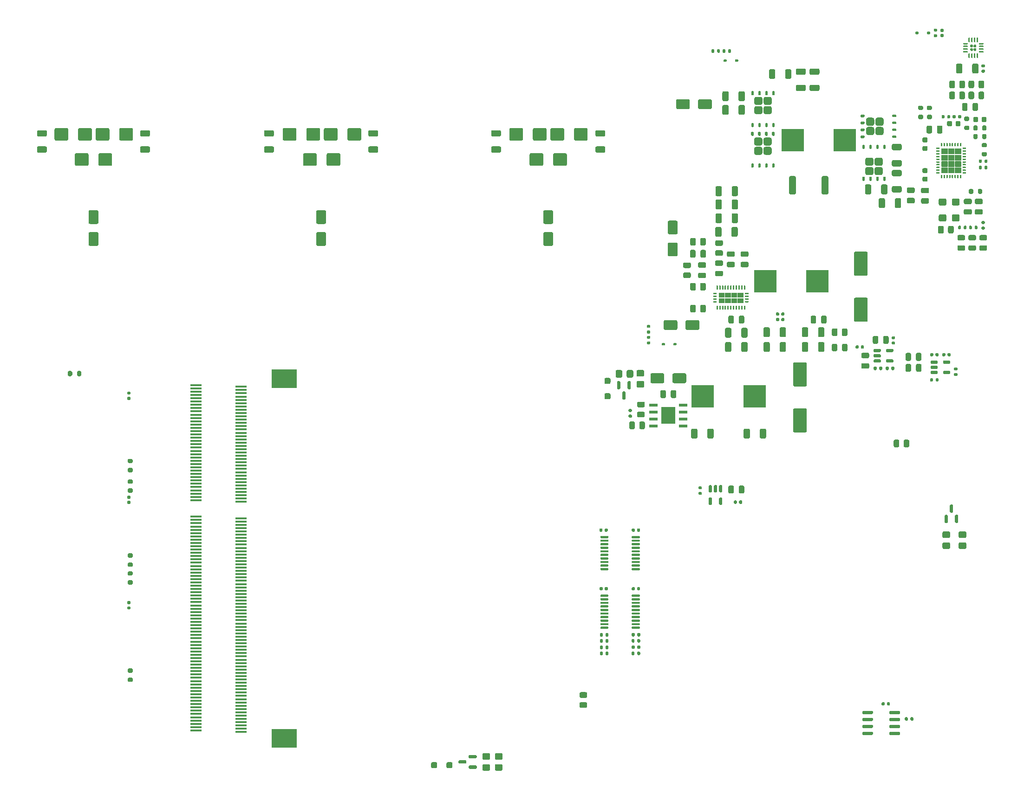
<source format=gtp>
G04 #@! TF.GenerationSoftware,KiCad,Pcbnew,8.0.4+1*
G04 #@! TF.CreationDate,2024-10-19T19:49:52+00:00*
G04 #@! TF.ProjectId,hw-openmower-yardforce,68772d6f-7065-46e6-9d6f-7765722d7961,rev?*
G04 #@! TF.SameCoordinates,Original*
G04 #@! TF.FileFunction,Paste,Top*
G04 #@! TF.FilePolarity,Positive*
%FSLAX46Y46*%
G04 Gerber Fmt 4.6, Leading zero omitted, Abs format (unit mm)*
G04 Created by KiCad (PCBNEW 8.0.4+1) date 2024-10-19 19:49:52*
%MOMM*%
%LPD*%
G01*
G04 APERTURE LIST*
%ADD10C,0.010000*%
%ADD11R,4.100000X4.100000*%
%ADD12R,2.000000X0.350000*%
%ADD13R,4.600000X3.500000*%
%ADD14R,1.550000X0.600000*%
%ADD15R,2.600000X3.100000*%
G04 APERTURE END LIST*
D10*
X192393000Y-77101000D02*
X192395000Y-77101000D01*
X192398000Y-77102000D01*
X192400000Y-77102000D01*
X192403000Y-77103000D01*
X192405000Y-77104000D01*
X192408000Y-77105000D01*
X192410000Y-77107000D01*
X192412000Y-77108000D01*
X192414000Y-77110000D01*
X192416000Y-77111000D01*
X192418000Y-77113000D01*
X192420000Y-77115000D01*
X192422000Y-77117000D01*
X192424000Y-77119000D01*
X192425000Y-77121000D01*
X192427000Y-77123000D01*
X192428000Y-77125000D01*
X192430000Y-77127000D01*
X192431000Y-77130000D01*
X192432000Y-77132000D01*
X192433000Y-77135000D01*
X192433000Y-77137000D01*
X192434000Y-77140000D01*
X192434000Y-77142000D01*
X192435000Y-77145000D01*
X192435000Y-77147000D01*
X192435000Y-77150000D01*
X192435000Y-78010000D01*
X192435000Y-78013000D01*
X192435000Y-78015000D01*
X192434000Y-78018000D01*
X192434000Y-78020000D01*
X192433000Y-78023000D01*
X192433000Y-78025000D01*
X192432000Y-78028000D01*
X192431000Y-78030000D01*
X192430000Y-78033000D01*
X192428000Y-78035000D01*
X192427000Y-78037000D01*
X192425000Y-78039000D01*
X192424000Y-78041000D01*
X192422000Y-78043000D01*
X192420000Y-78045000D01*
X192418000Y-78047000D01*
X192416000Y-78049000D01*
X192414000Y-78050000D01*
X192412000Y-78052000D01*
X192410000Y-78053000D01*
X192408000Y-78055000D01*
X192405000Y-78056000D01*
X192403000Y-78057000D01*
X192400000Y-78058000D01*
X192398000Y-78058000D01*
X192395000Y-78059000D01*
X192393000Y-78059000D01*
X192390000Y-78060000D01*
X192388000Y-78060000D01*
X192385000Y-78060000D01*
X191455000Y-78060000D01*
X191452000Y-78060000D01*
X191450000Y-78060000D01*
X191447000Y-78059000D01*
X191445000Y-78059000D01*
X191442000Y-78058000D01*
X191440000Y-78058000D01*
X191437000Y-78057000D01*
X191435000Y-78056000D01*
X191432000Y-78055000D01*
X191430000Y-78053000D01*
X191428000Y-78052000D01*
X191426000Y-78050000D01*
X191424000Y-78049000D01*
X191422000Y-78047000D01*
X191420000Y-78045000D01*
X191418000Y-78043000D01*
X191416000Y-78041000D01*
X191415000Y-78039000D01*
X191413000Y-78037000D01*
X191412000Y-78035000D01*
X191410000Y-78033000D01*
X191409000Y-78030000D01*
X191408000Y-78028000D01*
X191407000Y-78025000D01*
X191407000Y-78023000D01*
X191406000Y-78020000D01*
X191406000Y-78018000D01*
X191405000Y-78015000D01*
X191405000Y-78013000D01*
X191405000Y-78010000D01*
X191405000Y-77150000D01*
X191405000Y-77147000D01*
X191405000Y-77145000D01*
X191406000Y-77142000D01*
X191406000Y-77140000D01*
X191407000Y-77137000D01*
X191407000Y-77135000D01*
X191408000Y-77132000D01*
X191409000Y-77130000D01*
X191410000Y-77127000D01*
X191412000Y-77125000D01*
X191413000Y-77123000D01*
X191415000Y-77121000D01*
X191416000Y-77119000D01*
X191418000Y-77117000D01*
X191420000Y-77115000D01*
X191422000Y-77113000D01*
X191424000Y-77111000D01*
X191426000Y-77110000D01*
X191428000Y-77108000D01*
X191430000Y-77107000D01*
X191432000Y-77105000D01*
X191435000Y-77104000D01*
X191437000Y-77103000D01*
X191440000Y-77102000D01*
X191442000Y-77102000D01*
X191445000Y-77101000D01*
X191447000Y-77101000D01*
X191450000Y-77100000D01*
X191452000Y-77100000D01*
X191455000Y-77100000D01*
X192385000Y-77100000D01*
X192388000Y-77100000D01*
X192390000Y-77100000D01*
X192393000Y-77101000D01*
G36*
X192393000Y-77101000D02*
G01*
X192395000Y-77101000D01*
X192398000Y-77102000D01*
X192400000Y-77102000D01*
X192403000Y-77103000D01*
X192405000Y-77104000D01*
X192408000Y-77105000D01*
X192410000Y-77107000D01*
X192412000Y-77108000D01*
X192414000Y-77110000D01*
X192416000Y-77111000D01*
X192418000Y-77113000D01*
X192420000Y-77115000D01*
X192422000Y-77117000D01*
X192424000Y-77119000D01*
X192425000Y-77121000D01*
X192427000Y-77123000D01*
X192428000Y-77125000D01*
X192430000Y-77127000D01*
X192431000Y-77130000D01*
X192432000Y-77132000D01*
X192433000Y-77135000D01*
X192433000Y-77137000D01*
X192434000Y-77140000D01*
X192434000Y-77142000D01*
X192435000Y-77145000D01*
X192435000Y-77147000D01*
X192435000Y-77150000D01*
X192435000Y-78010000D01*
X192435000Y-78013000D01*
X192435000Y-78015000D01*
X192434000Y-78018000D01*
X192434000Y-78020000D01*
X192433000Y-78023000D01*
X192433000Y-78025000D01*
X192432000Y-78028000D01*
X192431000Y-78030000D01*
X192430000Y-78033000D01*
X192428000Y-78035000D01*
X192427000Y-78037000D01*
X192425000Y-78039000D01*
X192424000Y-78041000D01*
X192422000Y-78043000D01*
X192420000Y-78045000D01*
X192418000Y-78047000D01*
X192416000Y-78049000D01*
X192414000Y-78050000D01*
X192412000Y-78052000D01*
X192410000Y-78053000D01*
X192408000Y-78055000D01*
X192405000Y-78056000D01*
X192403000Y-78057000D01*
X192400000Y-78058000D01*
X192398000Y-78058000D01*
X192395000Y-78059000D01*
X192393000Y-78059000D01*
X192390000Y-78060000D01*
X192388000Y-78060000D01*
X192385000Y-78060000D01*
X191455000Y-78060000D01*
X191452000Y-78060000D01*
X191450000Y-78060000D01*
X191447000Y-78059000D01*
X191445000Y-78059000D01*
X191442000Y-78058000D01*
X191440000Y-78058000D01*
X191437000Y-78057000D01*
X191435000Y-78056000D01*
X191432000Y-78055000D01*
X191430000Y-78053000D01*
X191428000Y-78052000D01*
X191426000Y-78050000D01*
X191424000Y-78049000D01*
X191422000Y-78047000D01*
X191420000Y-78045000D01*
X191418000Y-78043000D01*
X191416000Y-78041000D01*
X191415000Y-78039000D01*
X191413000Y-78037000D01*
X191412000Y-78035000D01*
X191410000Y-78033000D01*
X191409000Y-78030000D01*
X191408000Y-78028000D01*
X191407000Y-78025000D01*
X191407000Y-78023000D01*
X191406000Y-78020000D01*
X191406000Y-78018000D01*
X191405000Y-78015000D01*
X191405000Y-78013000D01*
X191405000Y-78010000D01*
X191405000Y-77150000D01*
X191405000Y-77147000D01*
X191405000Y-77145000D01*
X191406000Y-77142000D01*
X191406000Y-77140000D01*
X191407000Y-77137000D01*
X191407000Y-77135000D01*
X191408000Y-77132000D01*
X191409000Y-77130000D01*
X191410000Y-77127000D01*
X191412000Y-77125000D01*
X191413000Y-77123000D01*
X191415000Y-77121000D01*
X191416000Y-77119000D01*
X191418000Y-77117000D01*
X191420000Y-77115000D01*
X191422000Y-77113000D01*
X191424000Y-77111000D01*
X191426000Y-77110000D01*
X191428000Y-77108000D01*
X191430000Y-77107000D01*
X191432000Y-77105000D01*
X191435000Y-77104000D01*
X191437000Y-77103000D01*
X191440000Y-77102000D01*
X191442000Y-77102000D01*
X191445000Y-77101000D01*
X191447000Y-77101000D01*
X191450000Y-77100000D01*
X191452000Y-77100000D01*
X191455000Y-77100000D01*
X192385000Y-77100000D01*
X192388000Y-77100000D01*
X192390000Y-77100000D01*
X192393000Y-77101000D01*
G37*
X192393000Y-78261000D02*
X192395000Y-78261000D01*
X192398000Y-78262000D01*
X192400000Y-78262000D01*
X192403000Y-78263000D01*
X192405000Y-78264000D01*
X192408000Y-78265000D01*
X192410000Y-78267000D01*
X192412000Y-78268000D01*
X192414000Y-78270000D01*
X192416000Y-78271000D01*
X192418000Y-78273000D01*
X192420000Y-78275000D01*
X192422000Y-78277000D01*
X192424000Y-78279000D01*
X192425000Y-78281000D01*
X192427000Y-78283000D01*
X192428000Y-78285000D01*
X192430000Y-78287000D01*
X192431000Y-78290000D01*
X192432000Y-78292000D01*
X192433000Y-78295000D01*
X192433000Y-78297000D01*
X192434000Y-78300000D01*
X192434000Y-78302000D01*
X192435000Y-78305000D01*
X192435000Y-78307000D01*
X192435000Y-78310000D01*
X192435000Y-79170000D01*
X192435000Y-79173000D01*
X192435000Y-79175000D01*
X192434000Y-79178000D01*
X192434000Y-79180000D01*
X192433000Y-79183000D01*
X192433000Y-79185000D01*
X192432000Y-79188000D01*
X192431000Y-79190000D01*
X192430000Y-79193000D01*
X192428000Y-79195000D01*
X192427000Y-79197000D01*
X192425000Y-79199000D01*
X192424000Y-79201000D01*
X192422000Y-79203000D01*
X192420000Y-79205000D01*
X192418000Y-79207000D01*
X192416000Y-79209000D01*
X192414000Y-79210000D01*
X192412000Y-79212000D01*
X192410000Y-79213000D01*
X192408000Y-79215000D01*
X192405000Y-79216000D01*
X192403000Y-79217000D01*
X192400000Y-79218000D01*
X192398000Y-79218000D01*
X192395000Y-79219000D01*
X192393000Y-79219000D01*
X192390000Y-79220000D01*
X192388000Y-79220000D01*
X192385000Y-79220000D01*
X191455000Y-79220000D01*
X191452000Y-79220000D01*
X191450000Y-79220000D01*
X191447000Y-79219000D01*
X191445000Y-79219000D01*
X191442000Y-79218000D01*
X191440000Y-79218000D01*
X191437000Y-79217000D01*
X191435000Y-79216000D01*
X191432000Y-79215000D01*
X191430000Y-79213000D01*
X191428000Y-79212000D01*
X191426000Y-79210000D01*
X191424000Y-79209000D01*
X191422000Y-79207000D01*
X191420000Y-79205000D01*
X191418000Y-79203000D01*
X191416000Y-79201000D01*
X191415000Y-79199000D01*
X191413000Y-79197000D01*
X191412000Y-79195000D01*
X191410000Y-79193000D01*
X191409000Y-79190000D01*
X191408000Y-79188000D01*
X191407000Y-79185000D01*
X191407000Y-79183000D01*
X191406000Y-79180000D01*
X191406000Y-79178000D01*
X191405000Y-79175000D01*
X191405000Y-79173000D01*
X191405000Y-79170000D01*
X191405000Y-78310000D01*
X191405000Y-78307000D01*
X191405000Y-78305000D01*
X191406000Y-78302000D01*
X191406000Y-78300000D01*
X191407000Y-78297000D01*
X191407000Y-78295000D01*
X191408000Y-78292000D01*
X191409000Y-78290000D01*
X191410000Y-78287000D01*
X191412000Y-78285000D01*
X191413000Y-78283000D01*
X191415000Y-78281000D01*
X191416000Y-78279000D01*
X191418000Y-78277000D01*
X191420000Y-78275000D01*
X191422000Y-78273000D01*
X191424000Y-78271000D01*
X191426000Y-78270000D01*
X191428000Y-78268000D01*
X191430000Y-78267000D01*
X191432000Y-78265000D01*
X191435000Y-78264000D01*
X191437000Y-78263000D01*
X191440000Y-78262000D01*
X191442000Y-78262000D01*
X191445000Y-78261000D01*
X191447000Y-78261000D01*
X191450000Y-78260000D01*
X191452000Y-78260000D01*
X191455000Y-78260000D01*
X192385000Y-78260000D01*
X192388000Y-78260000D01*
X192390000Y-78260000D01*
X192393000Y-78261000D01*
G36*
X192393000Y-78261000D02*
G01*
X192395000Y-78261000D01*
X192398000Y-78262000D01*
X192400000Y-78262000D01*
X192403000Y-78263000D01*
X192405000Y-78264000D01*
X192408000Y-78265000D01*
X192410000Y-78267000D01*
X192412000Y-78268000D01*
X192414000Y-78270000D01*
X192416000Y-78271000D01*
X192418000Y-78273000D01*
X192420000Y-78275000D01*
X192422000Y-78277000D01*
X192424000Y-78279000D01*
X192425000Y-78281000D01*
X192427000Y-78283000D01*
X192428000Y-78285000D01*
X192430000Y-78287000D01*
X192431000Y-78290000D01*
X192432000Y-78292000D01*
X192433000Y-78295000D01*
X192433000Y-78297000D01*
X192434000Y-78300000D01*
X192434000Y-78302000D01*
X192435000Y-78305000D01*
X192435000Y-78307000D01*
X192435000Y-78310000D01*
X192435000Y-79170000D01*
X192435000Y-79173000D01*
X192435000Y-79175000D01*
X192434000Y-79178000D01*
X192434000Y-79180000D01*
X192433000Y-79183000D01*
X192433000Y-79185000D01*
X192432000Y-79188000D01*
X192431000Y-79190000D01*
X192430000Y-79193000D01*
X192428000Y-79195000D01*
X192427000Y-79197000D01*
X192425000Y-79199000D01*
X192424000Y-79201000D01*
X192422000Y-79203000D01*
X192420000Y-79205000D01*
X192418000Y-79207000D01*
X192416000Y-79209000D01*
X192414000Y-79210000D01*
X192412000Y-79212000D01*
X192410000Y-79213000D01*
X192408000Y-79215000D01*
X192405000Y-79216000D01*
X192403000Y-79217000D01*
X192400000Y-79218000D01*
X192398000Y-79218000D01*
X192395000Y-79219000D01*
X192393000Y-79219000D01*
X192390000Y-79220000D01*
X192388000Y-79220000D01*
X192385000Y-79220000D01*
X191455000Y-79220000D01*
X191452000Y-79220000D01*
X191450000Y-79220000D01*
X191447000Y-79219000D01*
X191445000Y-79219000D01*
X191442000Y-79218000D01*
X191440000Y-79218000D01*
X191437000Y-79217000D01*
X191435000Y-79216000D01*
X191432000Y-79215000D01*
X191430000Y-79213000D01*
X191428000Y-79212000D01*
X191426000Y-79210000D01*
X191424000Y-79209000D01*
X191422000Y-79207000D01*
X191420000Y-79205000D01*
X191418000Y-79203000D01*
X191416000Y-79201000D01*
X191415000Y-79199000D01*
X191413000Y-79197000D01*
X191412000Y-79195000D01*
X191410000Y-79193000D01*
X191409000Y-79190000D01*
X191408000Y-79188000D01*
X191407000Y-79185000D01*
X191407000Y-79183000D01*
X191406000Y-79180000D01*
X191406000Y-79178000D01*
X191405000Y-79175000D01*
X191405000Y-79173000D01*
X191405000Y-79170000D01*
X191405000Y-78310000D01*
X191405000Y-78307000D01*
X191405000Y-78305000D01*
X191406000Y-78302000D01*
X191406000Y-78300000D01*
X191407000Y-78297000D01*
X191407000Y-78295000D01*
X191408000Y-78292000D01*
X191409000Y-78290000D01*
X191410000Y-78287000D01*
X191412000Y-78285000D01*
X191413000Y-78283000D01*
X191415000Y-78281000D01*
X191416000Y-78279000D01*
X191418000Y-78277000D01*
X191420000Y-78275000D01*
X191422000Y-78273000D01*
X191424000Y-78271000D01*
X191426000Y-78270000D01*
X191428000Y-78268000D01*
X191430000Y-78267000D01*
X191432000Y-78265000D01*
X191435000Y-78264000D01*
X191437000Y-78263000D01*
X191440000Y-78262000D01*
X191442000Y-78262000D01*
X191445000Y-78261000D01*
X191447000Y-78261000D01*
X191450000Y-78260000D01*
X191452000Y-78260000D01*
X191455000Y-78260000D01*
X192385000Y-78260000D01*
X192388000Y-78260000D01*
X192390000Y-78260000D01*
X192393000Y-78261000D01*
G37*
X192393000Y-74781000D02*
X192395000Y-74781000D01*
X192398000Y-74782000D01*
X192400000Y-74782000D01*
X192403000Y-74783000D01*
X192405000Y-74784000D01*
X192408000Y-74785000D01*
X192410000Y-74787000D01*
X192412000Y-74788000D01*
X192414000Y-74790000D01*
X192416000Y-74791000D01*
X192418000Y-74793000D01*
X192420000Y-74795000D01*
X192422000Y-74797000D01*
X192424000Y-74799000D01*
X192425000Y-74801000D01*
X192427000Y-74803000D01*
X192428000Y-74805000D01*
X192430000Y-74807000D01*
X192431000Y-74810000D01*
X192432000Y-74812000D01*
X192433000Y-74815000D01*
X192433000Y-74817000D01*
X192434000Y-74820000D01*
X192434000Y-74822000D01*
X192435000Y-74825000D01*
X192435000Y-74827000D01*
X192435000Y-74830000D01*
X192435000Y-75690000D01*
X192435000Y-75693000D01*
X192435000Y-75695000D01*
X192434000Y-75698000D01*
X192434000Y-75700000D01*
X192433000Y-75703000D01*
X192433000Y-75705000D01*
X192432000Y-75708000D01*
X192431000Y-75710000D01*
X192430000Y-75713000D01*
X192428000Y-75715000D01*
X192427000Y-75717000D01*
X192425000Y-75719000D01*
X192424000Y-75721000D01*
X192422000Y-75723000D01*
X192420000Y-75725000D01*
X192418000Y-75727000D01*
X192416000Y-75729000D01*
X192414000Y-75730000D01*
X192412000Y-75732000D01*
X192410000Y-75733000D01*
X192408000Y-75735000D01*
X192405000Y-75736000D01*
X192403000Y-75737000D01*
X192400000Y-75738000D01*
X192398000Y-75738000D01*
X192395000Y-75739000D01*
X192393000Y-75739000D01*
X192390000Y-75740000D01*
X192388000Y-75740000D01*
X192385000Y-75740000D01*
X191455000Y-75740000D01*
X191452000Y-75740000D01*
X191450000Y-75740000D01*
X191447000Y-75739000D01*
X191445000Y-75739000D01*
X191442000Y-75738000D01*
X191440000Y-75738000D01*
X191437000Y-75737000D01*
X191435000Y-75736000D01*
X191432000Y-75735000D01*
X191430000Y-75733000D01*
X191428000Y-75732000D01*
X191426000Y-75730000D01*
X191424000Y-75729000D01*
X191422000Y-75727000D01*
X191420000Y-75725000D01*
X191418000Y-75723000D01*
X191416000Y-75721000D01*
X191415000Y-75719000D01*
X191413000Y-75717000D01*
X191412000Y-75715000D01*
X191410000Y-75713000D01*
X191409000Y-75710000D01*
X191408000Y-75708000D01*
X191407000Y-75705000D01*
X191407000Y-75703000D01*
X191406000Y-75700000D01*
X191406000Y-75698000D01*
X191405000Y-75695000D01*
X191405000Y-75693000D01*
X191405000Y-75690000D01*
X191405000Y-74830000D01*
X191405000Y-74827000D01*
X191405000Y-74825000D01*
X191406000Y-74822000D01*
X191406000Y-74820000D01*
X191407000Y-74817000D01*
X191407000Y-74815000D01*
X191408000Y-74812000D01*
X191409000Y-74810000D01*
X191410000Y-74807000D01*
X191412000Y-74805000D01*
X191413000Y-74803000D01*
X191415000Y-74801000D01*
X191416000Y-74799000D01*
X191418000Y-74797000D01*
X191420000Y-74795000D01*
X191422000Y-74793000D01*
X191424000Y-74791000D01*
X191426000Y-74790000D01*
X191428000Y-74788000D01*
X191430000Y-74787000D01*
X191432000Y-74785000D01*
X191435000Y-74784000D01*
X191437000Y-74783000D01*
X191440000Y-74782000D01*
X191442000Y-74782000D01*
X191445000Y-74781000D01*
X191447000Y-74781000D01*
X191450000Y-74780000D01*
X191452000Y-74780000D01*
X191455000Y-74780000D01*
X192385000Y-74780000D01*
X192388000Y-74780000D01*
X192390000Y-74780000D01*
X192393000Y-74781000D01*
G36*
X192393000Y-74781000D02*
G01*
X192395000Y-74781000D01*
X192398000Y-74782000D01*
X192400000Y-74782000D01*
X192403000Y-74783000D01*
X192405000Y-74784000D01*
X192408000Y-74785000D01*
X192410000Y-74787000D01*
X192412000Y-74788000D01*
X192414000Y-74790000D01*
X192416000Y-74791000D01*
X192418000Y-74793000D01*
X192420000Y-74795000D01*
X192422000Y-74797000D01*
X192424000Y-74799000D01*
X192425000Y-74801000D01*
X192427000Y-74803000D01*
X192428000Y-74805000D01*
X192430000Y-74807000D01*
X192431000Y-74810000D01*
X192432000Y-74812000D01*
X192433000Y-74815000D01*
X192433000Y-74817000D01*
X192434000Y-74820000D01*
X192434000Y-74822000D01*
X192435000Y-74825000D01*
X192435000Y-74827000D01*
X192435000Y-74830000D01*
X192435000Y-75690000D01*
X192435000Y-75693000D01*
X192435000Y-75695000D01*
X192434000Y-75698000D01*
X192434000Y-75700000D01*
X192433000Y-75703000D01*
X192433000Y-75705000D01*
X192432000Y-75708000D01*
X192431000Y-75710000D01*
X192430000Y-75713000D01*
X192428000Y-75715000D01*
X192427000Y-75717000D01*
X192425000Y-75719000D01*
X192424000Y-75721000D01*
X192422000Y-75723000D01*
X192420000Y-75725000D01*
X192418000Y-75727000D01*
X192416000Y-75729000D01*
X192414000Y-75730000D01*
X192412000Y-75732000D01*
X192410000Y-75733000D01*
X192408000Y-75735000D01*
X192405000Y-75736000D01*
X192403000Y-75737000D01*
X192400000Y-75738000D01*
X192398000Y-75738000D01*
X192395000Y-75739000D01*
X192393000Y-75739000D01*
X192390000Y-75740000D01*
X192388000Y-75740000D01*
X192385000Y-75740000D01*
X191455000Y-75740000D01*
X191452000Y-75740000D01*
X191450000Y-75740000D01*
X191447000Y-75739000D01*
X191445000Y-75739000D01*
X191442000Y-75738000D01*
X191440000Y-75738000D01*
X191437000Y-75737000D01*
X191435000Y-75736000D01*
X191432000Y-75735000D01*
X191430000Y-75733000D01*
X191428000Y-75732000D01*
X191426000Y-75730000D01*
X191424000Y-75729000D01*
X191422000Y-75727000D01*
X191420000Y-75725000D01*
X191418000Y-75723000D01*
X191416000Y-75721000D01*
X191415000Y-75719000D01*
X191413000Y-75717000D01*
X191412000Y-75715000D01*
X191410000Y-75713000D01*
X191409000Y-75710000D01*
X191408000Y-75708000D01*
X191407000Y-75705000D01*
X191407000Y-75703000D01*
X191406000Y-75700000D01*
X191406000Y-75698000D01*
X191405000Y-75695000D01*
X191405000Y-75693000D01*
X191405000Y-75690000D01*
X191405000Y-74830000D01*
X191405000Y-74827000D01*
X191405000Y-74825000D01*
X191406000Y-74822000D01*
X191406000Y-74820000D01*
X191407000Y-74817000D01*
X191407000Y-74815000D01*
X191408000Y-74812000D01*
X191409000Y-74810000D01*
X191410000Y-74807000D01*
X191412000Y-74805000D01*
X191413000Y-74803000D01*
X191415000Y-74801000D01*
X191416000Y-74799000D01*
X191418000Y-74797000D01*
X191420000Y-74795000D01*
X191422000Y-74793000D01*
X191424000Y-74791000D01*
X191426000Y-74790000D01*
X191428000Y-74788000D01*
X191430000Y-74787000D01*
X191432000Y-74785000D01*
X191435000Y-74784000D01*
X191437000Y-74783000D01*
X191440000Y-74782000D01*
X191442000Y-74782000D01*
X191445000Y-74781000D01*
X191447000Y-74781000D01*
X191450000Y-74780000D01*
X191452000Y-74780000D01*
X191455000Y-74780000D01*
X192385000Y-74780000D01*
X192388000Y-74780000D01*
X192390000Y-74780000D01*
X192393000Y-74781000D01*
G37*
X192393000Y-75941000D02*
X192395000Y-75941000D01*
X192398000Y-75942000D01*
X192400000Y-75942000D01*
X192403000Y-75943000D01*
X192405000Y-75944000D01*
X192408000Y-75945000D01*
X192410000Y-75947000D01*
X192412000Y-75948000D01*
X192414000Y-75950000D01*
X192416000Y-75951000D01*
X192418000Y-75953000D01*
X192420000Y-75955000D01*
X192422000Y-75957000D01*
X192424000Y-75959000D01*
X192425000Y-75961000D01*
X192427000Y-75963000D01*
X192428000Y-75965000D01*
X192430000Y-75967000D01*
X192431000Y-75970000D01*
X192432000Y-75972000D01*
X192433000Y-75975000D01*
X192433000Y-75977000D01*
X192434000Y-75980000D01*
X192434000Y-75982000D01*
X192435000Y-75985000D01*
X192435000Y-75987000D01*
X192435000Y-75990000D01*
X192435000Y-76850000D01*
X192435000Y-76853000D01*
X192435000Y-76855000D01*
X192434000Y-76858000D01*
X192434000Y-76860000D01*
X192433000Y-76863000D01*
X192433000Y-76865000D01*
X192432000Y-76868000D01*
X192431000Y-76870000D01*
X192430000Y-76873000D01*
X192428000Y-76875000D01*
X192427000Y-76877000D01*
X192425000Y-76879000D01*
X192424000Y-76881000D01*
X192422000Y-76883000D01*
X192420000Y-76885000D01*
X192418000Y-76887000D01*
X192416000Y-76889000D01*
X192414000Y-76890000D01*
X192412000Y-76892000D01*
X192410000Y-76893000D01*
X192408000Y-76895000D01*
X192405000Y-76896000D01*
X192403000Y-76897000D01*
X192400000Y-76898000D01*
X192398000Y-76898000D01*
X192395000Y-76899000D01*
X192393000Y-76899000D01*
X192390000Y-76900000D01*
X192388000Y-76900000D01*
X192385000Y-76900000D01*
X191455000Y-76900000D01*
X191452000Y-76900000D01*
X191450000Y-76900000D01*
X191447000Y-76899000D01*
X191445000Y-76899000D01*
X191442000Y-76898000D01*
X191440000Y-76898000D01*
X191437000Y-76897000D01*
X191435000Y-76896000D01*
X191432000Y-76895000D01*
X191430000Y-76893000D01*
X191428000Y-76892000D01*
X191426000Y-76890000D01*
X191424000Y-76889000D01*
X191422000Y-76887000D01*
X191420000Y-76885000D01*
X191418000Y-76883000D01*
X191416000Y-76881000D01*
X191415000Y-76879000D01*
X191413000Y-76877000D01*
X191412000Y-76875000D01*
X191410000Y-76873000D01*
X191409000Y-76870000D01*
X191408000Y-76868000D01*
X191407000Y-76865000D01*
X191407000Y-76863000D01*
X191406000Y-76860000D01*
X191406000Y-76858000D01*
X191405000Y-76855000D01*
X191405000Y-76853000D01*
X191405000Y-76850000D01*
X191405000Y-75990000D01*
X191405000Y-75987000D01*
X191405000Y-75985000D01*
X191406000Y-75982000D01*
X191406000Y-75980000D01*
X191407000Y-75977000D01*
X191407000Y-75975000D01*
X191408000Y-75972000D01*
X191409000Y-75970000D01*
X191410000Y-75967000D01*
X191412000Y-75965000D01*
X191413000Y-75963000D01*
X191415000Y-75961000D01*
X191416000Y-75959000D01*
X191418000Y-75957000D01*
X191420000Y-75955000D01*
X191422000Y-75953000D01*
X191424000Y-75951000D01*
X191426000Y-75950000D01*
X191428000Y-75948000D01*
X191430000Y-75947000D01*
X191432000Y-75945000D01*
X191435000Y-75944000D01*
X191437000Y-75943000D01*
X191440000Y-75942000D01*
X191442000Y-75942000D01*
X191445000Y-75941000D01*
X191447000Y-75941000D01*
X191450000Y-75940000D01*
X191452000Y-75940000D01*
X191455000Y-75940000D01*
X192385000Y-75940000D01*
X192388000Y-75940000D01*
X192390000Y-75940000D01*
X192393000Y-75941000D01*
G36*
X192393000Y-75941000D02*
G01*
X192395000Y-75941000D01*
X192398000Y-75942000D01*
X192400000Y-75942000D01*
X192403000Y-75943000D01*
X192405000Y-75944000D01*
X192408000Y-75945000D01*
X192410000Y-75947000D01*
X192412000Y-75948000D01*
X192414000Y-75950000D01*
X192416000Y-75951000D01*
X192418000Y-75953000D01*
X192420000Y-75955000D01*
X192422000Y-75957000D01*
X192424000Y-75959000D01*
X192425000Y-75961000D01*
X192427000Y-75963000D01*
X192428000Y-75965000D01*
X192430000Y-75967000D01*
X192431000Y-75970000D01*
X192432000Y-75972000D01*
X192433000Y-75975000D01*
X192433000Y-75977000D01*
X192434000Y-75980000D01*
X192434000Y-75982000D01*
X192435000Y-75985000D01*
X192435000Y-75987000D01*
X192435000Y-75990000D01*
X192435000Y-76850000D01*
X192435000Y-76853000D01*
X192435000Y-76855000D01*
X192434000Y-76858000D01*
X192434000Y-76860000D01*
X192433000Y-76863000D01*
X192433000Y-76865000D01*
X192432000Y-76868000D01*
X192431000Y-76870000D01*
X192430000Y-76873000D01*
X192428000Y-76875000D01*
X192427000Y-76877000D01*
X192425000Y-76879000D01*
X192424000Y-76881000D01*
X192422000Y-76883000D01*
X192420000Y-76885000D01*
X192418000Y-76887000D01*
X192416000Y-76889000D01*
X192414000Y-76890000D01*
X192412000Y-76892000D01*
X192410000Y-76893000D01*
X192408000Y-76895000D01*
X192405000Y-76896000D01*
X192403000Y-76897000D01*
X192400000Y-76898000D01*
X192398000Y-76898000D01*
X192395000Y-76899000D01*
X192393000Y-76899000D01*
X192390000Y-76900000D01*
X192388000Y-76900000D01*
X192385000Y-76900000D01*
X191455000Y-76900000D01*
X191452000Y-76900000D01*
X191450000Y-76900000D01*
X191447000Y-76899000D01*
X191445000Y-76899000D01*
X191442000Y-76898000D01*
X191440000Y-76898000D01*
X191437000Y-76897000D01*
X191435000Y-76896000D01*
X191432000Y-76895000D01*
X191430000Y-76893000D01*
X191428000Y-76892000D01*
X191426000Y-76890000D01*
X191424000Y-76889000D01*
X191422000Y-76887000D01*
X191420000Y-76885000D01*
X191418000Y-76883000D01*
X191416000Y-76881000D01*
X191415000Y-76879000D01*
X191413000Y-76877000D01*
X191412000Y-76875000D01*
X191410000Y-76873000D01*
X191409000Y-76870000D01*
X191408000Y-76868000D01*
X191407000Y-76865000D01*
X191407000Y-76863000D01*
X191406000Y-76860000D01*
X191406000Y-76858000D01*
X191405000Y-76855000D01*
X191405000Y-76853000D01*
X191405000Y-76850000D01*
X191405000Y-75990000D01*
X191405000Y-75987000D01*
X191405000Y-75985000D01*
X191406000Y-75982000D01*
X191406000Y-75980000D01*
X191407000Y-75977000D01*
X191407000Y-75975000D01*
X191408000Y-75972000D01*
X191409000Y-75970000D01*
X191410000Y-75967000D01*
X191412000Y-75965000D01*
X191413000Y-75963000D01*
X191415000Y-75961000D01*
X191416000Y-75959000D01*
X191418000Y-75957000D01*
X191420000Y-75955000D01*
X191422000Y-75953000D01*
X191424000Y-75951000D01*
X191426000Y-75950000D01*
X191428000Y-75948000D01*
X191430000Y-75947000D01*
X191432000Y-75945000D01*
X191435000Y-75944000D01*
X191437000Y-75943000D01*
X191440000Y-75942000D01*
X191442000Y-75942000D01*
X191445000Y-75941000D01*
X191447000Y-75941000D01*
X191450000Y-75940000D01*
X191452000Y-75940000D01*
X191455000Y-75940000D01*
X192385000Y-75940000D01*
X192388000Y-75940000D01*
X192390000Y-75940000D01*
X192393000Y-75941000D01*
G37*
X193623000Y-77101000D02*
X193625000Y-77101000D01*
X193628000Y-77102000D01*
X193630000Y-77102000D01*
X193633000Y-77103000D01*
X193635000Y-77104000D01*
X193638000Y-77105000D01*
X193640000Y-77107000D01*
X193642000Y-77108000D01*
X193644000Y-77110000D01*
X193646000Y-77111000D01*
X193648000Y-77113000D01*
X193650000Y-77115000D01*
X193652000Y-77117000D01*
X193654000Y-77119000D01*
X193655000Y-77121000D01*
X193657000Y-77123000D01*
X193658000Y-77125000D01*
X193660000Y-77127000D01*
X193661000Y-77130000D01*
X193662000Y-77132000D01*
X193663000Y-77135000D01*
X193663000Y-77137000D01*
X193664000Y-77140000D01*
X193664000Y-77142000D01*
X193665000Y-77145000D01*
X193665000Y-77147000D01*
X193665000Y-77150000D01*
X193665000Y-78010000D01*
X193665000Y-78013000D01*
X193665000Y-78015000D01*
X193664000Y-78018000D01*
X193664000Y-78020000D01*
X193663000Y-78023000D01*
X193663000Y-78025000D01*
X193662000Y-78028000D01*
X193661000Y-78030000D01*
X193660000Y-78033000D01*
X193658000Y-78035000D01*
X193657000Y-78037000D01*
X193655000Y-78039000D01*
X193654000Y-78041000D01*
X193652000Y-78043000D01*
X193650000Y-78045000D01*
X193648000Y-78047000D01*
X193646000Y-78049000D01*
X193644000Y-78050000D01*
X193642000Y-78052000D01*
X193640000Y-78053000D01*
X193638000Y-78055000D01*
X193635000Y-78056000D01*
X193633000Y-78057000D01*
X193630000Y-78058000D01*
X193628000Y-78058000D01*
X193625000Y-78059000D01*
X193623000Y-78059000D01*
X193620000Y-78060000D01*
X193618000Y-78060000D01*
X193615000Y-78060000D01*
X192685000Y-78060000D01*
X192682000Y-78060000D01*
X192680000Y-78060000D01*
X192677000Y-78059000D01*
X192675000Y-78059000D01*
X192672000Y-78058000D01*
X192670000Y-78058000D01*
X192667000Y-78057000D01*
X192665000Y-78056000D01*
X192662000Y-78055000D01*
X192660000Y-78053000D01*
X192658000Y-78052000D01*
X192656000Y-78050000D01*
X192654000Y-78049000D01*
X192652000Y-78047000D01*
X192650000Y-78045000D01*
X192648000Y-78043000D01*
X192646000Y-78041000D01*
X192645000Y-78039000D01*
X192643000Y-78037000D01*
X192642000Y-78035000D01*
X192640000Y-78033000D01*
X192639000Y-78030000D01*
X192638000Y-78028000D01*
X192637000Y-78025000D01*
X192637000Y-78023000D01*
X192636000Y-78020000D01*
X192636000Y-78018000D01*
X192635000Y-78015000D01*
X192635000Y-78013000D01*
X192635000Y-78010000D01*
X192635000Y-77150000D01*
X192635000Y-77147000D01*
X192635000Y-77145000D01*
X192636000Y-77142000D01*
X192636000Y-77140000D01*
X192637000Y-77137000D01*
X192637000Y-77135000D01*
X192638000Y-77132000D01*
X192639000Y-77130000D01*
X192640000Y-77127000D01*
X192642000Y-77125000D01*
X192643000Y-77123000D01*
X192645000Y-77121000D01*
X192646000Y-77119000D01*
X192648000Y-77117000D01*
X192650000Y-77115000D01*
X192652000Y-77113000D01*
X192654000Y-77111000D01*
X192656000Y-77110000D01*
X192658000Y-77108000D01*
X192660000Y-77107000D01*
X192662000Y-77105000D01*
X192665000Y-77104000D01*
X192667000Y-77103000D01*
X192670000Y-77102000D01*
X192672000Y-77102000D01*
X192675000Y-77101000D01*
X192677000Y-77101000D01*
X192680000Y-77100000D01*
X192682000Y-77100000D01*
X192685000Y-77100000D01*
X193615000Y-77100000D01*
X193618000Y-77100000D01*
X193620000Y-77100000D01*
X193623000Y-77101000D01*
G36*
X193623000Y-77101000D02*
G01*
X193625000Y-77101000D01*
X193628000Y-77102000D01*
X193630000Y-77102000D01*
X193633000Y-77103000D01*
X193635000Y-77104000D01*
X193638000Y-77105000D01*
X193640000Y-77107000D01*
X193642000Y-77108000D01*
X193644000Y-77110000D01*
X193646000Y-77111000D01*
X193648000Y-77113000D01*
X193650000Y-77115000D01*
X193652000Y-77117000D01*
X193654000Y-77119000D01*
X193655000Y-77121000D01*
X193657000Y-77123000D01*
X193658000Y-77125000D01*
X193660000Y-77127000D01*
X193661000Y-77130000D01*
X193662000Y-77132000D01*
X193663000Y-77135000D01*
X193663000Y-77137000D01*
X193664000Y-77140000D01*
X193664000Y-77142000D01*
X193665000Y-77145000D01*
X193665000Y-77147000D01*
X193665000Y-77150000D01*
X193665000Y-78010000D01*
X193665000Y-78013000D01*
X193665000Y-78015000D01*
X193664000Y-78018000D01*
X193664000Y-78020000D01*
X193663000Y-78023000D01*
X193663000Y-78025000D01*
X193662000Y-78028000D01*
X193661000Y-78030000D01*
X193660000Y-78033000D01*
X193658000Y-78035000D01*
X193657000Y-78037000D01*
X193655000Y-78039000D01*
X193654000Y-78041000D01*
X193652000Y-78043000D01*
X193650000Y-78045000D01*
X193648000Y-78047000D01*
X193646000Y-78049000D01*
X193644000Y-78050000D01*
X193642000Y-78052000D01*
X193640000Y-78053000D01*
X193638000Y-78055000D01*
X193635000Y-78056000D01*
X193633000Y-78057000D01*
X193630000Y-78058000D01*
X193628000Y-78058000D01*
X193625000Y-78059000D01*
X193623000Y-78059000D01*
X193620000Y-78060000D01*
X193618000Y-78060000D01*
X193615000Y-78060000D01*
X192685000Y-78060000D01*
X192682000Y-78060000D01*
X192680000Y-78060000D01*
X192677000Y-78059000D01*
X192675000Y-78059000D01*
X192672000Y-78058000D01*
X192670000Y-78058000D01*
X192667000Y-78057000D01*
X192665000Y-78056000D01*
X192662000Y-78055000D01*
X192660000Y-78053000D01*
X192658000Y-78052000D01*
X192656000Y-78050000D01*
X192654000Y-78049000D01*
X192652000Y-78047000D01*
X192650000Y-78045000D01*
X192648000Y-78043000D01*
X192646000Y-78041000D01*
X192645000Y-78039000D01*
X192643000Y-78037000D01*
X192642000Y-78035000D01*
X192640000Y-78033000D01*
X192639000Y-78030000D01*
X192638000Y-78028000D01*
X192637000Y-78025000D01*
X192637000Y-78023000D01*
X192636000Y-78020000D01*
X192636000Y-78018000D01*
X192635000Y-78015000D01*
X192635000Y-78013000D01*
X192635000Y-78010000D01*
X192635000Y-77150000D01*
X192635000Y-77147000D01*
X192635000Y-77145000D01*
X192636000Y-77142000D01*
X192636000Y-77140000D01*
X192637000Y-77137000D01*
X192637000Y-77135000D01*
X192638000Y-77132000D01*
X192639000Y-77130000D01*
X192640000Y-77127000D01*
X192642000Y-77125000D01*
X192643000Y-77123000D01*
X192645000Y-77121000D01*
X192646000Y-77119000D01*
X192648000Y-77117000D01*
X192650000Y-77115000D01*
X192652000Y-77113000D01*
X192654000Y-77111000D01*
X192656000Y-77110000D01*
X192658000Y-77108000D01*
X192660000Y-77107000D01*
X192662000Y-77105000D01*
X192665000Y-77104000D01*
X192667000Y-77103000D01*
X192670000Y-77102000D01*
X192672000Y-77102000D01*
X192675000Y-77101000D01*
X192677000Y-77101000D01*
X192680000Y-77100000D01*
X192682000Y-77100000D01*
X192685000Y-77100000D01*
X193615000Y-77100000D01*
X193618000Y-77100000D01*
X193620000Y-77100000D01*
X193623000Y-77101000D01*
G37*
X193623000Y-78261000D02*
X193625000Y-78261000D01*
X193628000Y-78262000D01*
X193630000Y-78262000D01*
X193633000Y-78263000D01*
X193635000Y-78264000D01*
X193638000Y-78265000D01*
X193640000Y-78267000D01*
X193642000Y-78268000D01*
X193644000Y-78270000D01*
X193646000Y-78271000D01*
X193648000Y-78273000D01*
X193650000Y-78275000D01*
X193652000Y-78277000D01*
X193654000Y-78279000D01*
X193655000Y-78281000D01*
X193657000Y-78283000D01*
X193658000Y-78285000D01*
X193660000Y-78287000D01*
X193661000Y-78290000D01*
X193662000Y-78292000D01*
X193663000Y-78295000D01*
X193663000Y-78297000D01*
X193664000Y-78300000D01*
X193664000Y-78302000D01*
X193665000Y-78305000D01*
X193665000Y-78307000D01*
X193665000Y-78310000D01*
X193665000Y-79170000D01*
X193665000Y-79173000D01*
X193665000Y-79175000D01*
X193664000Y-79178000D01*
X193664000Y-79180000D01*
X193663000Y-79183000D01*
X193663000Y-79185000D01*
X193662000Y-79188000D01*
X193661000Y-79190000D01*
X193660000Y-79193000D01*
X193658000Y-79195000D01*
X193657000Y-79197000D01*
X193655000Y-79199000D01*
X193654000Y-79201000D01*
X193652000Y-79203000D01*
X193650000Y-79205000D01*
X193648000Y-79207000D01*
X193646000Y-79209000D01*
X193644000Y-79210000D01*
X193642000Y-79212000D01*
X193640000Y-79213000D01*
X193638000Y-79215000D01*
X193635000Y-79216000D01*
X193633000Y-79217000D01*
X193630000Y-79218000D01*
X193628000Y-79218000D01*
X193625000Y-79219000D01*
X193623000Y-79219000D01*
X193620000Y-79220000D01*
X193618000Y-79220000D01*
X193615000Y-79220000D01*
X192685000Y-79220000D01*
X192682000Y-79220000D01*
X192680000Y-79220000D01*
X192677000Y-79219000D01*
X192675000Y-79219000D01*
X192672000Y-79218000D01*
X192670000Y-79218000D01*
X192667000Y-79217000D01*
X192665000Y-79216000D01*
X192662000Y-79215000D01*
X192660000Y-79213000D01*
X192658000Y-79212000D01*
X192656000Y-79210000D01*
X192654000Y-79209000D01*
X192652000Y-79207000D01*
X192650000Y-79205000D01*
X192648000Y-79203000D01*
X192646000Y-79201000D01*
X192645000Y-79199000D01*
X192643000Y-79197000D01*
X192642000Y-79195000D01*
X192640000Y-79193000D01*
X192639000Y-79190000D01*
X192638000Y-79188000D01*
X192637000Y-79185000D01*
X192637000Y-79183000D01*
X192636000Y-79180000D01*
X192636000Y-79178000D01*
X192635000Y-79175000D01*
X192635000Y-79173000D01*
X192635000Y-79170000D01*
X192635000Y-78310000D01*
X192635000Y-78307000D01*
X192635000Y-78305000D01*
X192636000Y-78302000D01*
X192636000Y-78300000D01*
X192637000Y-78297000D01*
X192637000Y-78295000D01*
X192638000Y-78292000D01*
X192639000Y-78290000D01*
X192640000Y-78287000D01*
X192642000Y-78285000D01*
X192643000Y-78283000D01*
X192645000Y-78281000D01*
X192646000Y-78279000D01*
X192648000Y-78277000D01*
X192650000Y-78275000D01*
X192652000Y-78273000D01*
X192654000Y-78271000D01*
X192656000Y-78270000D01*
X192658000Y-78268000D01*
X192660000Y-78267000D01*
X192662000Y-78265000D01*
X192665000Y-78264000D01*
X192667000Y-78263000D01*
X192670000Y-78262000D01*
X192672000Y-78262000D01*
X192675000Y-78261000D01*
X192677000Y-78261000D01*
X192680000Y-78260000D01*
X192682000Y-78260000D01*
X192685000Y-78260000D01*
X193615000Y-78260000D01*
X193618000Y-78260000D01*
X193620000Y-78260000D01*
X193623000Y-78261000D01*
G36*
X193623000Y-78261000D02*
G01*
X193625000Y-78261000D01*
X193628000Y-78262000D01*
X193630000Y-78262000D01*
X193633000Y-78263000D01*
X193635000Y-78264000D01*
X193638000Y-78265000D01*
X193640000Y-78267000D01*
X193642000Y-78268000D01*
X193644000Y-78270000D01*
X193646000Y-78271000D01*
X193648000Y-78273000D01*
X193650000Y-78275000D01*
X193652000Y-78277000D01*
X193654000Y-78279000D01*
X193655000Y-78281000D01*
X193657000Y-78283000D01*
X193658000Y-78285000D01*
X193660000Y-78287000D01*
X193661000Y-78290000D01*
X193662000Y-78292000D01*
X193663000Y-78295000D01*
X193663000Y-78297000D01*
X193664000Y-78300000D01*
X193664000Y-78302000D01*
X193665000Y-78305000D01*
X193665000Y-78307000D01*
X193665000Y-78310000D01*
X193665000Y-79170000D01*
X193665000Y-79173000D01*
X193665000Y-79175000D01*
X193664000Y-79178000D01*
X193664000Y-79180000D01*
X193663000Y-79183000D01*
X193663000Y-79185000D01*
X193662000Y-79188000D01*
X193661000Y-79190000D01*
X193660000Y-79193000D01*
X193658000Y-79195000D01*
X193657000Y-79197000D01*
X193655000Y-79199000D01*
X193654000Y-79201000D01*
X193652000Y-79203000D01*
X193650000Y-79205000D01*
X193648000Y-79207000D01*
X193646000Y-79209000D01*
X193644000Y-79210000D01*
X193642000Y-79212000D01*
X193640000Y-79213000D01*
X193638000Y-79215000D01*
X193635000Y-79216000D01*
X193633000Y-79217000D01*
X193630000Y-79218000D01*
X193628000Y-79218000D01*
X193625000Y-79219000D01*
X193623000Y-79219000D01*
X193620000Y-79220000D01*
X193618000Y-79220000D01*
X193615000Y-79220000D01*
X192685000Y-79220000D01*
X192682000Y-79220000D01*
X192680000Y-79220000D01*
X192677000Y-79219000D01*
X192675000Y-79219000D01*
X192672000Y-79218000D01*
X192670000Y-79218000D01*
X192667000Y-79217000D01*
X192665000Y-79216000D01*
X192662000Y-79215000D01*
X192660000Y-79213000D01*
X192658000Y-79212000D01*
X192656000Y-79210000D01*
X192654000Y-79209000D01*
X192652000Y-79207000D01*
X192650000Y-79205000D01*
X192648000Y-79203000D01*
X192646000Y-79201000D01*
X192645000Y-79199000D01*
X192643000Y-79197000D01*
X192642000Y-79195000D01*
X192640000Y-79193000D01*
X192639000Y-79190000D01*
X192638000Y-79188000D01*
X192637000Y-79185000D01*
X192637000Y-79183000D01*
X192636000Y-79180000D01*
X192636000Y-79178000D01*
X192635000Y-79175000D01*
X192635000Y-79173000D01*
X192635000Y-79170000D01*
X192635000Y-78310000D01*
X192635000Y-78307000D01*
X192635000Y-78305000D01*
X192636000Y-78302000D01*
X192636000Y-78300000D01*
X192637000Y-78297000D01*
X192637000Y-78295000D01*
X192638000Y-78292000D01*
X192639000Y-78290000D01*
X192640000Y-78287000D01*
X192642000Y-78285000D01*
X192643000Y-78283000D01*
X192645000Y-78281000D01*
X192646000Y-78279000D01*
X192648000Y-78277000D01*
X192650000Y-78275000D01*
X192652000Y-78273000D01*
X192654000Y-78271000D01*
X192656000Y-78270000D01*
X192658000Y-78268000D01*
X192660000Y-78267000D01*
X192662000Y-78265000D01*
X192665000Y-78264000D01*
X192667000Y-78263000D01*
X192670000Y-78262000D01*
X192672000Y-78262000D01*
X192675000Y-78261000D01*
X192677000Y-78261000D01*
X192680000Y-78260000D01*
X192682000Y-78260000D01*
X192685000Y-78260000D01*
X193615000Y-78260000D01*
X193618000Y-78260000D01*
X193620000Y-78260000D01*
X193623000Y-78261000D01*
G37*
X193623000Y-75941000D02*
X193625000Y-75941000D01*
X193628000Y-75942000D01*
X193630000Y-75942000D01*
X193633000Y-75943000D01*
X193635000Y-75944000D01*
X193638000Y-75945000D01*
X193640000Y-75947000D01*
X193642000Y-75948000D01*
X193644000Y-75950000D01*
X193646000Y-75951000D01*
X193648000Y-75953000D01*
X193650000Y-75955000D01*
X193652000Y-75957000D01*
X193654000Y-75959000D01*
X193655000Y-75961000D01*
X193657000Y-75963000D01*
X193658000Y-75965000D01*
X193660000Y-75967000D01*
X193661000Y-75970000D01*
X193662000Y-75972000D01*
X193663000Y-75975000D01*
X193663000Y-75977000D01*
X193664000Y-75980000D01*
X193664000Y-75982000D01*
X193665000Y-75985000D01*
X193665000Y-75987000D01*
X193665000Y-75990000D01*
X193665000Y-76850000D01*
X193665000Y-76853000D01*
X193665000Y-76855000D01*
X193664000Y-76858000D01*
X193664000Y-76860000D01*
X193663000Y-76863000D01*
X193663000Y-76865000D01*
X193662000Y-76868000D01*
X193661000Y-76870000D01*
X193660000Y-76873000D01*
X193658000Y-76875000D01*
X193657000Y-76877000D01*
X193655000Y-76879000D01*
X193654000Y-76881000D01*
X193652000Y-76883000D01*
X193650000Y-76885000D01*
X193648000Y-76887000D01*
X193646000Y-76889000D01*
X193644000Y-76890000D01*
X193642000Y-76892000D01*
X193640000Y-76893000D01*
X193638000Y-76895000D01*
X193635000Y-76896000D01*
X193633000Y-76897000D01*
X193630000Y-76898000D01*
X193628000Y-76898000D01*
X193625000Y-76899000D01*
X193623000Y-76899000D01*
X193620000Y-76900000D01*
X193618000Y-76900000D01*
X193615000Y-76900000D01*
X192685000Y-76900000D01*
X192682000Y-76900000D01*
X192680000Y-76900000D01*
X192677000Y-76899000D01*
X192675000Y-76899000D01*
X192672000Y-76898000D01*
X192670000Y-76898000D01*
X192667000Y-76897000D01*
X192665000Y-76896000D01*
X192662000Y-76895000D01*
X192660000Y-76893000D01*
X192658000Y-76892000D01*
X192656000Y-76890000D01*
X192654000Y-76889000D01*
X192652000Y-76887000D01*
X192650000Y-76885000D01*
X192648000Y-76883000D01*
X192646000Y-76881000D01*
X192645000Y-76879000D01*
X192643000Y-76877000D01*
X192642000Y-76875000D01*
X192640000Y-76873000D01*
X192639000Y-76870000D01*
X192638000Y-76868000D01*
X192637000Y-76865000D01*
X192637000Y-76863000D01*
X192636000Y-76860000D01*
X192636000Y-76858000D01*
X192635000Y-76855000D01*
X192635000Y-76853000D01*
X192635000Y-76850000D01*
X192635000Y-75990000D01*
X192635000Y-75987000D01*
X192635000Y-75985000D01*
X192636000Y-75982000D01*
X192636000Y-75980000D01*
X192637000Y-75977000D01*
X192637000Y-75975000D01*
X192638000Y-75972000D01*
X192639000Y-75970000D01*
X192640000Y-75967000D01*
X192642000Y-75965000D01*
X192643000Y-75963000D01*
X192645000Y-75961000D01*
X192646000Y-75959000D01*
X192648000Y-75957000D01*
X192650000Y-75955000D01*
X192652000Y-75953000D01*
X192654000Y-75951000D01*
X192656000Y-75950000D01*
X192658000Y-75948000D01*
X192660000Y-75947000D01*
X192662000Y-75945000D01*
X192665000Y-75944000D01*
X192667000Y-75943000D01*
X192670000Y-75942000D01*
X192672000Y-75942000D01*
X192675000Y-75941000D01*
X192677000Y-75941000D01*
X192680000Y-75940000D01*
X192682000Y-75940000D01*
X192685000Y-75940000D01*
X193615000Y-75940000D01*
X193618000Y-75940000D01*
X193620000Y-75940000D01*
X193623000Y-75941000D01*
G36*
X193623000Y-75941000D02*
G01*
X193625000Y-75941000D01*
X193628000Y-75942000D01*
X193630000Y-75942000D01*
X193633000Y-75943000D01*
X193635000Y-75944000D01*
X193638000Y-75945000D01*
X193640000Y-75947000D01*
X193642000Y-75948000D01*
X193644000Y-75950000D01*
X193646000Y-75951000D01*
X193648000Y-75953000D01*
X193650000Y-75955000D01*
X193652000Y-75957000D01*
X193654000Y-75959000D01*
X193655000Y-75961000D01*
X193657000Y-75963000D01*
X193658000Y-75965000D01*
X193660000Y-75967000D01*
X193661000Y-75970000D01*
X193662000Y-75972000D01*
X193663000Y-75975000D01*
X193663000Y-75977000D01*
X193664000Y-75980000D01*
X193664000Y-75982000D01*
X193665000Y-75985000D01*
X193665000Y-75987000D01*
X193665000Y-75990000D01*
X193665000Y-76850000D01*
X193665000Y-76853000D01*
X193665000Y-76855000D01*
X193664000Y-76858000D01*
X193664000Y-76860000D01*
X193663000Y-76863000D01*
X193663000Y-76865000D01*
X193662000Y-76868000D01*
X193661000Y-76870000D01*
X193660000Y-76873000D01*
X193658000Y-76875000D01*
X193657000Y-76877000D01*
X193655000Y-76879000D01*
X193654000Y-76881000D01*
X193652000Y-76883000D01*
X193650000Y-76885000D01*
X193648000Y-76887000D01*
X193646000Y-76889000D01*
X193644000Y-76890000D01*
X193642000Y-76892000D01*
X193640000Y-76893000D01*
X193638000Y-76895000D01*
X193635000Y-76896000D01*
X193633000Y-76897000D01*
X193630000Y-76898000D01*
X193628000Y-76898000D01*
X193625000Y-76899000D01*
X193623000Y-76899000D01*
X193620000Y-76900000D01*
X193618000Y-76900000D01*
X193615000Y-76900000D01*
X192685000Y-76900000D01*
X192682000Y-76900000D01*
X192680000Y-76900000D01*
X192677000Y-76899000D01*
X192675000Y-76899000D01*
X192672000Y-76898000D01*
X192670000Y-76898000D01*
X192667000Y-76897000D01*
X192665000Y-76896000D01*
X192662000Y-76895000D01*
X192660000Y-76893000D01*
X192658000Y-76892000D01*
X192656000Y-76890000D01*
X192654000Y-76889000D01*
X192652000Y-76887000D01*
X192650000Y-76885000D01*
X192648000Y-76883000D01*
X192646000Y-76881000D01*
X192645000Y-76879000D01*
X192643000Y-76877000D01*
X192642000Y-76875000D01*
X192640000Y-76873000D01*
X192639000Y-76870000D01*
X192638000Y-76868000D01*
X192637000Y-76865000D01*
X192637000Y-76863000D01*
X192636000Y-76860000D01*
X192636000Y-76858000D01*
X192635000Y-76855000D01*
X192635000Y-76853000D01*
X192635000Y-76850000D01*
X192635000Y-75990000D01*
X192635000Y-75987000D01*
X192635000Y-75985000D01*
X192636000Y-75982000D01*
X192636000Y-75980000D01*
X192637000Y-75977000D01*
X192637000Y-75975000D01*
X192638000Y-75972000D01*
X192639000Y-75970000D01*
X192640000Y-75967000D01*
X192642000Y-75965000D01*
X192643000Y-75963000D01*
X192645000Y-75961000D01*
X192646000Y-75959000D01*
X192648000Y-75957000D01*
X192650000Y-75955000D01*
X192652000Y-75953000D01*
X192654000Y-75951000D01*
X192656000Y-75950000D01*
X192658000Y-75948000D01*
X192660000Y-75947000D01*
X192662000Y-75945000D01*
X192665000Y-75944000D01*
X192667000Y-75943000D01*
X192670000Y-75942000D01*
X192672000Y-75942000D01*
X192675000Y-75941000D01*
X192677000Y-75941000D01*
X192680000Y-75940000D01*
X192682000Y-75940000D01*
X192685000Y-75940000D01*
X193615000Y-75940000D01*
X193618000Y-75940000D01*
X193620000Y-75940000D01*
X193623000Y-75941000D01*
G37*
X193623000Y-74781000D02*
X193625000Y-74781000D01*
X193628000Y-74782000D01*
X193630000Y-74782000D01*
X193633000Y-74783000D01*
X193635000Y-74784000D01*
X193638000Y-74785000D01*
X193640000Y-74787000D01*
X193642000Y-74788000D01*
X193644000Y-74790000D01*
X193646000Y-74791000D01*
X193648000Y-74793000D01*
X193650000Y-74795000D01*
X193652000Y-74797000D01*
X193654000Y-74799000D01*
X193655000Y-74801000D01*
X193657000Y-74803000D01*
X193658000Y-74805000D01*
X193660000Y-74807000D01*
X193661000Y-74810000D01*
X193662000Y-74812000D01*
X193663000Y-74815000D01*
X193663000Y-74817000D01*
X193664000Y-74820000D01*
X193664000Y-74822000D01*
X193665000Y-74825000D01*
X193665000Y-74827000D01*
X193665000Y-74830000D01*
X193665000Y-75690000D01*
X193665000Y-75693000D01*
X193665000Y-75695000D01*
X193664000Y-75698000D01*
X193664000Y-75700000D01*
X193663000Y-75703000D01*
X193663000Y-75705000D01*
X193662000Y-75708000D01*
X193661000Y-75710000D01*
X193660000Y-75713000D01*
X193658000Y-75715000D01*
X193657000Y-75717000D01*
X193655000Y-75719000D01*
X193654000Y-75721000D01*
X193652000Y-75723000D01*
X193650000Y-75725000D01*
X193648000Y-75727000D01*
X193646000Y-75729000D01*
X193644000Y-75730000D01*
X193642000Y-75732000D01*
X193640000Y-75733000D01*
X193638000Y-75735000D01*
X193635000Y-75736000D01*
X193633000Y-75737000D01*
X193630000Y-75738000D01*
X193628000Y-75738000D01*
X193625000Y-75739000D01*
X193623000Y-75739000D01*
X193620000Y-75740000D01*
X193618000Y-75740000D01*
X193615000Y-75740000D01*
X192685000Y-75740000D01*
X192682000Y-75740000D01*
X192680000Y-75740000D01*
X192677000Y-75739000D01*
X192675000Y-75739000D01*
X192672000Y-75738000D01*
X192670000Y-75738000D01*
X192667000Y-75737000D01*
X192665000Y-75736000D01*
X192662000Y-75735000D01*
X192660000Y-75733000D01*
X192658000Y-75732000D01*
X192656000Y-75730000D01*
X192654000Y-75729000D01*
X192652000Y-75727000D01*
X192650000Y-75725000D01*
X192648000Y-75723000D01*
X192646000Y-75721000D01*
X192645000Y-75719000D01*
X192643000Y-75717000D01*
X192642000Y-75715000D01*
X192640000Y-75713000D01*
X192639000Y-75710000D01*
X192638000Y-75708000D01*
X192637000Y-75705000D01*
X192637000Y-75703000D01*
X192636000Y-75700000D01*
X192636000Y-75698000D01*
X192635000Y-75695000D01*
X192635000Y-75693000D01*
X192635000Y-75690000D01*
X192635000Y-74830000D01*
X192635000Y-74827000D01*
X192635000Y-74825000D01*
X192636000Y-74822000D01*
X192636000Y-74820000D01*
X192637000Y-74817000D01*
X192637000Y-74815000D01*
X192638000Y-74812000D01*
X192639000Y-74810000D01*
X192640000Y-74807000D01*
X192642000Y-74805000D01*
X192643000Y-74803000D01*
X192645000Y-74801000D01*
X192646000Y-74799000D01*
X192648000Y-74797000D01*
X192650000Y-74795000D01*
X192652000Y-74793000D01*
X192654000Y-74791000D01*
X192656000Y-74790000D01*
X192658000Y-74788000D01*
X192660000Y-74787000D01*
X192662000Y-74785000D01*
X192665000Y-74784000D01*
X192667000Y-74783000D01*
X192670000Y-74782000D01*
X192672000Y-74782000D01*
X192675000Y-74781000D01*
X192677000Y-74781000D01*
X192680000Y-74780000D01*
X192682000Y-74780000D01*
X192685000Y-74780000D01*
X193615000Y-74780000D01*
X193618000Y-74780000D01*
X193620000Y-74780000D01*
X193623000Y-74781000D01*
G36*
X193623000Y-74781000D02*
G01*
X193625000Y-74781000D01*
X193628000Y-74782000D01*
X193630000Y-74782000D01*
X193633000Y-74783000D01*
X193635000Y-74784000D01*
X193638000Y-74785000D01*
X193640000Y-74787000D01*
X193642000Y-74788000D01*
X193644000Y-74790000D01*
X193646000Y-74791000D01*
X193648000Y-74793000D01*
X193650000Y-74795000D01*
X193652000Y-74797000D01*
X193654000Y-74799000D01*
X193655000Y-74801000D01*
X193657000Y-74803000D01*
X193658000Y-74805000D01*
X193660000Y-74807000D01*
X193661000Y-74810000D01*
X193662000Y-74812000D01*
X193663000Y-74815000D01*
X193663000Y-74817000D01*
X193664000Y-74820000D01*
X193664000Y-74822000D01*
X193665000Y-74825000D01*
X193665000Y-74827000D01*
X193665000Y-74830000D01*
X193665000Y-75690000D01*
X193665000Y-75693000D01*
X193665000Y-75695000D01*
X193664000Y-75698000D01*
X193664000Y-75700000D01*
X193663000Y-75703000D01*
X193663000Y-75705000D01*
X193662000Y-75708000D01*
X193661000Y-75710000D01*
X193660000Y-75713000D01*
X193658000Y-75715000D01*
X193657000Y-75717000D01*
X193655000Y-75719000D01*
X193654000Y-75721000D01*
X193652000Y-75723000D01*
X193650000Y-75725000D01*
X193648000Y-75727000D01*
X193646000Y-75729000D01*
X193644000Y-75730000D01*
X193642000Y-75732000D01*
X193640000Y-75733000D01*
X193638000Y-75735000D01*
X193635000Y-75736000D01*
X193633000Y-75737000D01*
X193630000Y-75738000D01*
X193628000Y-75738000D01*
X193625000Y-75739000D01*
X193623000Y-75739000D01*
X193620000Y-75740000D01*
X193618000Y-75740000D01*
X193615000Y-75740000D01*
X192685000Y-75740000D01*
X192682000Y-75740000D01*
X192680000Y-75740000D01*
X192677000Y-75739000D01*
X192675000Y-75739000D01*
X192672000Y-75738000D01*
X192670000Y-75738000D01*
X192667000Y-75737000D01*
X192665000Y-75736000D01*
X192662000Y-75735000D01*
X192660000Y-75733000D01*
X192658000Y-75732000D01*
X192656000Y-75730000D01*
X192654000Y-75729000D01*
X192652000Y-75727000D01*
X192650000Y-75725000D01*
X192648000Y-75723000D01*
X192646000Y-75721000D01*
X192645000Y-75719000D01*
X192643000Y-75717000D01*
X192642000Y-75715000D01*
X192640000Y-75713000D01*
X192639000Y-75710000D01*
X192638000Y-75708000D01*
X192637000Y-75705000D01*
X192637000Y-75703000D01*
X192636000Y-75700000D01*
X192636000Y-75698000D01*
X192635000Y-75695000D01*
X192635000Y-75693000D01*
X192635000Y-75690000D01*
X192635000Y-74830000D01*
X192635000Y-74827000D01*
X192635000Y-74825000D01*
X192636000Y-74822000D01*
X192636000Y-74820000D01*
X192637000Y-74817000D01*
X192637000Y-74815000D01*
X192638000Y-74812000D01*
X192639000Y-74810000D01*
X192640000Y-74807000D01*
X192642000Y-74805000D01*
X192643000Y-74803000D01*
X192645000Y-74801000D01*
X192646000Y-74799000D01*
X192648000Y-74797000D01*
X192650000Y-74795000D01*
X192652000Y-74793000D01*
X192654000Y-74791000D01*
X192656000Y-74790000D01*
X192658000Y-74788000D01*
X192660000Y-74787000D01*
X192662000Y-74785000D01*
X192665000Y-74784000D01*
X192667000Y-74783000D01*
X192670000Y-74782000D01*
X192672000Y-74782000D01*
X192675000Y-74781000D01*
X192677000Y-74781000D01*
X192680000Y-74780000D01*
X192682000Y-74780000D01*
X192685000Y-74780000D01*
X193615000Y-74780000D01*
X193618000Y-74780000D01*
X193620000Y-74780000D01*
X193623000Y-74781000D01*
G37*
X194853000Y-75941000D02*
X194855000Y-75941000D01*
X194858000Y-75942000D01*
X194860000Y-75942000D01*
X194863000Y-75943000D01*
X194865000Y-75944000D01*
X194868000Y-75945000D01*
X194870000Y-75947000D01*
X194872000Y-75948000D01*
X194874000Y-75950000D01*
X194876000Y-75951000D01*
X194878000Y-75953000D01*
X194880000Y-75955000D01*
X194882000Y-75957000D01*
X194884000Y-75959000D01*
X194885000Y-75961000D01*
X194887000Y-75963000D01*
X194888000Y-75965000D01*
X194890000Y-75967000D01*
X194891000Y-75970000D01*
X194892000Y-75972000D01*
X194893000Y-75975000D01*
X194893000Y-75977000D01*
X194894000Y-75980000D01*
X194894000Y-75982000D01*
X194895000Y-75985000D01*
X194895000Y-75987000D01*
X194895000Y-75990000D01*
X194895000Y-76850000D01*
X194895000Y-76853000D01*
X194895000Y-76855000D01*
X194894000Y-76858000D01*
X194894000Y-76860000D01*
X194893000Y-76863000D01*
X194893000Y-76865000D01*
X194892000Y-76868000D01*
X194891000Y-76870000D01*
X194890000Y-76873000D01*
X194888000Y-76875000D01*
X194887000Y-76877000D01*
X194885000Y-76879000D01*
X194884000Y-76881000D01*
X194882000Y-76883000D01*
X194880000Y-76885000D01*
X194878000Y-76887000D01*
X194876000Y-76889000D01*
X194874000Y-76890000D01*
X194872000Y-76892000D01*
X194870000Y-76893000D01*
X194868000Y-76895000D01*
X194865000Y-76896000D01*
X194863000Y-76897000D01*
X194860000Y-76898000D01*
X194858000Y-76898000D01*
X194855000Y-76899000D01*
X194853000Y-76899000D01*
X194850000Y-76900000D01*
X194848000Y-76900000D01*
X194845000Y-76900000D01*
X193915000Y-76900000D01*
X193912000Y-76900000D01*
X193910000Y-76900000D01*
X193907000Y-76899000D01*
X193905000Y-76899000D01*
X193902000Y-76898000D01*
X193900000Y-76898000D01*
X193897000Y-76897000D01*
X193895000Y-76896000D01*
X193892000Y-76895000D01*
X193890000Y-76893000D01*
X193888000Y-76892000D01*
X193886000Y-76890000D01*
X193884000Y-76889000D01*
X193882000Y-76887000D01*
X193880000Y-76885000D01*
X193878000Y-76883000D01*
X193876000Y-76881000D01*
X193875000Y-76879000D01*
X193873000Y-76877000D01*
X193872000Y-76875000D01*
X193870000Y-76873000D01*
X193869000Y-76870000D01*
X193868000Y-76868000D01*
X193867000Y-76865000D01*
X193867000Y-76863000D01*
X193866000Y-76860000D01*
X193866000Y-76858000D01*
X193865000Y-76855000D01*
X193865000Y-76853000D01*
X193865000Y-76850000D01*
X193865000Y-75990000D01*
X193865000Y-75987000D01*
X193865000Y-75985000D01*
X193866000Y-75982000D01*
X193866000Y-75980000D01*
X193867000Y-75977000D01*
X193867000Y-75975000D01*
X193868000Y-75972000D01*
X193869000Y-75970000D01*
X193870000Y-75967000D01*
X193872000Y-75965000D01*
X193873000Y-75963000D01*
X193875000Y-75961000D01*
X193876000Y-75959000D01*
X193878000Y-75957000D01*
X193880000Y-75955000D01*
X193882000Y-75953000D01*
X193884000Y-75951000D01*
X193886000Y-75950000D01*
X193888000Y-75948000D01*
X193890000Y-75947000D01*
X193892000Y-75945000D01*
X193895000Y-75944000D01*
X193897000Y-75943000D01*
X193900000Y-75942000D01*
X193902000Y-75942000D01*
X193905000Y-75941000D01*
X193907000Y-75941000D01*
X193910000Y-75940000D01*
X193912000Y-75940000D01*
X193915000Y-75940000D01*
X194845000Y-75940000D01*
X194848000Y-75940000D01*
X194850000Y-75940000D01*
X194853000Y-75941000D01*
G36*
X194853000Y-75941000D02*
G01*
X194855000Y-75941000D01*
X194858000Y-75942000D01*
X194860000Y-75942000D01*
X194863000Y-75943000D01*
X194865000Y-75944000D01*
X194868000Y-75945000D01*
X194870000Y-75947000D01*
X194872000Y-75948000D01*
X194874000Y-75950000D01*
X194876000Y-75951000D01*
X194878000Y-75953000D01*
X194880000Y-75955000D01*
X194882000Y-75957000D01*
X194884000Y-75959000D01*
X194885000Y-75961000D01*
X194887000Y-75963000D01*
X194888000Y-75965000D01*
X194890000Y-75967000D01*
X194891000Y-75970000D01*
X194892000Y-75972000D01*
X194893000Y-75975000D01*
X194893000Y-75977000D01*
X194894000Y-75980000D01*
X194894000Y-75982000D01*
X194895000Y-75985000D01*
X194895000Y-75987000D01*
X194895000Y-75990000D01*
X194895000Y-76850000D01*
X194895000Y-76853000D01*
X194895000Y-76855000D01*
X194894000Y-76858000D01*
X194894000Y-76860000D01*
X194893000Y-76863000D01*
X194893000Y-76865000D01*
X194892000Y-76868000D01*
X194891000Y-76870000D01*
X194890000Y-76873000D01*
X194888000Y-76875000D01*
X194887000Y-76877000D01*
X194885000Y-76879000D01*
X194884000Y-76881000D01*
X194882000Y-76883000D01*
X194880000Y-76885000D01*
X194878000Y-76887000D01*
X194876000Y-76889000D01*
X194874000Y-76890000D01*
X194872000Y-76892000D01*
X194870000Y-76893000D01*
X194868000Y-76895000D01*
X194865000Y-76896000D01*
X194863000Y-76897000D01*
X194860000Y-76898000D01*
X194858000Y-76898000D01*
X194855000Y-76899000D01*
X194853000Y-76899000D01*
X194850000Y-76900000D01*
X194848000Y-76900000D01*
X194845000Y-76900000D01*
X193915000Y-76900000D01*
X193912000Y-76900000D01*
X193910000Y-76900000D01*
X193907000Y-76899000D01*
X193905000Y-76899000D01*
X193902000Y-76898000D01*
X193900000Y-76898000D01*
X193897000Y-76897000D01*
X193895000Y-76896000D01*
X193892000Y-76895000D01*
X193890000Y-76893000D01*
X193888000Y-76892000D01*
X193886000Y-76890000D01*
X193884000Y-76889000D01*
X193882000Y-76887000D01*
X193880000Y-76885000D01*
X193878000Y-76883000D01*
X193876000Y-76881000D01*
X193875000Y-76879000D01*
X193873000Y-76877000D01*
X193872000Y-76875000D01*
X193870000Y-76873000D01*
X193869000Y-76870000D01*
X193868000Y-76868000D01*
X193867000Y-76865000D01*
X193867000Y-76863000D01*
X193866000Y-76860000D01*
X193866000Y-76858000D01*
X193865000Y-76855000D01*
X193865000Y-76853000D01*
X193865000Y-76850000D01*
X193865000Y-75990000D01*
X193865000Y-75987000D01*
X193865000Y-75985000D01*
X193866000Y-75982000D01*
X193866000Y-75980000D01*
X193867000Y-75977000D01*
X193867000Y-75975000D01*
X193868000Y-75972000D01*
X193869000Y-75970000D01*
X193870000Y-75967000D01*
X193872000Y-75965000D01*
X193873000Y-75963000D01*
X193875000Y-75961000D01*
X193876000Y-75959000D01*
X193878000Y-75957000D01*
X193880000Y-75955000D01*
X193882000Y-75953000D01*
X193884000Y-75951000D01*
X193886000Y-75950000D01*
X193888000Y-75948000D01*
X193890000Y-75947000D01*
X193892000Y-75945000D01*
X193895000Y-75944000D01*
X193897000Y-75943000D01*
X193900000Y-75942000D01*
X193902000Y-75942000D01*
X193905000Y-75941000D01*
X193907000Y-75941000D01*
X193910000Y-75940000D01*
X193912000Y-75940000D01*
X193915000Y-75940000D01*
X194845000Y-75940000D01*
X194848000Y-75940000D01*
X194850000Y-75940000D01*
X194853000Y-75941000D01*
G37*
X194853000Y-77101000D02*
X194855000Y-77101000D01*
X194858000Y-77102000D01*
X194860000Y-77102000D01*
X194863000Y-77103000D01*
X194865000Y-77104000D01*
X194868000Y-77105000D01*
X194870000Y-77107000D01*
X194872000Y-77108000D01*
X194874000Y-77110000D01*
X194876000Y-77111000D01*
X194878000Y-77113000D01*
X194880000Y-77115000D01*
X194882000Y-77117000D01*
X194884000Y-77119000D01*
X194885000Y-77121000D01*
X194887000Y-77123000D01*
X194888000Y-77125000D01*
X194890000Y-77127000D01*
X194891000Y-77130000D01*
X194892000Y-77132000D01*
X194893000Y-77135000D01*
X194893000Y-77137000D01*
X194894000Y-77140000D01*
X194894000Y-77142000D01*
X194895000Y-77145000D01*
X194895000Y-77147000D01*
X194895000Y-77150000D01*
X194895000Y-78010000D01*
X194895000Y-78013000D01*
X194895000Y-78015000D01*
X194894000Y-78018000D01*
X194894000Y-78020000D01*
X194893000Y-78023000D01*
X194893000Y-78025000D01*
X194892000Y-78028000D01*
X194891000Y-78030000D01*
X194890000Y-78033000D01*
X194888000Y-78035000D01*
X194887000Y-78037000D01*
X194885000Y-78039000D01*
X194884000Y-78041000D01*
X194882000Y-78043000D01*
X194880000Y-78045000D01*
X194878000Y-78047000D01*
X194876000Y-78049000D01*
X194874000Y-78050000D01*
X194872000Y-78052000D01*
X194870000Y-78053000D01*
X194868000Y-78055000D01*
X194865000Y-78056000D01*
X194863000Y-78057000D01*
X194860000Y-78058000D01*
X194858000Y-78058000D01*
X194855000Y-78059000D01*
X194853000Y-78059000D01*
X194850000Y-78060000D01*
X194848000Y-78060000D01*
X194845000Y-78060000D01*
X193915000Y-78060000D01*
X193912000Y-78060000D01*
X193910000Y-78060000D01*
X193907000Y-78059000D01*
X193905000Y-78059000D01*
X193902000Y-78058000D01*
X193900000Y-78058000D01*
X193897000Y-78057000D01*
X193895000Y-78056000D01*
X193892000Y-78055000D01*
X193890000Y-78053000D01*
X193888000Y-78052000D01*
X193886000Y-78050000D01*
X193884000Y-78049000D01*
X193882000Y-78047000D01*
X193880000Y-78045000D01*
X193878000Y-78043000D01*
X193876000Y-78041000D01*
X193875000Y-78039000D01*
X193873000Y-78037000D01*
X193872000Y-78035000D01*
X193870000Y-78033000D01*
X193869000Y-78030000D01*
X193868000Y-78028000D01*
X193867000Y-78025000D01*
X193867000Y-78023000D01*
X193866000Y-78020000D01*
X193866000Y-78018000D01*
X193865000Y-78015000D01*
X193865000Y-78013000D01*
X193865000Y-78010000D01*
X193865000Y-77150000D01*
X193865000Y-77147000D01*
X193865000Y-77145000D01*
X193866000Y-77142000D01*
X193866000Y-77140000D01*
X193867000Y-77137000D01*
X193867000Y-77135000D01*
X193868000Y-77132000D01*
X193869000Y-77130000D01*
X193870000Y-77127000D01*
X193872000Y-77125000D01*
X193873000Y-77123000D01*
X193875000Y-77121000D01*
X193876000Y-77119000D01*
X193878000Y-77117000D01*
X193880000Y-77115000D01*
X193882000Y-77113000D01*
X193884000Y-77111000D01*
X193886000Y-77110000D01*
X193888000Y-77108000D01*
X193890000Y-77107000D01*
X193892000Y-77105000D01*
X193895000Y-77104000D01*
X193897000Y-77103000D01*
X193900000Y-77102000D01*
X193902000Y-77102000D01*
X193905000Y-77101000D01*
X193907000Y-77101000D01*
X193910000Y-77100000D01*
X193912000Y-77100000D01*
X193915000Y-77100000D01*
X194845000Y-77100000D01*
X194848000Y-77100000D01*
X194850000Y-77100000D01*
X194853000Y-77101000D01*
G36*
X194853000Y-77101000D02*
G01*
X194855000Y-77101000D01*
X194858000Y-77102000D01*
X194860000Y-77102000D01*
X194863000Y-77103000D01*
X194865000Y-77104000D01*
X194868000Y-77105000D01*
X194870000Y-77107000D01*
X194872000Y-77108000D01*
X194874000Y-77110000D01*
X194876000Y-77111000D01*
X194878000Y-77113000D01*
X194880000Y-77115000D01*
X194882000Y-77117000D01*
X194884000Y-77119000D01*
X194885000Y-77121000D01*
X194887000Y-77123000D01*
X194888000Y-77125000D01*
X194890000Y-77127000D01*
X194891000Y-77130000D01*
X194892000Y-77132000D01*
X194893000Y-77135000D01*
X194893000Y-77137000D01*
X194894000Y-77140000D01*
X194894000Y-77142000D01*
X194895000Y-77145000D01*
X194895000Y-77147000D01*
X194895000Y-77150000D01*
X194895000Y-78010000D01*
X194895000Y-78013000D01*
X194895000Y-78015000D01*
X194894000Y-78018000D01*
X194894000Y-78020000D01*
X194893000Y-78023000D01*
X194893000Y-78025000D01*
X194892000Y-78028000D01*
X194891000Y-78030000D01*
X194890000Y-78033000D01*
X194888000Y-78035000D01*
X194887000Y-78037000D01*
X194885000Y-78039000D01*
X194884000Y-78041000D01*
X194882000Y-78043000D01*
X194880000Y-78045000D01*
X194878000Y-78047000D01*
X194876000Y-78049000D01*
X194874000Y-78050000D01*
X194872000Y-78052000D01*
X194870000Y-78053000D01*
X194868000Y-78055000D01*
X194865000Y-78056000D01*
X194863000Y-78057000D01*
X194860000Y-78058000D01*
X194858000Y-78058000D01*
X194855000Y-78059000D01*
X194853000Y-78059000D01*
X194850000Y-78060000D01*
X194848000Y-78060000D01*
X194845000Y-78060000D01*
X193915000Y-78060000D01*
X193912000Y-78060000D01*
X193910000Y-78060000D01*
X193907000Y-78059000D01*
X193905000Y-78059000D01*
X193902000Y-78058000D01*
X193900000Y-78058000D01*
X193897000Y-78057000D01*
X193895000Y-78056000D01*
X193892000Y-78055000D01*
X193890000Y-78053000D01*
X193888000Y-78052000D01*
X193886000Y-78050000D01*
X193884000Y-78049000D01*
X193882000Y-78047000D01*
X193880000Y-78045000D01*
X193878000Y-78043000D01*
X193876000Y-78041000D01*
X193875000Y-78039000D01*
X193873000Y-78037000D01*
X193872000Y-78035000D01*
X193870000Y-78033000D01*
X193869000Y-78030000D01*
X193868000Y-78028000D01*
X193867000Y-78025000D01*
X193867000Y-78023000D01*
X193866000Y-78020000D01*
X193866000Y-78018000D01*
X193865000Y-78015000D01*
X193865000Y-78013000D01*
X193865000Y-78010000D01*
X193865000Y-77150000D01*
X193865000Y-77147000D01*
X193865000Y-77145000D01*
X193866000Y-77142000D01*
X193866000Y-77140000D01*
X193867000Y-77137000D01*
X193867000Y-77135000D01*
X193868000Y-77132000D01*
X193869000Y-77130000D01*
X193870000Y-77127000D01*
X193872000Y-77125000D01*
X193873000Y-77123000D01*
X193875000Y-77121000D01*
X193876000Y-77119000D01*
X193878000Y-77117000D01*
X193880000Y-77115000D01*
X193882000Y-77113000D01*
X193884000Y-77111000D01*
X193886000Y-77110000D01*
X193888000Y-77108000D01*
X193890000Y-77107000D01*
X193892000Y-77105000D01*
X193895000Y-77104000D01*
X193897000Y-77103000D01*
X193900000Y-77102000D01*
X193902000Y-77102000D01*
X193905000Y-77101000D01*
X193907000Y-77101000D01*
X193910000Y-77100000D01*
X193912000Y-77100000D01*
X193915000Y-77100000D01*
X194845000Y-77100000D01*
X194848000Y-77100000D01*
X194850000Y-77100000D01*
X194853000Y-77101000D01*
G37*
X194853000Y-74781000D02*
X194855000Y-74781000D01*
X194858000Y-74782000D01*
X194860000Y-74782000D01*
X194863000Y-74783000D01*
X194865000Y-74784000D01*
X194868000Y-74785000D01*
X194870000Y-74787000D01*
X194872000Y-74788000D01*
X194874000Y-74790000D01*
X194876000Y-74791000D01*
X194878000Y-74793000D01*
X194880000Y-74795000D01*
X194882000Y-74797000D01*
X194884000Y-74799000D01*
X194885000Y-74801000D01*
X194887000Y-74803000D01*
X194888000Y-74805000D01*
X194890000Y-74807000D01*
X194891000Y-74810000D01*
X194892000Y-74812000D01*
X194893000Y-74815000D01*
X194893000Y-74817000D01*
X194894000Y-74820000D01*
X194894000Y-74822000D01*
X194895000Y-74825000D01*
X194895000Y-74827000D01*
X194895000Y-74830000D01*
X194895000Y-75690000D01*
X194895000Y-75693000D01*
X194895000Y-75695000D01*
X194894000Y-75698000D01*
X194894000Y-75700000D01*
X194893000Y-75703000D01*
X194893000Y-75705000D01*
X194892000Y-75708000D01*
X194891000Y-75710000D01*
X194890000Y-75713000D01*
X194888000Y-75715000D01*
X194887000Y-75717000D01*
X194885000Y-75719000D01*
X194884000Y-75721000D01*
X194882000Y-75723000D01*
X194880000Y-75725000D01*
X194878000Y-75727000D01*
X194876000Y-75729000D01*
X194874000Y-75730000D01*
X194872000Y-75732000D01*
X194870000Y-75733000D01*
X194868000Y-75735000D01*
X194865000Y-75736000D01*
X194863000Y-75737000D01*
X194860000Y-75738000D01*
X194858000Y-75738000D01*
X194855000Y-75739000D01*
X194853000Y-75739000D01*
X194850000Y-75740000D01*
X194848000Y-75740000D01*
X194845000Y-75740000D01*
X193915000Y-75740000D01*
X193912000Y-75740000D01*
X193910000Y-75740000D01*
X193907000Y-75739000D01*
X193905000Y-75739000D01*
X193902000Y-75738000D01*
X193900000Y-75738000D01*
X193897000Y-75737000D01*
X193895000Y-75736000D01*
X193892000Y-75735000D01*
X193890000Y-75733000D01*
X193888000Y-75732000D01*
X193886000Y-75730000D01*
X193884000Y-75729000D01*
X193882000Y-75727000D01*
X193880000Y-75725000D01*
X193878000Y-75723000D01*
X193876000Y-75721000D01*
X193875000Y-75719000D01*
X193873000Y-75717000D01*
X193872000Y-75715000D01*
X193870000Y-75713000D01*
X193869000Y-75710000D01*
X193868000Y-75708000D01*
X193867000Y-75705000D01*
X193867000Y-75703000D01*
X193866000Y-75700000D01*
X193866000Y-75698000D01*
X193865000Y-75695000D01*
X193865000Y-75693000D01*
X193865000Y-75690000D01*
X193865000Y-74830000D01*
X193865000Y-74827000D01*
X193865000Y-74825000D01*
X193866000Y-74822000D01*
X193866000Y-74820000D01*
X193867000Y-74817000D01*
X193867000Y-74815000D01*
X193868000Y-74812000D01*
X193869000Y-74810000D01*
X193870000Y-74807000D01*
X193872000Y-74805000D01*
X193873000Y-74803000D01*
X193875000Y-74801000D01*
X193876000Y-74799000D01*
X193878000Y-74797000D01*
X193880000Y-74795000D01*
X193882000Y-74793000D01*
X193884000Y-74791000D01*
X193886000Y-74790000D01*
X193888000Y-74788000D01*
X193890000Y-74787000D01*
X193892000Y-74785000D01*
X193895000Y-74784000D01*
X193897000Y-74783000D01*
X193900000Y-74782000D01*
X193902000Y-74782000D01*
X193905000Y-74781000D01*
X193907000Y-74781000D01*
X193910000Y-74780000D01*
X193912000Y-74780000D01*
X193915000Y-74780000D01*
X194845000Y-74780000D01*
X194848000Y-74780000D01*
X194850000Y-74780000D01*
X194853000Y-74781000D01*
G36*
X194853000Y-74781000D02*
G01*
X194855000Y-74781000D01*
X194858000Y-74782000D01*
X194860000Y-74782000D01*
X194863000Y-74783000D01*
X194865000Y-74784000D01*
X194868000Y-74785000D01*
X194870000Y-74787000D01*
X194872000Y-74788000D01*
X194874000Y-74790000D01*
X194876000Y-74791000D01*
X194878000Y-74793000D01*
X194880000Y-74795000D01*
X194882000Y-74797000D01*
X194884000Y-74799000D01*
X194885000Y-74801000D01*
X194887000Y-74803000D01*
X194888000Y-74805000D01*
X194890000Y-74807000D01*
X194891000Y-74810000D01*
X194892000Y-74812000D01*
X194893000Y-74815000D01*
X194893000Y-74817000D01*
X194894000Y-74820000D01*
X194894000Y-74822000D01*
X194895000Y-74825000D01*
X194895000Y-74827000D01*
X194895000Y-74830000D01*
X194895000Y-75690000D01*
X194895000Y-75693000D01*
X194895000Y-75695000D01*
X194894000Y-75698000D01*
X194894000Y-75700000D01*
X194893000Y-75703000D01*
X194893000Y-75705000D01*
X194892000Y-75708000D01*
X194891000Y-75710000D01*
X194890000Y-75713000D01*
X194888000Y-75715000D01*
X194887000Y-75717000D01*
X194885000Y-75719000D01*
X194884000Y-75721000D01*
X194882000Y-75723000D01*
X194880000Y-75725000D01*
X194878000Y-75727000D01*
X194876000Y-75729000D01*
X194874000Y-75730000D01*
X194872000Y-75732000D01*
X194870000Y-75733000D01*
X194868000Y-75735000D01*
X194865000Y-75736000D01*
X194863000Y-75737000D01*
X194860000Y-75738000D01*
X194858000Y-75738000D01*
X194855000Y-75739000D01*
X194853000Y-75739000D01*
X194850000Y-75740000D01*
X194848000Y-75740000D01*
X194845000Y-75740000D01*
X193915000Y-75740000D01*
X193912000Y-75740000D01*
X193910000Y-75740000D01*
X193907000Y-75739000D01*
X193905000Y-75739000D01*
X193902000Y-75738000D01*
X193900000Y-75738000D01*
X193897000Y-75737000D01*
X193895000Y-75736000D01*
X193892000Y-75735000D01*
X193890000Y-75733000D01*
X193888000Y-75732000D01*
X193886000Y-75730000D01*
X193884000Y-75729000D01*
X193882000Y-75727000D01*
X193880000Y-75725000D01*
X193878000Y-75723000D01*
X193876000Y-75721000D01*
X193875000Y-75719000D01*
X193873000Y-75717000D01*
X193872000Y-75715000D01*
X193870000Y-75713000D01*
X193869000Y-75710000D01*
X193868000Y-75708000D01*
X193867000Y-75705000D01*
X193867000Y-75703000D01*
X193866000Y-75700000D01*
X193866000Y-75698000D01*
X193865000Y-75695000D01*
X193865000Y-75693000D01*
X193865000Y-75690000D01*
X193865000Y-74830000D01*
X193865000Y-74827000D01*
X193865000Y-74825000D01*
X193866000Y-74822000D01*
X193866000Y-74820000D01*
X193867000Y-74817000D01*
X193867000Y-74815000D01*
X193868000Y-74812000D01*
X193869000Y-74810000D01*
X193870000Y-74807000D01*
X193872000Y-74805000D01*
X193873000Y-74803000D01*
X193875000Y-74801000D01*
X193876000Y-74799000D01*
X193878000Y-74797000D01*
X193880000Y-74795000D01*
X193882000Y-74793000D01*
X193884000Y-74791000D01*
X193886000Y-74790000D01*
X193888000Y-74788000D01*
X193890000Y-74787000D01*
X193892000Y-74785000D01*
X193895000Y-74784000D01*
X193897000Y-74783000D01*
X193900000Y-74782000D01*
X193902000Y-74782000D01*
X193905000Y-74781000D01*
X193907000Y-74781000D01*
X193910000Y-74780000D01*
X193912000Y-74780000D01*
X193915000Y-74780000D01*
X194845000Y-74780000D01*
X194848000Y-74780000D01*
X194850000Y-74780000D01*
X194853000Y-74781000D01*
G37*
X194853000Y-78261000D02*
X194855000Y-78261000D01*
X194858000Y-78262000D01*
X194860000Y-78262000D01*
X194863000Y-78263000D01*
X194865000Y-78264000D01*
X194868000Y-78265000D01*
X194870000Y-78267000D01*
X194872000Y-78268000D01*
X194874000Y-78270000D01*
X194876000Y-78271000D01*
X194878000Y-78273000D01*
X194880000Y-78275000D01*
X194882000Y-78277000D01*
X194884000Y-78279000D01*
X194885000Y-78281000D01*
X194887000Y-78283000D01*
X194888000Y-78285000D01*
X194890000Y-78287000D01*
X194891000Y-78290000D01*
X194892000Y-78292000D01*
X194893000Y-78295000D01*
X194893000Y-78297000D01*
X194894000Y-78300000D01*
X194894000Y-78302000D01*
X194895000Y-78305000D01*
X194895000Y-78307000D01*
X194895000Y-78310000D01*
X194895000Y-79170000D01*
X194895000Y-79173000D01*
X194895000Y-79175000D01*
X194894000Y-79178000D01*
X194894000Y-79180000D01*
X194893000Y-79183000D01*
X194893000Y-79185000D01*
X194892000Y-79188000D01*
X194891000Y-79190000D01*
X194890000Y-79193000D01*
X194888000Y-79195000D01*
X194887000Y-79197000D01*
X194885000Y-79199000D01*
X194884000Y-79201000D01*
X194882000Y-79203000D01*
X194880000Y-79205000D01*
X194878000Y-79207000D01*
X194876000Y-79209000D01*
X194874000Y-79210000D01*
X194872000Y-79212000D01*
X194870000Y-79213000D01*
X194868000Y-79215000D01*
X194865000Y-79216000D01*
X194863000Y-79217000D01*
X194860000Y-79218000D01*
X194858000Y-79218000D01*
X194855000Y-79219000D01*
X194853000Y-79219000D01*
X194850000Y-79220000D01*
X194848000Y-79220000D01*
X194845000Y-79220000D01*
X193915000Y-79220000D01*
X193912000Y-79220000D01*
X193910000Y-79220000D01*
X193907000Y-79219000D01*
X193905000Y-79219000D01*
X193902000Y-79218000D01*
X193900000Y-79218000D01*
X193897000Y-79217000D01*
X193895000Y-79216000D01*
X193892000Y-79215000D01*
X193890000Y-79213000D01*
X193888000Y-79212000D01*
X193886000Y-79210000D01*
X193884000Y-79209000D01*
X193882000Y-79207000D01*
X193880000Y-79205000D01*
X193878000Y-79203000D01*
X193876000Y-79201000D01*
X193875000Y-79199000D01*
X193873000Y-79197000D01*
X193872000Y-79195000D01*
X193870000Y-79193000D01*
X193869000Y-79190000D01*
X193868000Y-79188000D01*
X193867000Y-79185000D01*
X193867000Y-79183000D01*
X193866000Y-79180000D01*
X193866000Y-79178000D01*
X193865000Y-79175000D01*
X193865000Y-79173000D01*
X193865000Y-79170000D01*
X193865000Y-78310000D01*
X193865000Y-78307000D01*
X193865000Y-78305000D01*
X193866000Y-78302000D01*
X193866000Y-78300000D01*
X193867000Y-78297000D01*
X193867000Y-78295000D01*
X193868000Y-78292000D01*
X193869000Y-78290000D01*
X193870000Y-78287000D01*
X193872000Y-78285000D01*
X193873000Y-78283000D01*
X193875000Y-78281000D01*
X193876000Y-78279000D01*
X193878000Y-78277000D01*
X193880000Y-78275000D01*
X193882000Y-78273000D01*
X193884000Y-78271000D01*
X193886000Y-78270000D01*
X193888000Y-78268000D01*
X193890000Y-78267000D01*
X193892000Y-78265000D01*
X193895000Y-78264000D01*
X193897000Y-78263000D01*
X193900000Y-78262000D01*
X193902000Y-78262000D01*
X193905000Y-78261000D01*
X193907000Y-78261000D01*
X193910000Y-78260000D01*
X193912000Y-78260000D01*
X193915000Y-78260000D01*
X194845000Y-78260000D01*
X194848000Y-78260000D01*
X194850000Y-78260000D01*
X194853000Y-78261000D01*
G36*
X194853000Y-78261000D02*
G01*
X194855000Y-78261000D01*
X194858000Y-78262000D01*
X194860000Y-78262000D01*
X194863000Y-78263000D01*
X194865000Y-78264000D01*
X194868000Y-78265000D01*
X194870000Y-78267000D01*
X194872000Y-78268000D01*
X194874000Y-78270000D01*
X194876000Y-78271000D01*
X194878000Y-78273000D01*
X194880000Y-78275000D01*
X194882000Y-78277000D01*
X194884000Y-78279000D01*
X194885000Y-78281000D01*
X194887000Y-78283000D01*
X194888000Y-78285000D01*
X194890000Y-78287000D01*
X194891000Y-78290000D01*
X194892000Y-78292000D01*
X194893000Y-78295000D01*
X194893000Y-78297000D01*
X194894000Y-78300000D01*
X194894000Y-78302000D01*
X194895000Y-78305000D01*
X194895000Y-78307000D01*
X194895000Y-78310000D01*
X194895000Y-79170000D01*
X194895000Y-79173000D01*
X194895000Y-79175000D01*
X194894000Y-79178000D01*
X194894000Y-79180000D01*
X194893000Y-79183000D01*
X194893000Y-79185000D01*
X194892000Y-79188000D01*
X194891000Y-79190000D01*
X194890000Y-79193000D01*
X194888000Y-79195000D01*
X194887000Y-79197000D01*
X194885000Y-79199000D01*
X194884000Y-79201000D01*
X194882000Y-79203000D01*
X194880000Y-79205000D01*
X194878000Y-79207000D01*
X194876000Y-79209000D01*
X194874000Y-79210000D01*
X194872000Y-79212000D01*
X194870000Y-79213000D01*
X194868000Y-79215000D01*
X194865000Y-79216000D01*
X194863000Y-79217000D01*
X194860000Y-79218000D01*
X194858000Y-79218000D01*
X194855000Y-79219000D01*
X194853000Y-79219000D01*
X194850000Y-79220000D01*
X194848000Y-79220000D01*
X194845000Y-79220000D01*
X193915000Y-79220000D01*
X193912000Y-79220000D01*
X193910000Y-79220000D01*
X193907000Y-79219000D01*
X193905000Y-79219000D01*
X193902000Y-79218000D01*
X193900000Y-79218000D01*
X193897000Y-79217000D01*
X193895000Y-79216000D01*
X193892000Y-79215000D01*
X193890000Y-79213000D01*
X193888000Y-79212000D01*
X193886000Y-79210000D01*
X193884000Y-79209000D01*
X193882000Y-79207000D01*
X193880000Y-79205000D01*
X193878000Y-79203000D01*
X193876000Y-79201000D01*
X193875000Y-79199000D01*
X193873000Y-79197000D01*
X193872000Y-79195000D01*
X193870000Y-79193000D01*
X193869000Y-79190000D01*
X193868000Y-79188000D01*
X193867000Y-79185000D01*
X193867000Y-79183000D01*
X193866000Y-79180000D01*
X193866000Y-79178000D01*
X193865000Y-79175000D01*
X193865000Y-79173000D01*
X193865000Y-79170000D01*
X193865000Y-78310000D01*
X193865000Y-78307000D01*
X193865000Y-78305000D01*
X193866000Y-78302000D01*
X193866000Y-78300000D01*
X193867000Y-78297000D01*
X193867000Y-78295000D01*
X193868000Y-78292000D01*
X193869000Y-78290000D01*
X193870000Y-78287000D01*
X193872000Y-78285000D01*
X193873000Y-78283000D01*
X193875000Y-78281000D01*
X193876000Y-78279000D01*
X193878000Y-78277000D01*
X193880000Y-78275000D01*
X193882000Y-78273000D01*
X193884000Y-78271000D01*
X193886000Y-78270000D01*
X193888000Y-78268000D01*
X193890000Y-78267000D01*
X193892000Y-78265000D01*
X193895000Y-78264000D01*
X193897000Y-78263000D01*
X193900000Y-78262000D01*
X193902000Y-78262000D01*
X193905000Y-78261000D01*
X193907000Y-78261000D01*
X193910000Y-78260000D01*
X193912000Y-78260000D01*
X193915000Y-78260000D01*
X194845000Y-78260000D01*
X194848000Y-78260000D01*
X194850000Y-78260000D01*
X194853000Y-78261000D01*
G37*
X151760000Y-101900000D02*
X150820000Y-101900000D01*
X150820000Y-101100000D01*
X151760000Y-101099999D01*
X151760000Y-101900000D01*
G36*
X151760000Y-101900000D02*
G01*
X150820000Y-101900000D01*
X150820000Y-101100000D01*
X151760000Y-101099999D01*
X151760000Y-101900000D01*
G37*
X151760000Y-102900001D02*
X150820000Y-102900000D01*
X150820000Y-102100000D01*
X151760000Y-102100000D01*
X151760000Y-102900001D01*
G36*
X151760000Y-102900001D02*
G01*
X150820000Y-102900000D01*
X150820000Y-102100000D01*
X151760000Y-102100000D01*
X151760000Y-102900001D01*
G37*
X152900000Y-101900000D02*
X151960000Y-101900000D01*
X151960000Y-101100000D01*
X152900000Y-101100000D01*
X152900000Y-101900000D01*
G36*
X152900000Y-101900000D02*
G01*
X151960000Y-101900000D01*
X151960000Y-101100000D01*
X152900000Y-101100000D01*
X152900000Y-101900000D01*
G37*
X152900000Y-102900000D02*
X151960000Y-102900000D01*
X151960000Y-102100000D01*
X152900000Y-102100000D01*
X152900000Y-102900000D01*
G36*
X152900000Y-102900000D02*
G01*
X151960000Y-102900000D01*
X151960000Y-102100000D01*
X152900000Y-102100000D01*
X152900000Y-102900000D01*
G37*
X154040000Y-101900000D02*
X153100000Y-101900000D01*
X153100000Y-101100000D01*
X154040000Y-101100000D01*
X154040000Y-101900000D01*
G36*
X154040000Y-101900000D02*
G01*
X153100000Y-101900000D01*
X153100000Y-101100000D01*
X154040000Y-101100000D01*
X154040000Y-101900000D01*
G37*
X154040000Y-102900000D02*
X153100000Y-102900000D01*
X153100000Y-102100000D01*
X154040000Y-102100000D01*
X154040000Y-102900000D01*
G36*
X154040000Y-102900000D02*
G01*
X153100000Y-102900000D01*
X153100000Y-102100000D01*
X154040000Y-102100000D01*
X154040000Y-102900000D01*
G37*
X155180000Y-101100000D02*
X155180000Y-101900000D01*
X154240000Y-101900000D01*
X154240000Y-101099999D01*
X155180000Y-101100000D01*
G36*
X155180000Y-101100000D02*
G01*
X155180000Y-101900000D01*
X154240000Y-101900000D01*
X154240000Y-101099999D01*
X155180000Y-101100000D01*
G37*
X155180000Y-102900000D02*
X154240000Y-102900001D01*
X154240000Y-102100000D01*
X155180000Y-102100000D01*
X155180000Y-102900000D01*
G36*
X155180000Y-102900000D02*
G01*
X154240000Y-102900001D01*
X154240000Y-102100000D01*
X155180000Y-102100000D01*
X155180000Y-102900000D01*
G37*
G36*
G01*
X187875000Y-69425000D02*
X187325000Y-69425000D01*
G75*
G02*
X187125000Y-69225000I0J200000D01*
G01*
X187125000Y-68825000D01*
G75*
G02*
X187325000Y-68625000I200000J0D01*
G01*
X187875000Y-68625000D01*
G75*
G02*
X188075000Y-68825000I0J-200000D01*
G01*
X188075000Y-69225000D01*
G75*
G02*
X187875000Y-69425000I-200000J0D01*
G01*
G37*
G36*
G01*
X187875000Y-67775000D02*
X187325000Y-67775000D01*
G75*
G02*
X187125000Y-67575000I0J200000D01*
G01*
X187125000Y-67175000D01*
G75*
G02*
X187325000Y-66975000I200000J0D01*
G01*
X187875000Y-66975000D01*
G75*
G02*
X188075000Y-67175000I0J-200000D01*
G01*
X188075000Y-67575000D01*
G75*
G02*
X187875000Y-67775000I-200000J0D01*
G01*
G37*
G36*
G01*
X136470001Y-166715000D02*
X136470001Y-167085000D01*
G75*
G02*
X136335001Y-167220000I-135000J0D01*
G01*
X136065001Y-167220000D01*
G75*
G02*
X135930001Y-167085000I0J135000D01*
G01*
X135930001Y-166715000D01*
G75*
G02*
X136065001Y-166580000I135000J0D01*
G01*
X136335001Y-166580000D01*
G75*
G02*
X136470001Y-166715000I0J-135000D01*
G01*
G37*
G36*
G01*
X135450003Y-166715000D02*
X135450003Y-167085000D01*
G75*
G02*
X135315003Y-167220000I-135000J0D01*
G01*
X135045003Y-167220000D01*
G75*
G02*
X134910003Y-167085000I0J135000D01*
G01*
X134910003Y-166715000D01*
G75*
G02*
X135045003Y-166580000I135000J0D01*
G01*
X135315003Y-166580000D01*
G75*
G02*
X135450003Y-166715000I0J-135000D01*
G01*
G37*
G36*
G01*
X129200000Y-145775000D02*
X129200000Y-145575000D01*
G75*
G02*
X129300000Y-145475000I100000J0D01*
G01*
X130575000Y-145475000D01*
G75*
G02*
X130675000Y-145575000I0J-100000D01*
G01*
X130675000Y-145775000D01*
G75*
G02*
X130575000Y-145875000I-100000J0D01*
G01*
X129300000Y-145875000D01*
G75*
G02*
X129200000Y-145775000I0J100000D01*
G01*
G37*
G36*
G01*
X129200000Y-146425000D02*
X129200000Y-146225000D01*
G75*
G02*
X129300000Y-146125000I100000J0D01*
G01*
X130575000Y-146125000D01*
G75*
G02*
X130675000Y-146225000I0J-100000D01*
G01*
X130675000Y-146425000D01*
G75*
G02*
X130575000Y-146525000I-100000J0D01*
G01*
X129300000Y-146525000D01*
G75*
G02*
X129200000Y-146425000I0J100000D01*
G01*
G37*
G36*
G01*
X129200000Y-147075000D02*
X129200000Y-146875000D01*
G75*
G02*
X129300000Y-146775000I100000J0D01*
G01*
X130575000Y-146775000D01*
G75*
G02*
X130675000Y-146875000I0J-100000D01*
G01*
X130675000Y-147075000D01*
G75*
G02*
X130575000Y-147175000I-100000J0D01*
G01*
X129300000Y-147175000D01*
G75*
G02*
X129200000Y-147075000I0J100000D01*
G01*
G37*
G36*
G01*
X129200000Y-147725000D02*
X129200000Y-147525000D01*
G75*
G02*
X129300000Y-147425000I100000J0D01*
G01*
X130575000Y-147425000D01*
G75*
G02*
X130675000Y-147525000I0J-100000D01*
G01*
X130675000Y-147725000D01*
G75*
G02*
X130575000Y-147825000I-100000J0D01*
G01*
X129300000Y-147825000D01*
G75*
G02*
X129200000Y-147725000I0J100000D01*
G01*
G37*
G36*
G01*
X129200000Y-148375000D02*
X129200000Y-148175000D01*
G75*
G02*
X129300000Y-148075000I100000J0D01*
G01*
X130575000Y-148075000D01*
G75*
G02*
X130675000Y-148175000I0J-100000D01*
G01*
X130675000Y-148375000D01*
G75*
G02*
X130575000Y-148475000I-100000J0D01*
G01*
X129300000Y-148475000D01*
G75*
G02*
X129200000Y-148375000I0J100000D01*
G01*
G37*
G36*
G01*
X129200000Y-149025000D02*
X129200000Y-148825000D01*
G75*
G02*
X129300000Y-148725000I100000J0D01*
G01*
X130575000Y-148725000D01*
G75*
G02*
X130675000Y-148825000I0J-100000D01*
G01*
X130675000Y-149025000D01*
G75*
G02*
X130575000Y-149125000I-100000J0D01*
G01*
X129300000Y-149125000D01*
G75*
G02*
X129200000Y-149025000I0J100000D01*
G01*
G37*
G36*
G01*
X129200000Y-149675000D02*
X129200000Y-149475000D01*
G75*
G02*
X129300000Y-149375000I100000J0D01*
G01*
X130575000Y-149375000D01*
G75*
G02*
X130675000Y-149475000I0J-100000D01*
G01*
X130675000Y-149675000D01*
G75*
G02*
X130575000Y-149775000I-100000J0D01*
G01*
X129300000Y-149775000D01*
G75*
G02*
X129200000Y-149675000I0J100000D01*
G01*
G37*
G36*
G01*
X129200000Y-150325000D02*
X129200000Y-150125000D01*
G75*
G02*
X129300000Y-150025000I100000J0D01*
G01*
X130575000Y-150025000D01*
G75*
G02*
X130675000Y-150125000I0J-100000D01*
G01*
X130675000Y-150325000D01*
G75*
G02*
X130575000Y-150425000I-100000J0D01*
G01*
X129300000Y-150425000D01*
G75*
G02*
X129200000Y-150325000I0J100000D01*
G01*
G37*
G36*
G01*
X129200000Y-150975000D02*
X129200000Y-150775000D01*
G75*
G02*
X129300000Y-150675000I100000J0D01*
G01*
X130575000Y-150675000D01*
G75*
G02*
X130675000Y-150775000I0J-100000D01*
G01*
X130675000Y-150975000D01*
G75*
G02*
X130575000Y-151075000I-100000J0D01*
G01*
X129300000Y-151075000D01*
G75*
G02*
X129200000Y-150975000I0J100000D01*
G01*
G37*
G36*
G01*
X129200000Y-151625000D02*
X129200000Y-151425000D01*
G75*
G02*
X129300000Y-151325000I100000J0D01*
G01*
X130575000Y-151325000D01*
G75*
G02*
X130675000Y-151425000I0J-100000D01*
G01*
X130675000Y-151625000D01*
G75*
G02*
X130575000Y-151725000I-100000J0D01*
G01*
X129300000Y-151725000D01*
G75*
G02*
X129200000Y-151625000I0J100000D01*
G01*
G37*
G36*
G01*
X134925000Y-151625000D02*
X134925000Y-151425000D01*
G75*
G02*
X135025000Y-151325000I100000J0D01*
G01*
X136300000Y-151325000D01*
G75*
G02*
X136400000Y-151425000I0J-100000D01*
G01*
X136400000Y-151625000D01*
G75*
G02*
X136300000Y-151725000I-100000J0D01*
G01*
X135025000Y-151725000D01*
G75*
G02*
X134925000Y-151625000I0J100000D01*
G01*
G37*
G36*
G01*
X134925000Y-150975000D02*
X134925000Y-150775000D01*
G75*
G02*
X135025000Y-150675000I100000J0D01*
G01*
X136300000Y-150675000D01*
G75*
G02*
X136400000Y-150775000I0J-100000D01*
G01*
X136400000Y-150975000D01*
G75*
G02*
X136300000Y-151075000I-100000J0D01*
G01*
X135025000Y-151075000D01*
G75*
G02*
X134925000Y-150975000I0J100000D01*
G01*
G37*
G36*
G01*
X134925000Y-150325000D02*
X134925000Y-150125000D01*
G75*
G02*
X135025000Y-150025000I100000J0D01*
G01*
X136300000Y-150025000D01*
G75*
G02*
X136400000Y-150125000I0J-100000D01*
G01*
X136400000Y-150325000D01*
G75*
G02*
X136300000Y-150425000I-100000J0D01*
G01*
X135025000Y-150425000D01*
G75*
G02*
X134925000Y-150325000I0J100000D01*
G01*
G37*
G36*
G01*
X134925000Y-149675000D02*
X134925000Y-149475000D01*
G75*
G02*
X135025000Y-149375000I100000J0D01*
G01*
X136300000Y-149375000D01*
G75*
G02*
X136400000Y-149475000I0J-100000D01*
G01*
X136400000Y-149675000D01*
G75*
G02*
X136300000Y-149775000I-100000J0D01*
G01*
X135025000Y-149775000D01*
G75*
G02*
X134925000Y-149675000I0J100000D01*
G01*
G37*
G36*
G01*
X134925000Y-149025000D02*
X134925000Y-148825000D01*
G75*
G02*
X135025000Y-148725000I100000J0D01*
G01*
X136300000Y-148725000D01*
G75*
G02*
X136400000Y-148825000I0J-100000D01*
G01*
X136400000Y-149025000D01*
G75*
G02*
X136300000Y-149125000I-100000J0D01*
G01*
X135025000Y-149125000D01*
G75*
G02*
X134925000Y-149025000I0J100000D01*
G01*
G37*
G36*
G01*
X134925000Y-148375000D02*
X134925000Y-148175000D01*
G75*
G02*
X135025000Y-148075000I100000J0D01*
G01*
X136300000Y-148075000D01*
G75*
G02*
X136400000Y-148175000I0J-100000D01*
G01*
X136400000Y-148375000D01*
G75*
G02*
X136300000Y-148475000I-100000J0D01*
G01*
X135025000Y-148475000D01*
G75*
G02*
X134925000Y-148375000I0J100000D01*
G01*
G37*
G36*
G01*
X134925000Y-147725000D02*
X134925000Y-147525000D01*
G75*
G02*
X135025000Y-147425000I100000J0D01*
G01*
X136300000Y-147425000D01*
G75*
G02*
X136400000Y-147525000I0J-100000D01*
G01*
X136400000Y-147725000D01*
G75*
G02*
X136300000Y-147825000I-100000J0D01*
G01*
X135025000Y-147825000D01*
G75*
G02*
X134925000Y-147725000I0J100000D01*
G01*
G37*
G36*
G01*
X134925000Y-147075000D02*
X134925000Y-146875000D01*
G75*
G02*
X135025000Y-146775000I100000J0D01*
G01*
X136300000Y-146775000D01*
G75*
G02*
X136400000Y-146875000I0J-100000D01*
G01*
X136400000Y-147075000D01*
G75*
G02*
X136300000Y-147175000I-100000J0D01*
G01*
X135025000Y-147175000D01*
G75*
G02*
X134925000Y-147075000I0J100000D01*
G01*
G37*
G36*
G01*
X134925000Y-146425000D02*
X134925000Y-146225000D01*
G75*
G02*
X135025000Y-146125000I100000J0D01*
G01*
X136300000Y-146125000D01*
G75*
G02*
X136400000Y-146225000I0J-100000D01*
G01*
X136400000Y-146425000D01*
G75*
G02*
X136300000Y-146525000I-100000J0D01*
G01*
X135025000Y-146525000D01*
G75*
G02*
X134925000Y-146425000I0J100000D01*
G01*
G37*
G36*
G01*
X134925000Y-145775000D02*
X134925000Y-145575000D01*
G75*
G02*
X135025000Y-145475000I100000J0D01*
G01*
X136300000Y-145475000D01*
G75*
G02*
X136400000Y-145575000I0J-100000D01*
G01*
X136400000Y-145775000D01*
G75*
G02*
X136300000Y-145875000I-100000J0D01*
G01*
X135025000Y-145875000D01*
G75*
G02*
X134925000Y-145775000I0J100000D01*
G01*
G37*
G36*
G01*
X195725000Y-83950000D02*
X196675000Y-83950000D01*
G75*
G02*
X196925000Y-84200000I0J-250000D01*
G01*
X196925000Y-84700000D01*
G75*
G02*
X196675000Y-84950000I-250000J0D01*
G01*
X195725000Y-84950000D01*
G75*
G02*
X195475000Y-84700000I0J250000D01*
G01*
X195475000Y-84200000D01*
G75*
G02*
X195725000Y-83950000I250000J0D01*
G01*
G37*
G36*
G01*
X195725000Y-85850000D02*
X196675000Y-85850000D01*
G75*
G02*
X196925000Y-86100000I0J-250000D01*
G01*
X196925000Y-86600000D01*
G75*
G02*
X196675000Y-86850000I-250000J0D01*
G01*
X195725000Y-86850000D01*
G75*
G02*
X195475000Y-86600000I0J250000D01*
G01*
X195475000Y-86100000D01*
G75*
G02*
X195725000Y-85850000I250000J0D01*
G01*
G37*
G36*
G01*
X29700000Y-73100000D02*
X29700000Y-71300000D01*
G75*
G02*
X29950000Y-71050000I250000J0D01*
G01*
X31950000Y-71050000D01*
G75*
G02*
X32200000Y-71300000I0J-250000D01*
G01*
X32200000Y-73100000D01*
G75*
G02*
X31950000Y-73350000I-250000J0D01*
G01*
X29950000Y-73350000D01*
G75*
G02*
X29700000Y-73100000I0J250000D01*
G01*
G37*
G36*
G01*
X34000000Y-73100000D02*
X34000000Y-71300000D01*
G75*
G02*
X34250000Y-71050000I250000J0D01*
G01*
X36250000Y-71050000D01*
G75*
G02*
X36500000Y-71300000I0J-250000D01*
G01*
X36500000Y-73100000D01*
G75*
G02*
X36250000Y-73350000I-250000J0D01*
G01*
X34250000Y-73350000D01*
G75*
G02*
X34000000Y-73100000I0J250000D01*
G01*
G37*
G36*
G01*
X154250000Y-89350000D02*
X154250000Y-90650000D01*
G75*
G02*
X154000000Y-90900000I-250000J0D01*
G01*
X153350000Y-90900000D01*
G75*
G02*
X153100000Y-90650000I0J250000D01*
G01*
X153100000Y-89350000D01*
G75*
G02*
X153350000Y-89100000I250000J0D01*
G01*
X154000000Y-89100000D01*
G75*
G02*
X154250000Y-89350000I0J-250000D01*
G01*
G37*
G36*
G01*
X151300000Y-89350000D02*
X151300000Y-90650000D01*
G75*
G02*
X151050000Y-90900000I-250000J0D01*
G01*
X150400000Y-90900000D01*
G75*
G02*
X150150000Y-90650000I0J250000D01*
G01*
X150150000Y-89350000D01*
G75*
G02*
X150400000Y-89100000I250000J0D01*
G01*
X151050000Y-89100000D01*
G75*
G02*
X151300000Y-89350000I0J-250000D01*
G01*
G37*
G36*
G01*
X167550000Y-106475000D02*
X167550000Y-105525000D01*
G75*
G02*
X167800000Y-105275000I250000J0D01*
G01*
X168300000Y-105275000D01*
G75*
G02*
X168550000Y-105525000I0J-250000D01*
G01*
X168550000Y-106475000D01*
G75*
G02*
X168300000Y-106725000I-250000J0D01*
G01*
X167800000Y-106725000D01*
G75*
G02*
X167550000Y-106475000I0J250000D01*
G01*
G37*
G36*
G01*
X169449998Y-106475000D02*
X169449998Y-105525000D01*
G75*
G02*
X169699998Y-105275000I250000J0D01*
G01*
X170199998Y-105275000D01*
G75*
G02*
X170449998Y-105525000I0J-250000D01*
G01*
X170449998Y-106475000D01*
G75*
G02*
X170199998Y-106725000I-250000J0D01*
G01*
X169699998Y-106725000D01*
G75*
G02*
X169449998Y-106475000I0J250000D01*
G01*
G37*
G36*
G01*
X151949999Y-111650000D02*
X151949999Y-110350000D01*
G75*
G02*
X152199999Y-110100000I250000J0D01*
G01*
X152849999Y-110100000D01*
G75*
G02*
X153099999Y-110350000I0J-250000D01*
G01*
X153099999Y-111650000D01*
G75*
G02*
X152849999Y-111900000I-250000J0D01*
G01*
X152199999Y-111900000D01*
G75*
G02*
X151949999Y-111650000I0J250000D01*
G01*
G37*
G36*
G01*
X154900001Y-111650000D02*
X154900001Y-110350000D01*
G75*
G02*
X155150001Y-110100000I250000J0D01*
G01*
X155800001Y-110100000D01*
G75*
G02*
X156050001Y-110350000I0J-250000D01*
G01*
X156050001Y-111650000D01*
G75*
G02*
X155800001Y-111900000I-250000J0D01*
G01*
X155150001Y-111900000D01*
G75*
G02*
X154900001Y-111650000I0J250000D01*
G01*
G37*
D11*
X159250000Y-99000000D03*
X168750000Y-99000000D03*
G36*
G01*
X155550000Y-67100000D02*
X155550000Y-68400000D01*
G75*
G02*
X155300000Y-68650000I-250000J0D01*
G01*
X154650000Y-68650000D01*
G75*
G02*
X154400000Y-68400000I0J250000D01*
G01*
X154400000Y-67100000D01*
G75*
G02*
X154650000Y-66850000I250000J0D01*
G01*
X155300000Y-66850000D01*
G75*
G02*
X155550000Y-67100000I0J-250000D01*
G01*
G37*
G36*
G01*
X152600000Y-67100000D02*
X152600000Y-68400000D01*
G75*
G02*
X152350000Y-68650000I-250000J0D01*
G01*
X151700000Y-68650000D01*
G75*
G02*
X151450000Y-68400000I0J250000D01*
G01*
X151450000Y-67100000D01*
G75*
G02*
X151700000Y-66850000I250000J0D01*
G01*
X152350000Y-66850000D01*
G75*
G02*
X152600000Y-67100000I0J-250000D01*
G01*
G37*
G36*
G01*
X198220000Y-77285000D02*
X198220000Y-76915000D01*
G75*
G02*
X198355000Y-76780000I135000J0D01*
G01*
X198625000Y-76780000D01*
G75*
G02*
X198760000Y-76915000I0J-135000D01*
G01*
X198760000Y-77285000D01*
G75*
G02*
X198625000Y-77420000I-135000J0D01*
G01*
X198355000Y-77420000D01*
G75*
G02*
X198220000Y-77285000I0J135000D01*
G01*
G37*
G36*
G01*
X199240000Y-77285000D02*
X199240000Y-76915000D01*
G75*
G02*
X199375000Y-76780000I135000J0D01*
G01*
X199645000Y-76780000D01*
G75*
G02*
X199780000Y-76915000I0J-135000D01*
G01*
X199780000Y-77285000D01*
G75*
G02*
X199645000Y-77420000I-135000J0D01*
G01*
X199375000Y-77420000D01*
G75*
G02*
X199240000Y-77285000I0J135000D01*
G01*
G37*
G36*
G01*
X175740000Y-111170000D02*
X175740000Y-110830000D01*
G75*
G02*
X175880000Y-110690000I140000J0D01*
G01*
X176160000Y-110690000D01*
G75*
G02*
X176300000Y-110830000I0J-140000D01*
G01*
X176300000Y-111170000D01*
G75*
G02*
X176160000Y-111310000I-140000J0D01*
G01*
X175880000Y-111310000D01*
G75*
G02*
X175740000Y-111170000I0J140000D01*
G01*
G37*
G36*
G01*
X176700000Y-111170000D02*
X176700000Y-110830000D01*
G75*
G02*
X176840000Y-110690000I140000J0D01*
G01*
X177120000Y-110690000D01*
G75*
G02*
X177260000Y-110830000I0J-140000D01*
G01*
X177260000Y-111170000D01*
G75*
G02*
X177120000Y-111310000I-140000J0D01*
G01*
X176840000Y-111310000D01*
G75*
G02*
X176700000Y-111170000I0J140000D01*
G01*
G37*
G36*
G01*
X195850000Y-79175000D02*
X195850000Y-79325000D01*
G75*
G02*
X195800000Y-79375000I-50000J0D01*
G01*
X195300000Y-79375000D01*
G75*
G02*
X195250000Y-79325000I0J50000D01*
G01*
X195250000Y-79175000D01*
G75*
G02*
X195300000Y-79125000I50000J0D01*
G01*
X195800000Y-79125000D01*
G75*
G02*
X195850000Y-79175000I0J-50000D01*
G01*
G37*
G36*
G01*
X195850000Y-78675000D02*
X195850000Y-78825000D01*
G75*
G02*
X195800000Y-78875000I-50000J0D01*
G01*
X195300000Y-78875000D01*
G75*
G02*
X195250000Y-78825000I0J50000D01*
G01*
X195250000Y-78675000D01*
G75*
G02*
X195300000Y-78625000I50000J0D01*
G01*
X195800000Y-78625000D01*
G75*
G02*
X195850000Y-78675000I0J-50000D01*
G01*
G37*
G36*
G01*
X195850000Y-78175000D02*
X195850000Y-78325000D01*
G75*
G02*
X195800000Y-78375000I-50000J0D01*
G01*
X195300000Y-78375000D01*
G75*
G02*
X195250000Y-78325000I0J50000D01*
G01*
X195250000Y-78175000D01*
G75*
G02*
X195300000Y-78125000I50000J0D01*
G01*
X195800000Y-78125000D01*
G75*
G02*
X195850000Y-78175000I0J-50000D01*
G01*
G37*
G36*
G01*
X195850000Y-77675000D02*
X195850000Y-77825000D01*
G75*
G02*
X195800000Y-77875000I-50000J0D01*
G01*
X195300000Y-77875000D01*
G75*
G02*
X195250000Y-77825000I0J50000D01*
G01*
X195250000Y-77675000D01*
G75*
G02*
X195300000Y-77625000I50000J0D01*
G01*
X195800000Y-77625000D01*
G75*
G02*
X195850000Y-77675000I0J-50000D01*
G01*
G37*
G36*
G01*
X195850000Y-77175000D02*
X195850000Y-77325000D01*
G75*
G02*
X195800000Y-77375000I-50000J0D01*
G01*
X195300000Y-77375000D01*
G75*
G02*
X195250000Y-77325000I0J50000D01*
G01*
X195250000Y-77175000D01*
G75*
G02*
X195300000Y-77125000I50000J0D01*
G01*
X195800000Y-77125000D01*
G75*
G02*
X195850000Y-77175000I0J-50000D01*
G01*
G37*
G36*
G01*
X195850000Y-76675000D02*
X195850000Y-76825000D01*
G75*
G02*
X195800000Y-76875000I-50000J0D01*
G01*
X195300000Y-76875000D01*
G75*
G02*
X195250000Y-76825000I0J50000D01*
G01*
X195250000Y-76675000D01*
G75*
G02*
X195300000Y-76625000I50000J0D01*
G01*
X195800000Y-76625000D01*
G75*
G02*
X195850000Y-76675000I0J-50000D01*
G01*
G37*
G36*
G01*
X195850000Y-76175000D02*
X195850000Y-76325000D01*
G75*
G02*
X195800000Y-76375000I-50000J0D01*
G01*
X195300000Y-76375000D01*
G75*
G02*
X195250000Y-76325000I0J50000D01*
G01*
X195250000Y-76175000D01*
G75*
G02*
X195300000Y-76125000I50000J0D01*
G01*
X195800000Y-76125000D01*
G75*
G02*
X195850000Y-76175000I0J-50000D01*
G01*
G37*
G36*
G01*
X195850000Y-75675000D02*
X195850000Y-75825000D01*
G75*
G02*
X195800000Y-75875000I-50000J0D01*
G01*
X195300000Y-75875000D01*
G75*
G02*
X195250000Y-75825000I0J50000D01*
G01*
X195250000Y-75675000D01*
G75*
G02*
X195300000Y-75625000I50000J0D01*
G01*
X195800000Y-75625000D01*
G75*
G02*
X195850000Y-75675000I0J-50000D01*
G01*
G37*
G36*
G01*
X195850000Y-75175000D02*
X195850000Y-75325000D01*
G75*
G02*
X195800000Y-75375000I-50000J0D01*
G01*
X195300000Y-75375000D01*
G75*
G02*
X195250000Y-75325000I0J50000D01*
G01*
X195250000Y-75175000D01*
G75*
G02*
X195300000Y-75125000I50000J0D01*
G01*
X195800000Y-75125000D01*
G75*
G02*
X195850000Y-75175000I0J-50000D01*
G01*
G37*
G36*
G01*
X195850000Y-74675000D02*
X195850000Y-74825000D01*
G75*
G02*
X195800000Y-74875000I-50000J0D01*
G01*
X195300000Y-74875000D01*
G75*
G02*
X195250000Y-74825000I0J50000D01*
G01*
X195250000Y-74675000D01*
G75*
G02*
X195300000Y-74625000I50000J0D01*
G01*
X195800000Y-74625000D01*
G75*
G02*
X195850000Y-74675000I0J-50000D01*
G01*
G37*
G36*
G01*
X195025000Y-73850000D02*
X195025000Y-74350000D01*
G75*
G02*
X194975000Y-74400000I-50000J0D01*
G01*
X194825000Y-74400000D01*
G75*
G02*
X194775000Y-74350000I0J50000D01*
G01*
X194775000Y-73850000D01*
G75*
G02*
X194825000Y-73800000I50000J0D01*
G01*
X194975000Y-73800000D01*
G75*
G02*
X195025000Y-73850000I0J-50000D01*
G01*
G37*
G36*
G01*
X194525000Y-73850000D02*
X194525000Y-74350000D01*
G75*
G02*
X194475000Y-74400000I-50000J0D01*
G01*
X194325000Y-74400000D01*
G75*
G02*
X194275000Y-74350000I0J50000D01*
G01*
X194275000Y-73850000D01*
G75*
G02*
X194325000Y-73800000I50000J0D01*
G01*
X194475000Y-73800000D01*
G75*
G02*
X194525000Y-73850000I0J-50000D01*
G01*
G37*
G36*
G01*
X194025000Y-73850000D02*
X194025000Y-74350000D01*
G75*
G02*
X193975000Y-74400000I-50000J0D01*
G01*
X193825000Y-74400000D01*
G75*
G02*
X193775000Y-74350000I0J50000D01*
G01*
X193775000Y-73850000D01*
G75*
G02*
X193825000Y-73800000I50000J0D01*
G01*
X193975000Y-73800000D01*
G75*
G02*
X194025000Y-73850000I0J-50000D01*
G01*
G37*
G36*
G01*
X193525000Y-73850000D02*
X193525000Y-74350000D01*
G75*
G02*
X193475000Y-74400000I-50000J0D01*
G01*
X193325000Y-74400000D01*
G75*
G02*
X193275000Y-74350000I0J50000D01*
G01*
X193275000Y-73850000D01*
G75*
G02*
X193325000Y-73800000I50000J0D01*
G01*
X193475000Y-73800000D01*
G75*
G02*
X193525000Y-73850000I0J-50000D01*
G01*
G37*
G36*
G01*
X193025000Y-73850000D02*
X193025000Y-74350000D01*
G75*
G02*
X192975000Y-74400000I-50000J0D01*
G01*
X192825000Y-74400000D01*
G75*
G02*
X192775000Y-74350000I0J50000D01*
G01*
X192775000Y-73850000D01*
G75*
G02*
X192825000Y-73800000I50000J0D01*
G01*
X192975000Y-73800000D01*
G75*
G02*
X193025000Y-73850000I0J-50000D01*
G01*
G37*
G36*
G01*
X192525000Y-73850000D02*
X192525000Y-74350000D01*
G75*
G02*
X192475000Y-74400000I-50000J0D01*
G01*
X192325000Y-74400000D01*
G75*
G02*
X192275000Y-74350000I0J50000D01*
G01*
X192275000Y-73850000D01*
G75*
G02*
X192325000Y-73800000I50000J0D01*
G01*
X192475000Y-73800000D01*
G75*
G02*
X192525000Y-73850000I0J-50000D01*
G01*
G37*
G36*
G01*
X192025000Y-73850000D02*
X192025000Y-74350000D01*
G75*
G02*
X191975000Y-74400000I-50000J0D01*
G01*
X191825000Y-74400000D01*
G75*
G02*
X191775000Y-74350000I0J50000D01*
G01*
X191775000Y-73850000D01*
G75*
G02*
X191825000Y-73800000I50000J0D01*
G01*
X191975000Y-73800000D01*
G75*
G02*
X192025000Y-73850000I0J-50000D01*
G01*
G37*
G36*
G01*
X191525000Y-73850000D02*
X191525000Y-74350000D01*
G75*
G02*
X191475000Y-74400000I-50000J0D01*
G01*
X191325000Y-74400000D01*
G75*
G02*
X191275000Y-74350000I0J50000D01*
G01*
X191275000Y-73850000D01*
G75*
G02*
X191325000Y-73800000I50000J0D01*
G01*
X191475000Y-73800000D01*
G75*
G02*
X191525000Y-73850000I0J-50000D01*
G01*
G37*
G36*
G01*
X191050000Y-74675000D02*
X191050000Y-74825000D01*
G75*
G02*
X191000000Y-74875000I-50000J0D01*
G01*
X190500000Y-74875000D01*
G75*
G02*
X190450000Y-74825000I0J50000D01*
G01*
X190450000Y-74675000D01*
G75*
G02*
X190500000Y-74625000I50000J0D01*
G01*
X191000000Y-74625000D01*
G75*
G02*
X191050000Y-74675000I0J-50000D01*
G01*
G37*
G36*
G01*
X191050000Y-75175000D02*
X191050000Y-75325000D01*
G75*
G02*
X191000000Y-75375000I-50000J0D01*
G01*
X190500000Y-75375000D01*
G75*
G02*
X190450000Y-75325000I0J50000D01*
G01*
X190450000Y-75175000D01*
G75*
G02*
X190500000Y-75125000I50000J0D01*
G01*
X191000000Y-75125000D01*
G75*
G02*
X191050000Y-75175000I0J-50000D01*
G01*
G37*
G36*
G01*
X191050000Y-75675000D02*
X191050000Y-75825000D01*
G75*
G02*
X191000000Y-75875000I-50000J0D01*
G01*
X190500000Y-75875000D01*
G75*
G02*
X190450000Y-75825000I0J50000D01*
G01*
X190450000Y-75675000D01*
G75*
G02*
X190500000Y-75625000I50000J0D01*
G01*
X191000000Y-75625000D01*
G75*
G02*
X191050000Y-75675000I0J-50000D01*
G01*
G37*
G36*
G01*
X191050000Y-76175000D02*
X191050000Y-76325000D01*
G75*
G02*
X191000000Y-76375000I-50000J0D01*
G01*
X190500000Y-76375000D01*
G75*
G02*
X190450000Y-76325000I0J50000D01*
G01*
X190450000Y-76175000D01*
G75*
G02*
X190500000Y-76125000I50000J0D01*
G01*
X191000000Y-76125000D01*
G75*
G02*
X191050000Y-76175000I0J-50000D01*
G01*
G37*
G36*
G01*
X191050000Y-76675000D02*
X191050000Y-76825000D01*
G75*
G02*
X191000000Y-76875000I-50000J0D01*
G01*
X190500000Y-76875000D01*
G75*
G02*
X190450000Y-76825000I0J50000D01*
G01*
X190450000Y-76675000D01*
G75*
G02*
X190500000Y-76625000I50000J0D01*
G01*
X191000000Y-76625000D01*
G75*
G02*
X191050000Y-76675000I0J-50000D01*
G01*
G37*
G36*
G01*
X191050000Y-77175000D02*
X191050000Y-77325000D01*
G75*
G02*
X191000000Y-77375000I-50000J0D01*
G01*
X190500000Y-77375000D01*
G75*
G02*
X190450000Y-77325000I0J50000D01*
G01*
X190450000Y-77175000D01*
G75*
G02*
X190500000Y-77125000I50000J0D01*
G01*
X191000000Y-77125000D01*
G75*
G02*
X191050000Y-77175000I0J-50000D01*
G01*
G37*
G36*
G01*
X191050000Y-77675000D02*
X191050000Y-77825000D01*
G75*
G02*
X191000000Y-77875000I-50000J0D01*
G01*
X190500000Y-77875000D01*
G75*
G02*
X190450000Y-77825000I0J50000D01*
G01*
X190450000Y-77675000D01*
G75*
G02*
X190500000Y-77625000I50000J0D01*
G01*
X191000000Y-77625000D01*
G75*
G02*
X191050000Y-77675000I0J-50000D01*
G01*
G37*
G36*
G01*
X191050000Y-78175000D02*
X191050000Y-78325000D01*
G75*
G02*
X191000000Y-78375000I-50000J0D01*
G01*
X190500000Y-78375000D01*
G75*
G02*
X190450000Y-78325000I0J50000D01*
G01*
X190450000Y-78175000D01*
G75*
G02*
X190500000Y-78125000I50000J0D01*
G01*
X191000000Y-78125000D01*
G75*
G02*
X191050000Y-78175000I0J-50000D01*
G01*
G37*
G36*
G01*
X191050000Y-78675000D02*
X191050000Y-78825000D01*
G75*
G02*
X191000000Y-78875000I-50000J0D01*
G01*
X190500000Y-78875000D01*
G75*
G02*
X190450000Y-78825000I0J50000D01*
G01*
X190450000Y-78675000D01*
G75*
G02*
X190500000Y-78625000I50000J0D01*
G01*
X191000000Y-78625000D01*
G75*
G02*
X191050000Y-78675000I0J-50000D01*
G01*
G37*
G36*
G01*
X191050000Y-79175000D02*
X191050000Y-79325000D01*
G75*
G02*
X191000000Y-79375000I-50000J0D01*
G01*
X190500000Y-79375000D01*
G75*
G02*
X190450000Y-79325000I0J50000D01*
G01*
X190450000Y-79175000D01*
G75*
G02*
X190500000Y-79125000I50000J0D01*
G01*
X191000000Y-79125000D01*
G75*
G02*
X191050000Y-79175000I0J-50000D01*
G01*
G37*
G36*
G01*
X191525000Y-79650000D02*
X191525000Y-80150000D01*
G75*
G02*
X191475000Y-80200000I-50000J0D01*
G01*
X191325000Y-80200000D01*
G75*
G02*
X191275000Y-80150000I0J50000D01*
G01*
X191275000Y-79650000D01*
G75*
G02*
X191325000Y-79600000I50000J0D01*
G01*
X191475000Y-79600000D01*
G75*
G02*
X191525000Y-79650000I0J-50000D01*
G01*
G37*
G36*
G01*
X192025000Y-79650000D02*
X192025000Y-80150000D01*
G75*
G02*
X191975000Y-80200000I-50000J0D01*
G01*
X191825000Y-80200000D01*
G75*
G02*
X191775000Y-80150000I0J50000D01*
G01*
X191775000Y-79650000D01*
G75*
G02*
X191825000Y-79600000I50000J0D01*
G01*
X191975000Y-79600000D01*
G75*
G02*
X192025000Y-79650000I0J-50000D01*
G01*
G37*
G36*
G01*
X192525000Y-79650000D02*
X192525000Y-80150000D01*
G75*
G02*
X192475000Y-80200000I-50000J0D01*
G01*
X192325000Y-80200000D01*
G75*
G02*
X192275000Y-80150000I0J50000D01*
G01*
X192275000Y-79650000D01*
G75*
G02*
X192325000Y-79600000I50000J0D01*
G01*
X192475000Y-79600000D01*
G75*
G02*
X192525000Y-79650000I0J-50000D01*
G01*
G37*
G36*
G01*
X193025000Y-79650000D02*
X193025000Y-80150000D01*
G75*
G02*
X192975000Y-80200000I-50000J0D01*
G01*
X192825000Y-80200000D01*
G75*
G02*
X192775000Y-80150000I0J50000D01*
G01*
X192775000Y-79650000D01*
G75*
G02*
X192825000Y-79600000I50000J0D01*
G01*
X192975000Y-79600000D01*
G75*
G02*
X193025000Y-79650000I0J-50000D01*
G01*
G37*
G36*
G01*
X193525000Y-79650000D02*
X193525000Y-80150000D01*
G75*
G02*
X193475000Y-80200000I-50000J0D01*
G01*
X193325000Y-80200000D01*
G75*
G02*
X193275000Y-80150000I0J50000D01*
G01*
X193275000Y-79650000D01*
G75*
G02*
X193325000Y-79600000I50000J0D01*
G01*
X193475000Y-79600000D01*
G75*
G02*
X193525000Y-79650000I0J-50000D01*
G01*
G37*
G36*
G01*
X194025000Y-79650000D02*
X194025000Y-80150000D01*
G75*
G02*
X193975000Y-80200000I-50000J0D01*
G01*
X193825000Y-80200000D01*
G75*
G02*
X193775000Y-80150000I0J50000D01*
G01*
X193775000Y-79650000D01*
G75*
G02*
X193825000Y-79600000I50000J0D01*
G01*
X193975000Y-79600000D01*
G75*
G02*
X194025000Y-79650000I0J-50000D01*
G01*
G37*
G36*
G01*
X194525000Y-79650000D02*
X194525000Y-80150000D01*
G75*
G02*
X194475000Y-80200000I-50000J0D01*
G01*
X194325000Y-80200000D01*
G75*
G02*
X194275000Y-80150000I0J50000D01*
G01*
X194275000Y-79650000D01*
G75*
G02*
X194325000Y-79600000I50000J0D01*
G01*
X194475000Y-79600000D01*
G75*
G02*
X194525000Y-79650000I0J-50000D01*
G01*
G37*
G36*
G01*
X195025000Y-79650000D02*
X195025000Y-80150000D01*
G75*
G02*
X194975000Y-80200000I-50000J0D01*
G01*
X194825000Y-80200000D01*
G75*
G02*
X194775000Y-80150000I0J50000D01*
G01*
X194775000Y-79650000D01*
G75*
G02*
X194825000Y-79600000I50000J0D01*
G01*
X194975000Y-79600000D01*
G75*
G02*
X195025000Y-79650000I0J-50000D01*
G01*
G37*
G36*
G01*
X198150001Y-59550000D02*
X198150001Y-60850000D01*
G75*
G02*
X197900001Y-61100000I-250000J0D01*
G01*
X197250001Y-61100000D01*
G75*
G02*
X197000001Y-60850000I0J250000D01*
G01*
X197000001Y-59550000D01*
G75*
G02*
X197250001Y-59300000I250000J0D01*
G01*
X197900001Y-59300000D01*
G75*
G02*
X198150001Y-59550000I0J-250000D01*
G01*
G37*
G36*
G01*
X195199999Y-59550000D02*
X195199999Y-60850000D01*
G75*
G02*
X194949999Y-61100000I-250000J0D01*
G01*
X194299999Y-61100000D01*
G75*
G02*
X194049999Y-60850000I0J250000D01*
G01*
X194049999Y-59550000D01*
G75*
G02*
X194299999Y-59300000I250000J0D01*
G01*
X194949999Y-59300000D01*
G75*
G02*
X195199999Y-59550000I0J-250000D01*
G01*
G37*
G36*
G01*
X182600000Y-78699999D02*
X183900000Y-78699999D01*
G75*
G02*
X184150000Y-78949999I0J-250000D01*
G01*
X184150000Y-79599999D01*
G75*
G02*
X183900000Y-79849999I-250000J0D01*
G01*
X182600000Y-79849999D01*
G75*
G02*
X182350000Y-79599999I0J250000D01*
G01*
X182350000Y-78949999D01*
G75*
G02*
X182600000Y-78699999I250000J0D01*
G01*
G37*
G36*
G01*
X182600000Y-81650001D02*
X183900000Y-81650001D01*
G75*
G02*
X184150000Y-81900001I0J-250000D01*
G01*
X184150000Y-82550001D01*
G75*
G02*
X183900000Y-82800001I-250000J0D01*
G01*
X182600000Y-82800001D01*
G75*
G02*
X182350000Y-82550001I0J250000D01*
G01*
X182350000Y-81900001D01*
G75*
G02*
X182600000Y-81650001I250000J0D01*
G01*
G37*
G36*
G01*
X46850000Y-75550001D02*
X45550000Y-75550001D01*
G75*
G02*
X45300000Y-75300001I0J250000D01*
G01*
X45300000Y-74650001D01*
G75*
G02*
X45550000Y-74400001I250000J0D01*
G01*
X46850000Y-74400001D01*
G75*
G02*
X47100000Y-74650001I0J-250000D01*
G01*
X47100000Y-75300001D01*
G75*
G02*
X46850000Y-75550001I-250000J0D01*
G01*
G37*
G36*
G01*
X46850000Y-72599999D02*
X45550000Y-72599999D01*
G75*
G02*
X45300000Y-72349999I0J250000D01*
G01*
X45300000Y-71699999D01*
G75*
G02*
X45550000Y-71449999I250000J0D01*
G01*
X46850000Y-71449999D01*
G75*
G02*
X47100000Y-71699999I0J-250000D01*
G01*
X47100000Y-72349999D01*
G75*
G02*
X46850000Y-72599999I-250000J0D01*
G01*
G37*
G36*
G01*
X151650000Y-58862500D02*
X151650000Y-58637500D01*
G75*
G02*
X151762500Y-58525000I112500J0D01*
G01*
X152137500Y-58525000D01*
G75*
G02*
X152250000Y-58637500I0J-112500D01*
G01*
X152250000Y-58862500D01*
G75*
G02*
X152137500Y-58975000I-112500J0D01*
G01*
X151762500Y-58975000D01*
G75*
G02*
X151650000Y-58862500I0J112500D01*
G01*
G37*
G36*
G01*
X153750000Y-58862500D02*
X153750000Y-58637500D01*
G75*
G02*
X153862500Y-58525000I112500J0D01*
G01*
X154237500Y-58525000D01*
G75*
G02*
X154350000Y-58637500I0J-112500D01*
G01*
X154350000Y-58862500D01*
G75*
G02*
X154237500Y-58975000I-112500J0D01*
G01*
X153862500Y-58975000D01*
G75*
G02*
X153750000Y-58862500I0J112500D01*
G01*
G37*
G36*
G01*
X71300000Y-73100000D02*
X71300000Y-71300000D01*
G75*
G02*
X71550000Y-71050000I250000J0D01*
G01*
X73550000Y-71050000D01*
G75*
G02*
X73800000Y-71300000I0J-250000D01*
G01*
X73800000Y-73100000D01*
G75*
G02*
X73550000Y-73350000I-250000J0D01*
G01*
X71550000Y-73350000D01*
G75*
G02*
X71300000Y-73100000I0J250000D01*
G01*
G37*
G36*
G01*
X75600000Y-73100000D02*
X75600000Y-71300000D01*
G75*
G02*
X75850000Y-71050000I250000J0D01*
G01*
X77850000Y-71050000D01*
G75*
G02*
X78100000Y-71300000I0J-250000D01*
G01*
X78100000Y-73100000D01*
G75*
G02*
X77850000Y-73350000I-250000J0D01*
G01*
X75850000Y-73350000D01*
G75*
G02*
X75600000Y-73100000I0J250000D01*
G01*
G37*
G36*
G01*
X197725000Y-83950000D02*
X198675000Y-83950000D01*
G75*
G02*
X198925000Y-84200000I0J-250000D01*
G01*
X198925000Y-84700000D01*
G75*
G02*
X198675000Y-84950000I-250000J0D01*
G01*
X197725000Y-84950000D01*
G75*
G02*
X197475000Y-84700000I0J250000D01*
G01*
X197475000Y-84200000D01*
G75*
G02*
X197725000Y-83950000I250000J0D01*
G01*
G37*
G36*
G01*
X197725000Y-85850000D02*
X198675000Y-85850000D01*
G75*
G02*
X198925000Y-86100000I0J-250000D01*
G01*
X198925000Y-86600000D01*
G75*
G02*
X198675000Y-86850000I-250000J0D01*
G01*
X197725000Y-86850000D01*
G75*
G02*
X197475000Y-86600000I0J250000D01*
G01*
X197475000Y-86100000D01*
G75*
G02*
X197725000Y-85850000I250000J0D01*
G01*
G37*
G36*
G01*
X120100000Y-73100000D02*
X120100000Y-71300000D01*
G75*
G02*
X120350000Y-71050000I250000J0D01*
G01*
X122350000Y-71050000D01*
G75*
G02*
X122600000Y-71300000I0J-250000D01*
G01*
X122600000Y-73100000D01*
G75*
G02*
X122350000Y-73350000I-250000J0D01*
G01*
X120350000Y-73350000D01*
G75*
G02*
X120100000Y-73100000I0J250000D01*
G01*
G37*
G36*
G01*
X124400000Y-73100000D02*
X124400000Y-71300000D01*
G75*
G02*
X124650000Y-71050000I250000J0D01*
G01*
X126650000Y-71050000D01*
G75*
G02*
X126900000Y-71300000I0J-250000D01*
G01*
X126900000Y-73100000D01*
G75*
G02*
X126650000Y-73350000I-250000J0D01*
G01*
X124650000Y-73350000D01*
G75*
G02*
X124400000Y-73100000I0J250000D01*
G01*
G37*
G36*
G01*
X189350000Y-53587500D02*
X189350000Y-53812500D01*
G75*
G02*
X189237500Y-53925000I-112500J0D01*
G01*
X188862500Y-53925000D01*
G75*
G02*
X188750000Y-53812500I0J112500D01*
G01*
X188750000Y-53587500D01*
G75*
G02*
X188862500Y-53475000I112500J0D01*
G01*
X189237500Y-53475000D01*
G75*
G02*
X189350000Y-53587500I0J-112500D01*
G01*
G37*
G36*
G01*
X187250000Y-53587500D02*
X187250000Y-53812500D01*
G75*
G02*
X187137500Y-53925000I-112500J0D01*
G01*
X186762500Y-53925000D01*
G75*
G02*
X186650000Y-53812500I0J112500D01*
G01*
X186650000Y-53587500D01*
G75*
G02*
X186762500Y-53475000I112500J0D01*
G01*
X187137500Y-53475000D01*
G75*
G02*
X187250000Y-53587500I0J-112500D01*
G01*
G37*
G36*
G01*
X43225000Y-151905500D02*
X43775000Y-151905500D01*
G75*
G02*
X43975000Y-152105500I0J-200000D01*
G01*
X43975000Y-152505500D01*
G75*
G02*
X43775000Y-152705500I-200000J0D01*
G01*
X43225000Y-152705500D01*
G75*
G02*
X43025000Y-152505500I0J200000D01*
G01*
X43025000Y-152105500D01*
G75*
G02*
X43225000Y-151905500I200000J0D01*
G01*
G37*
G36*
G01*
X43225000Y-153555500D02*
X43775000Y-153555500D01*
G75*
G02*
X43975000Y-153755500I0J-200000D01*
G01*
X43975000Y-154155500D01*
G75*
G02*
X43775000Y-154355500I-200000J0D01*
G01*
X43225000Y-154355500D01*
G75*
G02*
X43025000Y-154155500I0J200000D01*
G01*
X43025000Y-153755500D01*
G75*
G02*
X43225000Y-153555500I200000J0D01*
G01*
G37*
G36*
G01*
X43225000Y-131405500D02*
X43775000Y-131405500D01*
G75*
G02*
X43975000Y-131605500I0J-200000D01*
G01*
X43975000Y-132005500D01*
G75*
G02*
X43775000Y-132205500I-200000J0D01*
G01*
X43225000Y-132205500D01*
G75*
G02*
X43025000Y-132005500I0J200000D01*
G01*
X43025000Y-131605500D01*
G75*
G02*
X43225000Y-131405500I200000J0D01*
G01*
G37*
G36*
G01*
X43225000Y-133055500D02*
X43775000Y-133055500D01*
G75*
G02*
X43975000Y-133255500I0J-200000D01*
G01*
X43975000Y-133655500D01*
G75*
G02*
X43775000Y-133855500I-200000J0D01*
G01*
X43225000Y-133855500D01*
G75*
G02*
X43025000Y-133655500I0J200000D01*
G01*
X43025000Y-133255500D01*
G75*
G02*
X43225000Y-133055500I200000J0D01*
G01*
G37*
G36*
G01*
X145450000Y-98425000D02*
X144550000Y-98425000D01*
G75*
G02*
X144300000Y-98175000I0J250000D01*
G01*
X144300000Y-97650000D01*
G75*
G02*
X144550000Y-97400000I250000J0D01*
G01*
X145450000Y-97400000D01*
G75*
G02*
X145700000Y-97650000I0J-250000D01*
G01*
X145700000Y-98175000D01*
G75*
G02*
X145450000Y-98425000I-250000J0D01*
G01*
G37*
G36*
G01*
X145450000Y-96600000D02*
X144550000Y-96600000D01*
G75*
G02*
X144300000Y-96350000I0J250000D01*
G01*
X144300000Y-95825000D01*
G75*
G02*
X144550000Y-95575000I250000J0D01*
G01*
X145450000Y-95575000D01*
G75*
G02*
X145700000Y-95825000I0J-250000D01*
G01*
X145700000Y-96350000D01*
G75*
G02*
X145450000Y-96600000I-250000J0D01*
G01*
G37*
G36*
G01*
X177025000Y-112050001D02*
X177975000Y-112050001D01*
G75*
G02*
X178225000Y-112300001I0J-250000D01*
G01*
X178225000Y-112800001D01*
G75*
G02*
X177975000Y-113050001I-250000J0D01*
G01*
X177025000Y-113050001D01*
G75*
G02*
X176775000Y-112800001I0J250000D01*
G01*
X176775000Y-112300001D01*
G75*
G02*
X177025000Y-112050001I250000J0D01*
G01*
G37*
G36*
G01*
X177025000Y-113949999D02*
X177975000Y-113949999D01*
G75*
G02*
X178225000Y-114199999I0J-250000D01*
G01*
X178225000Y-114699999D01*
G75*
G02*
X177975000Y-114949999I-250000J0D01*
G01*
X177025000Y-114949999D01*
G75*
G02*
X176775000Y-114699999I0J250000D01*
G01*
X176775000Y-114199999D01*
G75*
G02*
X177025000Y-113949999I250000J0D01*
G01*
G37*
G36*
G01*
X192725000Y-147850000D02*
X191825000Y-147850000D01*
G75*
G02*
X191575000Y-147600000I0J250000D01*
G01*
X191575000Y-146900000D01*
G75*
G02*
X191825000Y-146650000I250000J0D01*
G01*
X192725000Y-146650000D01*
G75*
G02*
X192975000Y-146900000I0J-250000D01*
G01*
X192975000Y-147600000D01*
G75*
G02*
X192725000Y-147850000I-250000J0D01*
G01*
G37*
G36*
G01*
X192725000Y-145850000D02*
X191825000Y-145850000D01*
G75*
G02*
X191575000Y-145600000I0J250000D01*
G01*
X191575000Y-144900000D01*
G75*
G02*
X191825000Y-144650000I250000J0D01*
G01*
X192725000Y-144650000D01*
G75*
G02*
X192975000Y-144900000I0J-250000D01*
G01*
X192975000Y-145600000D01*
G75*
G02*
X192725000Y-145850000I-250000J0D01*
G01*
G37*
G36*
G01*
X143050000Y-94450000D02*
X141750000Y-94450000D01*
G75*
G02*
X141500000Y-94200000I0J250000D01*
G01*
X141500000Y-92200000D01*
G75*
G02*
X141750000Y-91950000I250000J0D01*
G01*
X143050000Y-91950000D01*
G75*
G02*
X143300000Y-92200000I0J-250000D01*
G01*
X143300000Y-94200000D01*
G75*
G02*
X143050000Y-94450000I-250000J0D01*
G01*
G37*
G36*
G01*
X143050000Y-90450000D02*
X141750000Y-90450000D01*
G75*
G02*
X141500000Y-90200000I0J250000D01*
G01*
X141500000Y-88200000D01*
G75*
G02*
X141750000Y-87950000I250000J0D01*
G01*
X143050000Y-87950000D01*
G75*
G02*
X143300000Y-88200000I0J-250000D01*
G01*
X143300000Y-90200000D01*
G75*
G02*
X143050000Y-90450000I-250000J0D01*
G01*
G37*
G36*
G01*
X134300000Y-117225000D02*
X134600000Y-117225000D01*
G75*
G02*
X134750000Y-117375000I0J-150000D01*
G01*
X134750000Y-118550000D01*
G75*
G02*
X134600000Y-118700000I-150000J0D01*
G01*
X134300000Y-118700000D01*
G75*
G02*
X134150000Y-118550000I0J150000D01*
G01*
X134150000Y-117375000D01*
G75*
G02*
X134300000Y-117225000I150000J0D01*
G01*
G37*
G36*
G01*
X132400000Y-117225000D02*
X132700000Y-117225000D01*
G75*
G02*
X132850000Y-117375000I0J-150000D01*
G01*
X132850000Y-118550000D01*
G75*
G02*
X132700000Y-118700000I-150000J0D01*
G01*
X132400000Y-118700000D01*
G75*
G02*
X132250000Y-118550000I0J150000D01*
G01*
X132250000Y-117375000D01*
G75*
G02*
X132400000Y-117225000I150000J0D01*
G01*
G37*
G36*
G01*
X133350000Y-119100001D02*
X133650000Y-119100001D01*
G75*
G02*
X133800000Y-119250001I0J-150000D01*
G01*
X133800000Y-120425001D01*
G75*
G02*
X133650000Y-120575001I-150000J0D01*
G01*
X133350000Y-120575001D01*
G75*
G02*
X133200000Y-120425001I0J150000D01*
G01*
X133200000Y-119250001D01*
G75*
G02*
X133350000Y-119100001I150000J0D01*
G01*
G37*
G36*
G01*
X185525000Y-128150000D02*
X185525000Y-129050000D01*
G75*
G02*
X185275000Y-129300000I-250000J0D01*
G01*
X184750000Y-129300000D01*
G75*
G02*
X184500000Y-129050000I0J250000D01*
G01*
X184500000Y-128150000D01*
G75*
G02*
X184750000Y-127900000I250000J0D01*
G01*
X185275000Y-127900000D01*
G75*
G02*
X185525000Y-128150000I0J-250000D01*
G01*
G37*
G36*
G01*
X183700000Y-128150000D02*
X183700000Y-129050000D01*
G75*
G02*
X183450000Y-129300000I-250000J0D01*
G01*
X182925000Y-129300000D01*
G75*
G02*
X182675000Y-129050000I0J250000D01*
G01*
X182675000Y-128150000D01*
G75*
G02*
X182925000Y-127900000I250000J0D01*
G01*
X183450000Y-127900000D01*
G75*
G02*
X183700000Y-128150000I0J-250000D01*
G01*
G37*
G36*
G01*
X147585000Y-137980000D02*
X147215000Y-137980000D01*
G75*
G02*
X147080000Y-137845000I0J135000D01*
G01*
X147080000Y-137575000D01*
G75*
G02*
X147215000Y-137440000I135000J0D01*
G01*
X147585000Y-137440000D01*
G75*
G02*
X147720000Y-137575000I0J-135000D01*
G01*
X147720000Y-137845000D01*
G75*
G02*
X147585000Y-137980000I-135000J0D01*
G01*
G37*
G36*
G01*
X147585000Y-136960000D02*
X147215000Y-136960000D01*
G75*
G02*
X147080000Y-136825000I0J135000D01*
G01*
X147080000Y-136555000D01*
G75*
G02*
X147215000Y-136420000I135000J0D01*
G01*
X147585000Y-136420000D01*
G75*
G02*
X147720000Y-136555000I0J-135000D01*
G01*
X147720000Y-136825000D01*
G75*
G02*
X147585000Y-136960000I-135000J0D01*
G01*
G37*
G36*
G01*
X153540000Y-139470000D02*
X153540000Y-139130000D01*
G75*
G02*
X153680000Y-138990000I140000J0D01*
G01*
X153960000Y-138990000D01*
G75*
G02*
X154100000Y-139130000I0J-140000D01*
G01*
X154100000Y-139470000D01*
G75*
G02*
X153960000Y-139610000I-140000J0D01*
G01*
X153680000Y-139610000D01*
G75*
G02*
X153540000Y-139470000I0J140000D01*
G01*
G37*
G36*
G01*
X154500000Y-139470000D02*
X154500000Y-139130000D01*
G75*
G02*
X154640000Y-138990000I140000J0D01*
G01*
X154920000Y-138990000D01*
G75*
G02*
X155060000Y-139130000I0J-140000D01*
G01*
X155060000Y-139470000D01*
G75*
G02*
X154920000Y-139610000I-140000J0D01*
G01*
X154640000Y-139610000D01*
G75*
G02*
X154500000Y-139470000I0J140000D01*
G01*
G37*
G36*
G01*
X182790000Y-110560000D02*
X182450000Y-110560000D01*
G75*
G02*
X182310000Y-110420000I0J140000D01*
G01*
X182310000Y-110140000D01*
G75*
G02*
X182450000Y-110000000I140000J0D01*
G01*
X182790000Y-110000000D01*
G75*
G02*
X182930000Y-110140000I0J-140000D01*
G01*
X182930000Y-110420000D01*
G75*
G02*
X182790000Y-110560000I-140000J0D01*
G01*
G37*
G36*
G01*
X182790000Y-109600000D02*
X182450000Y-109600000D01*
G75*
G02*
X182310000Y-109460000I0J140000D01*
G01*
X182310000Y-109180000D01*
G75*
G02*
X182450000Y-109040000I140000J0D01*
G01*
X182790000Y-109040000D01*
G75*
G02*
X182930000Y-109180000I0J-140000D01*
G01*
X182930000Y-109460000D01*
G75*
G02*
X182790000Y-109600000I-140000J0D01*
G01*
G37*
G36*
G01*
X165949999Y-108950000D02*
X165949999Y-107650000D01*
G75*
G02*
X166199999Y-107400000I250000J0D01*
G01*
X166849999Y-107400000D01*
G75*
G02*
X167099999Y-107650000I0J-250000D01*
G01*
X167099999Y-108950000D01*
G75*
G02*
X166849999Y-109200000I-250000J0D01*
G01*
X166199999Y-109200000D01*
G75*
G02*
X165949999Y-108950000I0J250000D01*
G01*
G37*
G36*
G01*
X168900001Y-108950000D02*
X168900001Y-107650000D01*
G75*
G02*
X169150001Y-107400000I250000J0D01*
G01*
X169800001Y-107400000D01*
G75*
G02*
X170050001Y-107650000I0J-250000D01*
G01*
X170050001Y-108950000D01*
G75*
G02*
X169800001Y-109200000I-250000J0D01*
G01*
X169150001Y-109200000D01*
G75*
G02*
X168900001Y-108950000I0J250000D01*
G01*
G37*
G36*
G01*
X194185000Y-116279999D02*
X193815000Y-116279999D01*
G75*
G02*
X193680000Y-116144999I0J135000D01*
G01*
X193680000Y-115874999D01*
G75*
G02*
X193815000Y-115739999I135000J0D01*
G01*
X194185000Y-115739999D01*
G75*
G02*
X194320000Y-115874999I0J-135000D01*
G01*
X194320000Y-116144999D01*
G75*
G02*
X194185000Y-116279999I-135000J0D01*
G01*
G37*
G36*
G01*
X194185000Y-115260001D02*
X193815000Y-115260001D01*
G75*
G02*
X193680000Y-115125001I0J135000D01*
G01*
X193680000Y-114855001D01*
G75*
G02*
X193815000Y-114720001I135000J0D01*
G01*
X194185000Y-114720001D01*
G75*
G02*
X194320000Y-114855001I0J-135000D01*
G01*
X194320000Y-115125001D01*
G75*
G02*
X194185000Y-115260001I-135000J0D01*
G01*
G37*
G36*
G01*
X129120001Y-163685000D02*
X129120001Y-163315000D01*
G75*
G02*
X129255001Y-163180000I135000J0D01*
G01*
X129525001Y-163180000D01*
G75*
G02*
X129660001Y-163315000I0J-135000D01*
G01*
X129660001Y-163685000D01*
G75*
G02*
X129525001Y-163820000I-135000J0D01*
G01*
X129255001Y-163820000D01*
G75*
G02*
X129120001Y-163685000I0J135000D01*
G01*
G37*
G36*
G01*
X130139999Y-163685000D02*
X130139999Y-163315000D01*
G75*
G02*
X130274999Y-163180000I135000J0D01*
G01*
X130544999Y-163180000D01*
G75*
G02*
X130679999Y-163315000I0J-135000D01*
G01*
X130679999Y-163685000D01*
G75*
G02*
X130544999Y-163820000I-135000J0D01*
G01*
X130274999Y-163820000D01*
G75*
G02*
X130139999Y-163685000I0J135000D01*
G01*
G37*
G36*
G01*
X144850001Y-116050000D02*
X144850001Y-117350000D01*
G75*
G02*
X144600001Y-117600000I-250000J0D01*
G01*
X142600001Y-117600000D01*
G75*
G02*
X142350001Y-117350000I0J250000D01*
G01*
X142350001Y-116050000D01*
G75*
G02*
X142600001Y-115800000I250000J0D01*
G01*
X144600001Y-115800000D01*
G75*
G02*
X144850001Y-116050000I0J-250000D01*
G01*
G37*
G36*
G01*
X140849999Y-116050000D02*
X140849999Y-117350000D01*
G75*
G02*
X140599999Y-117600000I-250000J0D01*
G01*
X138599999Y-117600000D01*
G75*
G02*
X138349999Y-117350000I0J250000D01*
G01*
X138349999Y-116050000D01*
G75*
G02*
X138599999Y-115800000I250000J0D01*
G01*
X140599999Y-115800000D01*
G75*
G02*
X140849999Y-116050000I0J-250000D01*
G01*
G37*
G36*
G01*
X195725000Y-68975000D02*
X196275000Y-68975000D01*
G75*
G02*
X196475000Y-69175000I0J-200000D01*
G01*
X196475000Y-69575000D01*
G75*
G02*
X196275000Y-69775000I-200000J0D01*
G01*
X195725000Y-69775000D01*
G75*
G02*
X195525000Y-69575000I0J200000D01*
G01*
X195525000Y-69175000D01*
G75*
G02*
X195725000Y-68975000I200000J0D01*
G01*
G37*
G36*
G01*
X195725000Y-70625000D02*
X196275000Y-70625000D01*
G75*
G02*
X196475000Y-70825000I0J-200000D01*
G01*
X196475000Y-71225000D01*
G75*
G02*
X196275000Y-71425000I-200000J0D01*
G01*
X195725000Y-71425000D01*
G75*
G02*
X195525000Y-71225000I0J200000D01*
G01*
X195525000Y-70825000D01*
G75*
G02*
X195725000Y-70625000I200000J0D01*
G01*
G37*
X164250000Y-73250000D03*
X173750000Y-73250000D03*
G36*
G01*
X129120001Y-165985000D02*
X129120001Y-165615000D01*
G75*
G02*
X129255001Y-165480000I135000J0D01*
G01*
X129525001Y-165480000D01*
G75*
G02*
X129660001Y-165615000I0J-135000D01*
G01*
X129660001Y-165985000D01*
G75*
G02*
X129525001Y-166120000I-135000J0D01*
G01*
X129255001Y-166120000D01*
G75*
G02*
X129120001Y-165985000I0J135000D01*
G01*
G37*
G36*
G01*
X130139999Y-165985000D02*
X130139999Y-165615000D01*
G75*
G02*
X130274999Y-165480000I135000J0D01*
G01*
X130544999Y-165480000D01*
G75*
G02*
X130679999Y-165615000I0J-135000D01*
G01*
X130679999Y-165985000D01*
G75*
G02*
X130544999Y-166120000I-135000J0D01*
G01*
X130274999Y-166120000D01*
G75*
G02*
X130139999Y-165985000I0J135000D01*
G01*
G37*
G36*
G01*
X194775000Y-144650000D02*
X195675000Y-144650000D01*
G75*
G02*
X195925000Y-144900000I0J-250000D01*
G01*
X195925000Y-145600000D01*
G75*
G02*
X195675000Y-145850000I-250000J0D01*
G01*
X194775000Y-145850000D01*
G75*
G02*
X194525000Y-145600000I0J250000D01*
G01*
X194525000Y-144900000D01*
G75*
G02*
X194775000Y-144650000I250000J0D01*
G01*
G37*
G36*
G01*
X194775000Y-146650000D02*
X195675000Y-146650000D01*
G75*
G02*
X195925000Y-146900000I0J-250000D01*
G01*
X195925000Y-147600000D01*
G75*
G02*
X195675000Y-147850000I-250000J0D01*
G01*
X194775000Y-147850000D01*
G75*
G02*
X194525000Y-147600000I0J250000D01*
G01*
X194525000Y-146900000D01*
G75*
G02*
X194775000Y-146650000I250000J0D01*
G01*
G37*
G36*
G01*
X37200000Y-73100000D02*
X37200000Y-71300000D01*
G75*
G02*
X37450000Y-71050000I250000J0D01*
G01*
X39450000Y-71050000D01*
G75*
G02*
X39700000Y-71300000I0J-250000D01*
G01*
X39700000Y-73100000D01*
G75*
G02*
X39450000Y-73350000I-250000J0D01*
G01*
X37450000Y-73350000D01*
G75*
G02*
X37200000Y-73100000I0J250000D01*
G01*
G37*
G36*
G01*
X41500000Y-73100000D02*
X41500000Y-71300000D01*
G75*
G02*
X41750000Y-71050000I250000J0D01*
G01*
X43750000Y-71050000D01*
G75*
G02*
X44000000Y-71300000I0J-250000D01*
G01*
X44000000Y-73100000D01*
G75*
G02*
X43750000Y-73350000I-250000J0D01*
G01*
X41750000Y-73350000D01*
G75*
G02*
X41500000Y-73100000I0J250000D01*
G01*
G37*
G36*
G01*
X43080000Y-119120500D02*
X43420000Y-119120500D01*
G75*
G02*
X43560000Y-119260500I0J-140000D01*
G01*
X43560000Y-119540500D01*
G75*
G02*
X43420000Y-119680500I-140000J0D01*
G01*
X43080000Y-119680500D01*
G75*
G02*
X42940000Y-119540500I0J140000D01*
G01*
X42940000Y-119260500D01*
G75*
G02*
X43080000Y-119120500I140000J0D01*
G01*
G37*
G36*
G01*
X43080000Y-120080500D02*
X43420000Y-120080500D01*
G75*
G02*
X43560000Y-120220500I0J-140000D01*
G01*
X43560000Y-120500500D01*
G75*
G02*
X43420000Y-120640500I-140000J0D01*
G01*
X43080000Y-120640500D01*
G75*
G02*
X42940000Y-120500500I0J140000D01*
G01*
X42940000Y-120220500D01*
G75*
G02*
X43080000Y-120080500I140000J0D01*
G01*
G37*
G36*
G01*
X147250000Y-106350000D02*
X147250000Y-107650000D01*
G75*
G02*
X147000000Y-107900000I-250000J0D01*
G01*
X145000000Y-107900000D01*
G75*
G02*
X144750000Y-107650000I0J250000D01*
G01*
X144750000Y-106350000D01*
G75*
G02*
X145000000Y-106100000I250000J0D01*
G01*
X147000000Y-106100000D01*
G75*
G02*
X147250000Y-106350000I0J-250000D01*
G01*
G37*
G36*
G01*
X143250000Y-106350000D02*
X143250000Y-107650000D01*
G75*
G02*
X143000000Y-107900000I-250000J0D01*
G01*
X141000000Y-107900000D01*
G75*
G02*
X140750000Y-107650000I0J250000D01*
G01*
X140750000Y-106350000D01*
G75*
G02*
X141000000Y-106100000I250000J0D01*
G01*
X143000000Y-106100000D01*
G75*
G02*
X143250000Y-106350000I0J-250000D01*
G01*
G37*
G36*
G01*
X134940000Y-155270000D02*
X134940000Y-154930000D01*
G75*
G02*
X135080000Y-154790000I140000J0D01*
G01*
X135360000Y-154790000D01*
G75*
G02*
X135500000Y-154930000I0J-140000D01*
G01*
X135500000Y-155270000D01*
G75*
G02*
X135360000Y-155410000I-140000J0D01*
G01*
X135080000Y-155410000D01*
G75*
G02*
X134940000Y-155270000I0J140000D01*
G01*
G37*
G36*
G01*
X135900000Y-155270000D02*
X135900000Y-154930000D01*
G75*
G02*
X136040000Y-154790000I140000J0D01*
G01*
X136320000Y-154790000D01*
G75*
G02*
X136460000Y-154930000I0J-140000D01*
G01*
X136460000Y-155270000D01*
G75*
G02*
X136320000Y-155410000I-140000J0D01*
G01*
X136040000Y-155410000D01*
G75*
G02*
X135900000Y-155270000I0J140000D01*
G01*
G37*
G36*
G01*
X188675000Y-71800000D02*
X188675000Y-70850000D01*
G75*
G02*
X188925000Y-70600000I250000J0D01*
G01*
X189425000Y-70600000D01*
G75*
G02*
X189675000Y-70850000I0J-250000D01*
G01*
X189675000Y-71800000D01*
G75*
G02*
X189425000Y-72050000I-250000J0D01*
G01*
X188925000Y-72050000D01*
G75*
G02*
X188675000Y-71800000I0J250000D01*
G01*
G37*
G36*
G01*
X190575000Y-71800000D02*
X190575000Y-70850000D01*
G75*
G02*
X190825000Y-70600000I250000J0D01*
G01*
X191325000Y-70600000D01*
G75*
G02*
X191575000Y-70850000I0J-250000D01*
G01*
X191575000Y-71800000D01*
G75*
G02*
X191325000Y-72050000I-250000J0D01*
G01*
X190825000Y-72050000D01*
G75*
G02*
X190575000Y-71800000I0J250000D01*
G01*
G37*
G36*
G01*
X107950000Y-185100000D02*
X108850000Y-185100000D01*
G75*
G02*
X109100000Y-185350000I0J-250000D01*
G01*
X109100000Y-186050000D01*
G75*
G02*
X108850000Y-186300000I-250000J0D01*
G01*
X107950000Y-186300000D01*
G75*
G02*
X107700000Y-186050000I0J250000D01*
G01*
X107700000Y-185350000D01*
G75*
G02*
X107950000Y-185100000I250000J0D01*
G01*
G37*
G36*
G01*
X107950000Y-187100000D02*
X108850000Y-187100000D01*
G75*
G02*
X109100000Y-187350000I0J-250000D01*
G01*
X109100000Y-188050000D01*
G75*
G02*
X108850000Y-188300000I-250000J0D01*
G01*
X107950000Y-188300000D01*
G75*
G02*
X107700000Y-188050000I0J250000D01*
G01*
X107700000Y-187350000D01*
G75*
G02*
X107950000Y-187100000I250000J0D01*
G01*
G37*
G36*
G01*
X112600000Y-73100000D02*
X112600000Y-71300000D01*
G75*
G02*
X112850000Y-71050000I250000J0D01*
G01*
X114850000Y-71050000D01*
G75*
G02*
X115100000Y-71300000I0J-250000D01*
G01*
X115100000Y-73100000D01*
G75*
G02*
X114850000Y-73350000I-250000J0D01*
G01*
X112850000Y-73350000D01*
G75*
G02*
X112600000Y-73100000I0J250000D01*
G01*
G37*
G36*
G01*
X116900000Y-73100000D02*
X116900000Y-71300000D01*
G75*
G02*
X117150000Y-71050000I250000J0D01*
G01*
X119150000Y-71050000D01*
G75*
G02*
X119400000Y-71300000I0J-250000D01*
G01*
X119400000Y-73100000D01*
G75*
G02*
X119150000Y-73350000I-250000J0D01*
G01*
X117150000Y-73350000D01*
G75*
G02*
X116900000Y-73100000I0J250000D01*
G01*
G37*
G36*
G01*
X154300000Y-84350000D02*
X154300000Y-85650000D01*
G75*
G02*
X154050000Y-85900000I-250000J0D01*
G01*
X153400000Y-85900000D01*
G75*
G02*
X153150000Y-85650000I0J250000D01*
G01*
X153150000Y-84350000D01*
G75*
G02*
X153400000Y-84100000I250000J0D01*
G01*
X154050000Y-84100000D01*
G75*
G02*
X154300000Y-84350000I0J-250000D01*
G01*
G37*
G36*
G01*
X151350000Y-84350000D02*
X151350000Y-85650000D01*
G75*
G02*
X151100000Y-85900000I-250000J0D01*
G01*
X150450000Y-85900000D01*
G75*
G02*
X150200000Y-85650000I0J250000D01*
G01*
X150200000Y-84350000D01*
G75*
G02*
X150450000Y-84100000I250000J0D01*
G01*
X151100000Y-84100000D01*
G75*
G02*
X151350000Y-84350000I0J-250000D01*
G01*
G37*
G36*
G01*
X126550000Y-176825000D02*
X125650000Y-176825000D01*
G75*
G02*
X125400000Y-176575000I0J250000D01*
G01*
X125400000Y-176050000D01*
G75*
G02*
X125650000Y-175800000I250000J0D01*
G01*
X126550000Y-175800000D01*
G75*
G02*
X126800000Y-176050000I0J-250000D01*
G01*
X126800000Y-176575000D01*
G75*
G02*
X126550000Y-176825000I-250000J0D01*
G01*
G37*
G36*
G01*
X126550000Y-175000000D02*
X125650000Y-175000000D01*
G75*
G02*
X125400000Y-174750000I0J250000D01*
G01*
X125400000Y-174225000D01*
G75*
G02*
X125650000Y-173975000I250000J0D01*
G01*
X126550000Y-173975000D01*
G75*
G02*
X126800000Y-174225000I0J-250000D01*
G01*
X126800000Y-174750000D01*
G75*
G02*
X126550000Y-175000000I-250000J0D01*
G01*
G37*
G36*
G01*
X166400000Y-64300000D02*
X165100000Y-64300000D01*
G75*
G02*
X164850000Y-64050000I0J250000D01*
G01*
X164850000Y-63400000D01*
G75*
G02*
X165100000Y-63150000I250000J0D01*
G01*
X166400000Y-63150000D01*
G75*
G02*
X166650000Y-63400000I0J-250000D01*
G01*
X166650000Y-64050000D01*
G75*
G02*
X166400000Y-64300000I-250000J0D01*
G01*
G37*
G36*
G01*
X166400000Y-61350000D02*
X165100000Y-61350000D01*
G75*
G02*
X164850000Y-61100000I0J250000D01*
G01*
X164850000Y-60450000D01*
G75*
G02*
X165100000Y-60200000I250000J0D01*
G01*
X166400000Y-60200000D01*
G75*
G02*
X166650000Y-60450000I0J-250000D01*
G01*
X166650000Y-61100000D01*
G75*
G02*
X166400000Y-61350000I-250000J0D01*
G01*
G37*
G36*
G01*
X78950000Y-92550001D02*
X77650000Y-92550001D01*
G75*
G02*
X77400000Y-92300001I0J250000D01*
G01*
X77400000Y-90300001D01*
G75*
G02*
X77650000Y-90050001I250000J0D01*
G01*
X78950000Y-90050001D01*
G75*
G02*
X79200000Y-90300001I0J-250000D01*
G01*
X79200000Y-92300001D01*
G75*
G02*
X78950000Y-92550001I-250000J0D01*
G01*
G37*
G36*
G01*
X78950000Y-88549999D02*
X77650000Y-88549999D01*
G75*
G02*
X77400000Y-88299999I0J250000D01*
G01*
X77400000Y-86299999D01*
G75*
G02*
X77650000Y-86049999I250000J0D01*
G01*
X78950000Y-86049999D01*
G75*
G02*
X79200000Y-86299999I0J-250000D01*
G01*
X79200000Y-88299999D01*
G75*
G02*
X78950000Y-88549999I-250000J0D01*
G01*
G37*
G36*
G01*
X174262500Y-107850000D02*
X174262500Y-108750000D01*
G75*
G02*
X174012500Y-109000000I-250000J0D01*
G01*
X173487500Y-109000000D01*
G75*
G02*
X173237500Y-108750000I0J250000D01*
G01*
X173237500Y-107850000D01*
G75*
G02*
X173487500Y-107600000I250000J0D01*
G01*
X174012500Y-107600000D01*
G75*
G02*
X174262500Y-107850000I0J-250000D01*
G01*
G37*
G36*
G01*
X172437500Y-107850000D02*
X172437500Y-108750000D01*
G75*
G02*
X172187500Y-109000000I-250000J0D01*
G01*
X171662500Y-109000000D01*
G75*
G02*
X171412500Y-108750000I0J250000D01*
G01*
X171412500Y-107850000D01*
G75*
G02*
X171662500Y-107600000I250000J0D01*
G01*
X172187500Y-107600000D01*
G75*
G02*
X172437500Y-107850000I0J-250000D01*
G01*
G37*
G36*
G01*
X134835000Y-123879999D02*
X134465000Y-123879999D01*
G75*
G02*
X134330000Y-123744999I0J135000D01*
G01*
X134330000Y-123474999D01*
G75*
G02*
X134465000Y-123339999I135000J0D01*
G01*
X134835000Y-123339999D01*
G75*
G02*
X134970000Y-123474999I0J-135000D01*
G01*
X134970000Y-123744999D01*
G75*
G02*
X134835000Y-123879999I-135000J0D01*
G01*
G37*
G36*
G01*
X134835000Y-122860001D02*
X134465000Y-122860001D01*
G75*
G02*
X134330000Y-122725001I0J135000D01*
G01*
X134330000Y-122455001D01*
G75*
G02*
X134465000Y-122320001I135000J0D01*
G01*
X134835000Y-122320001D01*
G75*
G02*
X134970000Y-122455001I0J-135000D01*
G01*
X134970000Y-122725001D01*
G75*
G02*
X134835000Y-122860001I-135000J0D01*
G01*
G37*
G36*
G01*
X175700000Y-93600001D02*
X177700000Y-93600001D01*
G75*
G02*
X177950000Y-93850001I0J-250000D01*
G01*
X177950000Y-97750001D01*
G75*
G02*
X177700000Y-98000001I-250000J0D01*
G01*
X175700000Y-98000001D01*
G75*
G02*
X175450000Y-97750001I0J250000D01*
G01*
X175450000Y-93850001D01*
G75*
G02*
X175700000Y-93600001I250000J0D01*
G01*
G37*
G36*
G01*
X175700000Y-101999999D02*
X177700000Y-101999999D01*
G75*
G02*
X177950000Y-102249999I0J-250000D01*
G01*
X177950000Y-106149999D01*
G75*
G02*
X177700000Y-106399999I-250000J0D01*
G01*
X175700000Y-106399999D01*
G75*
G02*
X175450000Y-106149999I0J250000D01*
G01*
X175450000Y-102249999D01*
G75*
G02*
X175700000Y-101999999I250000J0D01*
G01*
G37*
G36*
G01*
X136150000Y-120975000D02*
X137050000Y-120975000D01*
G75*
G02*
X137300000Y-121225000I0J-250000D01*
G01*
X137300000Y-121750000D01*
G75*
G02*
X137050000Y-122000000I-250000J0D01*
G01*
X136150000Y-122000000D01*
G75*
G02*
X135900000Y-121750000I0J250000D01*
G01*
X135900000Y-121225000D01*
G75*
G02*
X136150000Y-120975000I250000J0D01*
G01*
G37*
G36*
G01*
X136150000Y-122800000D02*
X137050000Y-122800000D01*
G75*
G02*
X137300000Y-123050000I0J-250000D01*
G01*
X137300000Y-123575000D01*
G75*
G02*
X137050000Y-123825000I-250000J0D01*
G01*
X136150000Y-123825000D01*
G75*
G02*
X135900000Y-123575000I0J250000D01*
G01*
X135900000Y-123050000D01*
G75*
G02*
X136150000Y-122800000I250000J0D01*
G01*
G37*
G36*
G01*
X163625000Y-82925000D02*
X163625000Y-80075000D01*
G75*
G02*
X163875000Y-79825000I250000J0D01*
G01*
X164600000Y-79825000D01*
G75*
G02*
X164850000Y-80075000I0J-250000D01*
G01*
X164850000Y-82925000D01*
G75*
G02*
X164600000Y-83175000I-250000J0D01*
G01*
X163875000Y-83175000D01*
G75*
G02*
X163625000Y-82925000I0J250000D01*
G01*
G37*
G36*
G01*
X169550000Y-82925000D02*
X169550000Y-80075000D01*
G75*
G02*
X169800000Y-79825000I250000J0D01*
G01*
X170525000Y-79825000D01*
G75*
G02*
X170775000Y-80075000I0J-250000D01*
G01*
X170775000Y-82925000D01*
G75*
G02*
X170525000Y-83175000I-250000J0D01*
G01*
X169800000Y-83175000D01*
G75*
G02*
X169550000Y-82925000I0J250000D01*
G01*
G37*
G36*
G01*
X191150000Y-83900000D02*
X192050000Y-83900000D01*
G75*
G02*
X192300000Y-84150000I0J-250000D01*
G01*
X192300000Y-84950000D01*
G75*
G02*
X192050000Y-85200000I-250000J0D01*
G01*
X191150000Y-85200000D01*
G75*
G02*
X190900000Y-84950000I0J250000D01*
G01*
X190900000Y-84150000D01*
G75*
G02*
X191150000Y-83900000I250000J0D01*
G01*
G37*
G36*
G01*
X191150000Y-86800000D02*
X192050000Y-86800000D01*
G75*
G02*
X192300000Y-87050000I0J-250000D01*
G01*
X192300000Y-87850000D01*
G75*
G02*
X192050000Y-88100000I-250000J0D01*
G01*
X191150000Y-88100000D01*
G75*
G02*
X190900000Y-87850000I0J250000D01*
G01*
X190900000Y-87050000D01*
G75*
G02*
X191150000Y-86800000I250000J0D01*
G01*
G37*
G36*
G01*
X182010000Y-175930000D02*
X182010000Y-176270000D01*
G75*
G02*
X181870000Y-176410000I-140000J0D01*
G01*
X181590000Y-176410000D01*
G75*
G02*
X181450000Y-176270000I0J140000D01*
G01*
X181450000Y-175930000D01*
G75*
G02*
X181590000Y-175790000I140000J0D01*
G01*
X181870000Y-175790000D01*
G75*
G02*
X182010000Y-175930000I0J-140000D01*
G01*
G37*
G36*
G01*
X181050000Y-175930000D02*
X181050000Y-176270000D01*
G75*
G02*
X180910000Y-176410000I-140000J0D01*
G01*
X180630000Y-176410000D01*
G75*
G02*
X180490000Y-176270000I0J140000D01*
G01*
X180490000Y-175930000D01*
G75*
G02*
X180630000Y-175790000I140000J0D01*
G01*
X180910000Y-175790000D01*
G75*
G02*
X181050000Y-175930000I0J-140000D01*
G01*
G37*
G36*
G01*
X179949999Y-85400000D02*
X179949999Y-84100000D01*
G75*
G02*
X180199999Y-83850000I250000J0D01*
G01*
X180849999Y-83850000D01*
G75*
G02*
X181099999Y-84100000I0J-250000D01*
G01*
X181099999Y-85400000D01*
G75*
G02*
X180849999Y-85650000I-250000J0D01*
G01*
X180199999Y-85650000D01*
G75*
G02*
X179949999Y-85400000I0J250000D01*
G01*
G37*
G36*
G01*
X182900001Y-85400000D02*
X182900001Y-84100000D01*
G75*
G02*
X183150001Y-83850000I250000J0D01*
G01*
X183800001Y-83850000D01*
G75*
G02*
X184050001Y-84100000I0J-250000D01*
G01*
X184050001Y-85400000D01*
G75*
G02*
X183800001Y-85650000I-250000J0D01*
G01*
X183150001Y-85650000D01*
G75*
G02*
X182900001Y-85400000I0J250000D01*
G01*
G37*
G36*
G01*
X138185000Y-110529999D02*
X137815000Y-110529999D01*
G75*
G02*
X137680000Y-110394999I0J135000D01*
G01*
X137680000Y-110124999D01*
G75*
G02*
X137815000Y-109989999I135000J0D01*
G01*
X138185000Y-109989999D01*
G75*
G02*
X138320000Y-110124999I0J-135000D01*
G01*
X138320000Y-110394999D01*
G75*
G02*
X138185000Y-110529999I-135000J0D01*
G01*
G37*
G36*
G01*
X138185000Y-109510001D02*
X137815000Y-109510001D01*
G75*
G02*
X137680000Y-109375001I0J135000D01*
G01*
X137680000Y-109105001D01*
G75*
G02*
X137815000Y-108970001I135000J0D01*
G01*
X138185000Y-108970001D01*
G75*
G02*
X138320000Y-109105001I0J-135000D01*
G01*
X138320000Y-109375001D01*
G75*
G02*
X138185000Y-109510001I-135000J0D01*
G01*
G37*
G36*
G01*
X43225000Y-148655500D02*
X43775000Y-148655500D01*
G75*
G02*
X43975000Y-148855500I0J-200000D01*
G01*
X43975000Y-149255500D01*
G75*
G02*
X43775000Y-149455500I-200000J0D01*
G01*
X43225000Y-149455500D01*
G75*
G02*
X43025000Y-149255500I0J200000D01*
G01*
X43025000Y-148855500D01*
G75*
G02*
X43225000Y-148655500I200000J0D01*
G01*
G37*
G36*
G01*
X43225000Y-150305500D02*
X43775000Y-150305500D01*
G75*
G02*
X43975000Y-150505500I0J-200000D01*
G01*
X43975000Y-150905500D01*
G75*
G02*
X43775000Y-151105500I-200000J0D01*
G01*
X43225000Y-151105500D01*
G75*
G02*
X43025000Y-150905500I0J200000D01*
G01*
X43025000Y-150505500D01*
G75*
G02*
X43225000Y-150305500I200000J0D01*
G01*
G37*
G36*
G01*
X158375000Y-75965000D02*
X157625000Y-75965000D01*
G75*
G02*
X157250000Y-75590000I0J375000D01*
G01*
X157250000Y-74840000D01*
G75*
G02*
X157625000Y-74465000I375000J0D01*
G01*
X158375000Y-74465000D01*
G75*
G02*
X158750000Y-74840000I0J-375000D01*
G01*
X158750000Y-75590000D01*
G75*
G02*
X158375000Y-75965000I-375000J0D01*
G01*
G37*
G36*
G01*
X160075000Y-75965000D02*
X159325000Y-75965000D01*
G75*
G02*
X158950000Y-75590000I0J375000D01*
G01*
X158950000Y-74840000D01*
G75*
G02*
X159325000Y-74465000I375000J0D01*
G01*
X160075000Y-74465000D01*
G75*
G02*
X160450000Y-74840000I0J-375000D01*
G01*
X160450000Y-75590000D01*
G75*
G02*
X160075000Y-75965000I-375000J0D01*
G01*
G37*
G36*
G01*
X158375000Y-74265000D02*
X157625000Y-74265000D01*
G75*
G02*
X157250000Y-73890000I0J375000D01*
G01*
X157250000Y-73140000D01*
G75*
G02*
X157625000Y-72765000I375000J0D01*
G01*
X158375000Y-72765000D01*
G75*
G02*
X158750000Y-73140000I0J-375000D01*
G01*
X158750000Y-73890000D01*
G75*
G02*
X158375000Y-74265000I-375000J0D01*
G01*
G37*
G36*
G01*
X160075000Y-74265000D02*
X159325000Y-74265000D01*
G75*
G02*
X158950000Y-73890000I0J375000D01*
G01*
X158950000Y-73140000D01*
G75*
G02*
X159325000Y-72765000I375000J0D01*
G01*
X160075000Y-72765000D01*
G75*
G02*
X160450000Y-73140000I0J-375000D01*
G01*
X160450000Y-73890000D01*
G75*
G02*
X160075000Y-74265000I-375000J0D01*
G01*
G37*
G36*
G01*
X157070000Y-72485000D02*
X156820000Y-72485000D01*
G75*
G02*
X156695000Y-72360000I0J125000D01*
G01*
X156695000Y-71860000D01*
G75*
G02*
X156820000Y-71735000I125000J0D01*
G01*
X157070000Y-71735000D01*
G75*
G02*
X157195000Y-71860000I0J-125000D01*
G01*
X157195000Y-72360000D01*
G75*
G02*
X157070000Y-72485000I-125000J0D01*
G01*
G37*
G36*
G01*
X158340000Y-72485000D02*
X158090000Y-72485000D01*
G75*
G02*
X157965000Y-72360000I0J125000D01*
G01*
X157965000Y-71860000D01*
G75*
G02*
X158090000Y-71735000I125000J0D01*
G01*
X158340000Y-71735000D01*
G75*
G02*
X158465000Y-71860000I0J-125000D01*
G01*
X158465000Y-72360000D01*
G75*
G02*
X158340000Y-72485000I-125000J0D01*
G01*
G37*
G36*
G01*
X159610000Y-72485000D02*
X159360000Y-72485000D01*
G75*
G02*
X159235000Y-72360000I0J125000D01*
G01*
X159235000Y-71860000D01*
G75*
G02*
X159360000Y-71735000I125000J0D01*
G01*
X159610000Y-71735000D01*
G75*
G02*
X159735000Y-71860000I0J-125000D01*
G01*
X159735000Y-72360000D01*
G75*
G02*
X159610000Y-72485000I-125000J0D01*
G01*
G37*
G36*
G01*
X160880000Y-72485000D02*
X160630000Y-72485000D01*
G75*
G02*
X160505000Y-72360000I0J125000D01*
G01*
X160505000Y-71860000D01*
G75*
G02*
X160630000Y-71735000I125000J0D01*
G01*
X160880000Y-71735000D01*
G75*
G02*
X161005000Y-71860000I0J-125000D01*
G01*
X161005000Y-72360000D01*
G75*
G02*
X160880000Y-72485000I-125000J0D01*
G01*
G37*
G36*
G01*
X157045000Y-78290000D02*
X156845000Y-78290000D01*
G75*
G02*
X156745000Y-78190000I0J100000D01*
G01*
X156745000Y-77640000D01*
G75*
G02*
X156845000Y-77540000I100000J0D01*
G01*
X157045000Y-77540000D01*
G75*
G02*
X157145000Y-77640000I0J-100000D01*
G01*
X157145000Y-78190000D01*
G75*
G02*
X157045000Y-78290000I-100000J0D01*
G01*
G37*
G36*
G01*
X158315000Y-78290000D02*
X158115000Y-78290000D01*
G75*
G02*
X158015000Y-78190000I0J100000D01*
G01*
X158015000Y-77640000D01*
G75*
G02*
X158115000Y-77540000I100000J0D01*
G01*
X158315000Y-77540000D01*
G75*
G02*
X158415000Y-77640000I0J-100000D01*
G01*
X158415000Y-78190000D01*
G75*
G02*
X158315000Y-78290000I-100000J0D01*
G01*
G37*
G36*
G01*
X159585000Y-78290000D02*
X159385000Y-78290000D01*
G75*
G02*
X159285000Y-78190000I0J100000D01*
G01*
X159285000Y-77640000D01*
G75*
G02*
X159385000Y-77540000I100000J0D01*
G01*
X159585000Y-77540000D01*
G75*
G02*
X159685000Y-77640000I0J-100000D01*
G01*
X159685000Y-78190000D01*
G75*
G02*
X159585000Y-78290000I-100000J0D01*
G01*
G37*
G36*
G01*
X160855000Y-78290000D02*
X160655000Y-78290000D01*
G75*
G02*
X160555000Y-78190000I0J100000D01*
G01*
X160555000Y-77640000D01*
G75*
G02*
X160655000Y-77540000I100000J0D01*
G01*
X160855000Y-77540000D01*
G75*
G02*
X160955000Y-77640000I0J-100000D01*
G01*
X160955000Y-78190000D01*
G75*
G02*
X160855000Y-78290000I-100000J0D01*
G01*
G37*
G36*
G01*
X148425000Y-91350000D02*
X148425000Y-92250000D01*
G75*
G02*
X148175000Y-92500000I-250000J0D01*
G01*
X147650000Y-92500000D01*
G75*
G02*
X147400000Y-92250000I0J250000D01*
G01*
X147400000Y-91350000D01*
G75*
G02*
X147650000Y-91100000I250000J0D01*
G01*
X148175000Y-91100000D01*
G75*
G02*
X148425000Y-91350000I0J-250000D01*
G01*
G37*
G36*
G01*
X146600000Y-91350000D02*
X146600000Y-92250000D01*
G75*
G02*
X146350000Y-92500000I-250000J0D01*
G01*
X145825000Y-92500000D01*
G75*
G02*
X145575000Y-92250000I0J250000D01*
G01*
X145575000Y-91350000D01*
G75*
G02*
X145825000Y-91100000I250000J0D01*
G01*
X146350000Y-91100000D01*
G75*
G02*
X146600000Y-91350000I0J-250000D01*
G01*
G37*
G36*
G01*
X174262502Y-110643750D02*
X174262502Y-111556250D01*
G75*
G02*
X174018752Y-111800000I-243750J0D01*
G01*
X173531252Y-111800000D01*
G75*
G02*
X173287502Y-111556250I0J243750D01*
G01*
X173287502Y-110643750D01*
G75*
G02*
X173531252Y-110400000I243750J0D01*
G01*
X174018752Y-110400000D01*
G75*
G02*
X174262502Y-110643750I0J-243750D01*
G01*
G37*
G36*
G01*
X172387500Y-110643750D02*
X172387500Y-111556250D01*
G75*
G02*
X172143750Y-111800000I-243750J0D01*
G01*
X171656250Y-111800000D01*
G75*
G02*
X171412500Y-111556250I0J243750D01*
G01*
X171412500Y-110643750D01*
G75*
G02*
X171656250Y-110400000I243750J0D01*
G01*
X172143750Y-110400000D01*
G75*
G02*
X172387500Y-110643750I0J-243750D01*
G01*
G37*
G36*
G01*
X180599999Y-114715000D02*
X180599999Y-115085000D01*
G75*
G02*
X180464999Y-115220000I-135000J0D01*
G01*
X180194999Y-115220000D01*
G75*
G02*
X180059999Y-115085000I0J135000D01*
G01*
X180059999Y-114715000D01*
G75*
G02*
X180194999Y-114580000I135000J0D01*
G01*
X180464999Y-114580000D01*
G75*
G02*
X180599999Y-114715000I0J-135000D01*
G01*
G37*
G36*
G01*
X179580001Y-114715000D02*
X179580001Y-115085000D01*
G75*
G02*
X179445001Y-115220000I-135000J0D01*
G01*
X179175001Y-115220000D01*
G75*
G02*
X179040001Y-115085000I0J135000D01*
G01*
X179040001Y-114715000D01*
G75*
G02*
X179175001Y-114580000I135000J0D01*
G01*
X179445001Y-114580000D01*
G75*
G02*
X179580001Y-114715000I0J-135000D01*
G01*
G37*
G36*
G01*
X102250000Y-187000000D02*
X102250000Y-187600000D01*
G75*
G02*
X102000000Y-187850000I-250000J0D01*
G01*
X101400000Y-187850000D01*
G75*
G02*
X101150000Y-187600000I0J250000D01*
G01*
X101150000Y-187000000D01*
G75*
G02*
X101400000Y-186750000I250000J0D01*
G01*
X102000000Y-186750000D01*
G75*
G02*
X102250000Y-187000000I0J-250000D01*
G01*
G37*
G36*
G01*
X99450002Y-187000000D02*
X99450002Y-187600000D01*
G75*
G02*
X99200002Y-187850000I-250000J0D01*
G01*
X98600002Y-187850000D01*
G75*
G02*
X98350002Y-187600000I0J250000D01*
G01*
X98350002Y-187000000D01*
G75*
G02*
X98600002Y-186750000I250000J0D01*
G01*
X99200002Y-186750000D01*
G75*
G02*
X99450002Y-187000000I0J-250000D01*
G01*
G37*
G36*
G01*
X199185000Y-89580000D02*
X198815000Y-89580000D01*
G75*
G02*
X198680000Y-89445000I0J135000D01*
G01*
X198680000Y-89175000D01*
G75*
G02*
X198815000Y-89040000I135000J0D01*
G01*
X199185000Y-89040000D01*
G75*
G02*
X199320000Y-89175000I0J-135000D01*
G01*
X199320000Y-89445000D01*
G75*
G02*
X199185000Y-89580000I-135000J0D01*
G01*
G37*
G36*
G01*
X199185000Y-88560000D02*
X198815000Y-88560000D01*
G75*
G02*
X198680000Y-88425000I0J135000D01*
G01*
X198680000Y-88155000D01*
G75*
G02*
X198815000Y-88020000I135000J0D01*
G01*
X199185000Y-88020000D01*
G75*
G02*
X199320000Y-88155000I0J-135000D01*
G01*
X199320000Y-88425000D01*
G75*
G02*
X199185000Y-88560000I-135000J0D01*
G01*
G37*
G36*
G01*
X187749999Y-114325000D02*
X187749999Y-115275000D01*
G75*
G02*
X187499999Y-115525000I-250000J0D01*
G01*
X186999999Y-115525000D01*
G75*
G02*
X186749999Y-115275000I0J250000D01*
G01*
X186749999Y-114325000D01*
G75*
G02*
X186999999Y-114075000I250000J0D01*
G01*
X187499999Y-114075000D01*
G75*
G02*
X187749999Y-114325000I0J-250000D01*
G01*
G37*
G36*
G01*
X185850001Y-114325000D02*
X185850001Y-115275000D01*
G75*
G02*
X185600001Y-115525000I-250000J0D01*
G01*
X185100001Y-115525000D01*
G75*
G02*
X184850001Y-115275000I0J250000D01*
G01*
X184850001Y-114325000D01*
G75*
G02*
X185100001Y-114075000I250000J0D01*
G01*
X185600001Y-114075000D01*
G75*
G02*
X185850001Y-114325000I0J-250000D01*
G01*
G37*
G36*
G01*
X129850000Y-75550001D02*
X128550000Y-75550001D01*
G75*
G02*
X128300000Y-75300001I0J250000D01*
G01*
X128300000Y-74650001D01*
G75*
G02*
X128550000Y-74400001I250000J0D01*
G01*
X129850000Y-74400001D01*
G75*
G02*
X130100000Y-74650001I0J-250000D01*
G01*
X130100000Y-75300001D01*
G75*
G02*
X129850000Y-75550001I-250000J0D01*
G01*
G37*
G36*
G01*
X129850000Y-72599999D02*
X128550000Y-72599999D01*
G75*
G02*
X128300000Y-72349999I0J250000D01*
G01*
X128300000Y-71699999D01*
G75*
G02*
X128550000Y-71449999I250000J0D01*
G01*
X129850000Y-71449999D01*
G75*
G02*
X130100000Y-71699999I0J-250000D01*
G01*
X130100000Y-72349999D01*
G75*
G02*
X129850000Y-72599999I-250000J0D01*
G01*
G37*
G36*
G01*
X199175000Y-62650000D02*
X199175000Y-63550000D01*
G75*
G02*
X198925000Y-63800000I-250000J0D01*
G01*
X198400000Y-63800000D01*
G75*
G02*
X198150000Y-63550000I0J250000D01*
G01*
X198150000Y-62650000D01*
G75*
G02*
X198400000Y-62400000I250000J0D01*
G01*
X198925000Y-62400000D01*
G75*
G02*
X199175000Y-62650000I0J-250000D01*
G01*
G37*
G36*
G01*
X197350000Y-62650000D02*
X197350000Y-63550000D01*
G75*
G02*
X197100000Y-63800000I-250000J0D01*
G01*
X196575000Y-63800000D01*
G75*
G02*
X196325000Y-63550000I0J250000D01*
G01*
X196325000Y-62650000D01*
G75*
G02*
X196575000Y-62400000I250000J0D01*
G01*
X197100000Y-62400000D01*
G75*
G02*
X197350000Y-62650000I0J-250000D01*
G01*
G37*
G36*
G01*
X166600000Y-126599998D02*
X164600000Y-126599998D01*
G75*
G02*
X164350000Y-126349998I0J250000D01*
G01*
X164350000Y-122449998D01*
G75*
G02*
X164600000Y-122199998I250000J0D01*
G01*
X166600000Y-122199998D01*
G75*
G02*
X166850000Y-122449998I0J-250000D01*
G01*
X166850000Y-126349998D01*
G75*
G02*
X166600000Y-126599998I-250000J0D01*
G01*
G37*
G36*
G01*
X166600000Y-118200000D02*
X164600000Y-118200000D01*
G75*
G02*
X164350000Y-117950000I0J250000D01*
G01*
X164350000Y-114050000D01*
G75*
G02*
X164600000Y-113800000I250000J0D01*
G01*
X166600000Y-113800000D01*
G75*
G02*
X166850000Y-114050000I0J-250000D01*
G01*
X166850000Y-117950000D01*
G75*
G02*
X166600000Y-118200000I-250000J0D01*
G01*
G37*
G36*
G01*
X134940000Y-144570000D02*
X134940000Y-144230000D01*
G75*
G02*
X135080000Y-144090000I140000J0D01*
G01*
X135360000Y-144090000D01*
G75*
G02*
X135500000Y-144230000I0J-140000D01*
G01*
X135500000Y-144570000D01*
G75*
G02*
X135360000Y-144710000I-140000J0D01*
G01*
X135080000Y-144710000D01*
G75*
G02*
X134940000Y-144570000I0J140000D01*
G01*
G37*
G36*
G01*
X135900000Y-144570000D02*
X135900000Y-144230000D01*
G75*
G02*
X136040000Y-144090000I140000J0D01*
G01*
X136320000Y-144090000D01*
G75*
G02*
X136460000Y-144230000I0J-140000D01*
G01*
X136460000Y-144570000D01*
G75*
G02*
X136320000Y-144710000I-140000J0D01*
G01*
X136040000Y-144710000D01*
G75*
G02*
X135900000Y-144570000I0J140000D01*
G01*
G37*
G36*
G01*
X129120001Y-167085000D02*
X129120001Y-166715000D01*
G75*
G02*
X129255001Y-166580000I135000J0D01*
G01*
X129525001Y-166580000D01*
G75*
G02*
X129660001Y-166715000I0J-135000D01*
G01*
X129660001Y-167085000D01*
G75*
G02*
X129525001Y-167220000I-135000J0D01*
G01*
X129255001Y-167220000D01*
G75*
G02*
X129120001Y-167085000I0J135000D01*
G01*
G37*
G36*
G01*
X130139999Y-167085000D02*
X130139999Y-166715000D01*
G75*
G02*
X130274999Y-166580000I135000J0D01*
G01*
X130544999Y-166580000D01*
G75*
G02*
X130679999Y-166715000I0J-135000D01*
G01*
X130679999Y-167085000D01*
G75*
G02*
X130544999Y-167220000I-135000J0D01*
G01*
X130274999Y-167220000D01*
G75*
G02*
X130139999Y-167085000I0J135000D01*
G01*
G37*
G36*
G01*
X158390000Y-68550000D02*
X157640000Y-68550000D01*
G75*
G02*
X157265000Y-68175000I0J375000D01*
G01*
X157265000Y-67425000D01*
G75*
G02*
X157640000Y-67050000I375000J0D01*
G01*
X158390000Y-67050000D01*
G75*
G02*
X158765000Y-67425000I0J-375000D01*
G01*
X158765000Y-68175000D01*
G75*
G02*
X158390000Y-68550000I-375000J0D01*
G01*
G37*
G36*
G01*
X160090000Y-68550000D02*
X159340000Y-68550000D01*
G75*
G02*
X158965000Y-68175000I0J375000D01*
G01*
X158965000Y-67425000D01*
G75*
G02*
X159340000Y-67050000I375000J0D01*
G01*
X160090000Y-67050000D01*
G75*
G02*
X160465000Y-67425000I0J-375000D01*
G01*
X160465000Y-68175000D01*
G75*
G02*
X160090000Y-68550000I-375000J0D01*
G01*
G37*
G36*
G01*
X158390000Y-66850000D02*
X157640000Y-66850000D01*
G75*
G02*
X157265000Y-66475000I0J375000D01*
G01*
X157265000Y-65725000D01*
G75*
G02*
X157640000Y-65350000I375000J0D01*
G01*
X158390000Y-65350000D01*
G75*
G02*
X158765000Y-65725000I0J-375000D01*
G01*
X158765000Y-66475000D01*
G75*
G02*
X158390000Y-66850000I-375000J0D01*
G01*
G37*
G36*
G01*
X160090000Y-66850000D02*
X159340000Y-66850000D01*
G75*
G02*
X158965000Y-66475000I0J375000D01*
G01*
X158965000Y-65725000D01*
G75*
G02*
X159340000Y-65350000I375000J0D01*
G01*
X160090000Y-65350000D01*
G75*
G02*
X160465000Y-65725000I0J-375000D01*
G01*
X160465000Y-66475000D01*
G75*
G02*
X160090000Y-66850000I-375000J0D01*
G01*
G37*
G36*
G01*
X157085000Y-65070000D02*
X156835000Y-65070000D01*
G75*
G02*
X156710000Y-64945000I0J125000D01*
G01*
X156710000Y-64445000D01*
G75*
G02*
X156835000Y-64320000I125000J0D01*
G01*
X157085000Y-64320000D01*
G75*
G02*
X157210000Y-64445000I0J-125000D01*
G01*
X157210000Y-64945000D01*
G75*
G02*
X157085000Y-65070000I-125000J0D01*
G01*
G37*
G36*
G01*
X158355000Y-65070000D02*
X158105000Y-65070000D01*
G75*
G02*
X157980000Y-64945000I0J125000D01*
G01*
X157980000Y-64445000D01*
G75*
G02*
X158105000Y-64320000I125000J0D01*
G01*
X158355000Y-64320000D01*
G75*
G02*
X158480000Y-64445000I0J-125000D01*
G01*
X158480000Y-64945000D01*
G75*
G02*
X158355000Y-65070000I-125000J0D01*
G01*
G37*
G36*
G01*
X159625000Y-65070000D02*
X159375000Y-65070000D01*
G75*
G02*
X159250000Y-64945000I0J125000D01*
G01*
X159250000Y-64445000D01*
G75*
G02*
X159375000Y-64320000I125000J0D01*
G01*
X159625000Y-64320000D01*
G75*
G02*
X159750000Y-64445000I0J-125000D01*
G01*
X159750000Y-64945000D01*
G75*
G02*
X159625000Y-65070000I-125000J0D01*
G01*
G37*
G36*
G01*
X160895000Y-65070000D02*
X160645000Y-65070000D01*
G75*
G02*
X160520000Y-64945000I0J125000D01*
G01*
X160520000Y-64445000D01*
G75*
G02*
X160645000Y-64320000I125000J0D01*
G01*
X160895000Y-64320000D01*
G75*
G02*
X161020000Y-64445000I0J-125000D01*
G01*
X161020000Y-64945000D01*
G75*
G02*
X160895000Y-65070000I-125000J0D01*
G01*
G37*
G36*
G01*
X157060000Y-70875000D02*
X156860000Y-70875000D01*
G75*
G02*
X156760000Y-70775000I0J100000D01*
G01*
X156760000Y-70225000D01*
G75*
G02*
X156860000Y-70125000I100000J0D01*
G01*
X157060000Y-70125000D01*
G75*
G02*
X157160000Y-70225000I0J-100000D01*
G01*
X157160000Y-70775000D01*
G75*
G02*
X157060000Y-70875000I-100000J0D01*
G01*
G37*
G36*
G01*
X158330000Y-70875000D02*
X158130000Y-70875000D01*
G75*
G02*
X158030000Y-70775000I0J100000D01*
G01*
X158030000Y-70225000D01*
G75*
G02*
X158130000Y-70125000I100000J0D01*
G01*
X158330000Y-70125000D01*
G75*
G02*
X158430000Y-70225000I0J-100000D01*
G01*
X158430000Y-70775000D01*
G75*
G02*
X158330000Y-70875000I-100000J0D01*
G01*
G37*
G36*
G01*
X159600000Y-70875000D02*
X159400000Y-70875000D01*
G75*
G02*
X159300000Y-70775000I0J100000D01*
G01*
X159300000Y-70225000D01*
G75*
G02*
X159400000Y-70125000I100000J0D01*
G01*
X159600000Y-70125000D01*
G75*
G02*
X159700000Y-70225000I0J-100000D01*
G01*
X159700000Y-70775000D01*
G75*
G02*
X159600000Y-70875000I-100000J0D01*
G01*
G37*
G36*
G01*
X160870000Y-70875000D02*
X160670000Y-70875000D01*
G75*
G02*
X160570000Y-70775000I0J100000D01*
G01*
X160570000Y-70225000D01*
G75*
G02*
X160670000Y-70125000I100000J0D01*
G01*
X160870000Y-70125000D01*
G75*
G02*
X160970000Y-70225000I0J-100000D01*
G01*
X160970000Y-70775000D01*
G75*
G02*
X160870000Y-70875000I-100000J0D01*
G01*
G37*
G36*
G01*
X161240000Y-105170000D02*
X161240000Y-104830000D01*
G75*
G02*
X161380000Y-104690000I140000J0D01*
G01*
X161660000Y-104690000D01*
G75*
G02*
X161800000Y-104830000I0J-140000D01*
G01*
X161800000Y-105170000D01*
G75*
G02*
X161660000Y-105310000I-140000J0D01*
G01*
X161380000Y-105310000D01*
G75*
G02*
X161240000Y-105170000I0J140000D01*
G01*
G37*
G36*
G01*
X162200000Y-105170000D02*
X162200000Y-104830000D01*
G75*
G02*
X162340000Y-104690000I140000J0D01*
G01*
X162620000Y-104690000D01*
G75*
G02*
X162760000Y-104830000I0J-140000D01*
G01*
X162760000Y-105170000D01*
G75*
G02*
X162620000Y-105310000I-140000J0D01*
G01*
X162340000Y-105310000D01*
G75*
G02*
X162200000Y-105170000I0J140000D01*
G01*
G37*
G36*
G01*
X196375000Y-82875000D02*
X196375000Y-82325000D01*
G75*
G02*
X196575000Y-82125000I200000J0D01*
G01*
X196975000Y-82125000D01*
G75*
G02*
X197175000Y-82325000I0J-200000D01*
G01*
X197175000Y-82875000D01*
G75*
G02*
X196975000Y-83075000I-200000J0D01*
G01*
X196575000Y-83075000D01*
G75*
G02*
X196375000Y-82875000I0J200000D01*
G01*
G37*
G36*
G01*
X198025000Y-82875000D02*
X198025000Y-82325000D01*
G75*
G02*
X198225000Y-82125000I200000J0D01*
G01*
X198625000Y-82125000D01*
G75*
G02*
X198825000Y-82325000I0J-200000D01*
G01*
X198825000Y-82875000D01*
G75*
G02*
X198625000Y-83075000I-200000J0D01*
G01*
X198225000Y-83075000D01*
G75*
G02*
X198025000Y-82875000I0J200000D01*
G01*
G37*
G36*
G01*
X195150000Y-67675000D02*
X195150000Y-66725000D01*
G75*
G02*
X195400000Y-66475000I250000J0D01*
G01*
X195900000Y-66475000D01*
G75*
G02*
X196150000Y-66725000I0J-250000D01*
G01*
X196150000Y-67675000D01*
G75*
G02*
X195900000Y-67925000I-250000J0D01*
G01*
X195400000Y-67925000D01*
G75*
G02*
X195150000Y-67675000I0J250000D01*
G01*
G37*
G36*
G01*
X197050000Y-67675000D02*
X197050000Y-66725000D01*
G75*
G02*
X197300000Y-66475000I250000J0D01*
G01*
X197800000Y-66475000D01*
G75*
G02*
X198050000Y-66725000I0J-250000D01*
G01*
X198050000Y-67675000D01*
G75*
G02*
X197800000Y-67925000I-250000J0D01*
G01*
X197300000Y-67925000D01*
G75*
G02*
X197050000Y-67675000I0J250000D01*
G01*
G37*
G36*
G01*
X136479999Y-163315000D02*
X136479999Y-163685000D01*
G75*
G02*
X136344999Y-163820000I-135000J0D01*
G01*
X136074999Y-163820000D01*
G75*
G02*
X135939999Y-163685000I0J135000D01*
G01*
X135939999Y-163315000D01*
G75*
G02*
X136074999Y-163180000I135000J0D01*
G01*
X136344999Y-163180000D01*
G75*
G02*
X136479999Y-163315000I0J-135000D01*
G01*
G37*
G36*
G01*
X135460001Y-163315000D02*
X135460001Y-163685000D01*
G75*
G02*
X135325001Y-163820000I-135000J0D01*
G01*
X135055001Y-163820000D01*
G75*
G02*
X134920001Y-163685000I0J135000D01*
G01*
X134920001Y-163315000D01*
G75*
G02*
X135055001Y-163180000I135000J0D01*
G01*
X135325001Y-163180000D01*
G75*
G02*
X135460001Y-163315000I0J-135000D01*
G01*
G37*
G36*
G01*
X140150001Y-120075001D02*
X140150001Y-119125001D01*
G75*
G02*
X140400001Y-118875001I250000J0D01*
G01*
X140900001Y-118875001D01*
G75*
G02*
X141150001Y-119125001I0J-250000D01*
G01*
X141150001Y-120075001D01*
G75*
G02*
X140900001Y-120325001I-250000J0D01*
G01*
X140400001Y-120325001D01*
G75*
G02*
X140150001Y-120075001I0J250000D01*
G01*
G37*
G36*
G01*
X142049999Y-120075001D02*
X142049999Y-119125001D01*
G75*
G02*
X142299999Y-118875001I250000J0D01*
G01*
X142799999Y-118875001D01*
G75*
G02*
X143049999Y-119125001I0J-250000D01*
G01*
X143049999Y-120075001D01*
G75*
G02*
X142799999Y-120325001I-250000J0D01*
G01*
X142299999Y-120325001D01*
G75*
G02*
X142049999Y-120075001I0J250000D01*
G01*
G37*
G36*
G01*
X88450000Y-75550001D02*
X87150000Y-75550001D01*
G75*
G02*
X86900000Y-75300001I0J250000D01*
G01*
X86900000Y-74650001D01*
G75*
G02*
X87150000Y-74400001I250000J0D01*
G01*
X88450000Y-74400001D01*
G75*
G02*
X88700000Y-74650001I0J-250000D01*
G01*
X88700000Y-75300001D01*
G75*
G02*
X88450000Y-75550001I-250000J0D01*
G01*
G37*
G36*
G01*
X88450000Y-72599999D02*
X87150000Y-72599999D01*
G75*
G02*
X86900000Y-72349999I0J250000D01*
G01*
X86900000Y-71699999D01*
G75*
G02*
X87150000Y-71449999I250000J0D01*
G01*
X88450000Y-71449999D01*
G75*
G02*
X88700000Y-71699999I0J-250000D01*
G01*
X88700000Y-72349999D01*
G75*
G02*
X88450000Y-72599999I-250000J0D01*
G01*
G37*
G36*
G01*
X188150000Y-72775000D02*
X188650000Y-72775000D01*
G75*
G02*
X188875000Y-73000000I0J-225000D01*
G01*
X188875000Y-73450000D01*
G75*
G02*
X188650000Y-73675000I-225000J0D01*
G01*
X188150000Y-73675000D01*
G75*
G02*
X187925000Y-73450000I0J225000D01*
G01*
X187925000Y-73000000D01*
G75*
G02*
X188150000Y-72775000I225000J0D01*
G01*
G37*
G36*
G01*
X188150000Y-74325000D02*
X188650000Y-74325000D01*
G75*
G02*
X188875000Y-74550000I0J-225000D01*
G01*
X188875000Y-75000000D01*
G75*
G02*
X188650000Y-75225000I-225000J0D01*
G01*
X188150000Y-75225000D01*
G75*
G02*
X187925000Y-75000000I0J225000D01*
G01*
X187925000Y-74550000D01*
G75*
G02*
X188150000Y-74325000I225000J0D01*
G01*
G37*
G36*
G01*
X147275000Y-95550001D02*
X148225000Y-95550001D01*
G75*
G02*
X148475000Y-95800001I0J-250000D01*
G01*
X148475000Y-96300001D01*
G75*
G02*
X148225000Y-96550001I-250000J0D01*
G01*
X147275000Y-96550001D01*
G75*
G02*
X147025000Y-96300001I0J250000D01*
G01*
X147025000Y-95800001D01*
G75*
G02*
X147275000Y-95550001I250000J0D01*
G01*
G37*
G36*
G01*
X147275000Y-97449999D02*
X148225000Y-97449999D01*
G75*
G02*
X148475000Y-97699999I0J-250000D01*
G01*
X148475000Y-98199999D01*
G75*
G02*
X148225000Y-98449999I-250000J0D01*
G01*
X147275000Y-98449999D01*
G75*
G02*
X147025000Y-98199999I0J250000D01*
G01*
X147025000Y-97699999D01*
G75*
G02*
X147275000Y-97449999I250000J0D01*
G01*
G37*
G36*
G01*
X186279999Y-178665000D02*
X186279999Y-179035000D01*
G75*
G02*
X186144999Y-179170000I-135000J0D01*
G01*
X185874999Y-179170000D01*
G75*
G02*
X185739999Y-179035000I0J135000D01*
G01*
X185739999Y-178665000D01*
G75*
G02*
X185874999Y-178530000I135000J0D01*
G01*
X186144999Y-178530000D01*
G75*
G02*
X186279999Y-178665000I0J-135000D01*
G01*
G37*
G36*
G01*
X185260001Y-178665000D02*
X185260001Y-179035000D01*
G75*
G02*
X185125001Y-179170000I-135000J0D01*
G01*
X184855001Y-179170000D01*
G75*
G02*
X184720001Y-179035000I0J135000D01*
G01*
X184720001Y-178665000D01*
G75*
G02*
X184855001Y-178530000I135000J0D01*
G01*
X185125001Y-178530000D01*
G75*
G02*
X185260001Y-178665000I0J-135000D01*
G01*
G37*
G36*
G01*
X195980000Y-89015000D02*
X195980000Y-89385000D01*
G75*
G02*
X195845000Y-89520000I-135000J0D01*
G01*
X195575000Y-89520000D01*
G75*
G02*
X195440000Y-89385000I0J135000D01*
G01*
X195440000Y-89015000D01*
G75*
G02*
X195575000Y-88880000I135000J0D01*
G01*
X195845000Y-88880000D01*
G75*
G02*
X195980000Y-89015000I0J-135000D01*
G01*
G37*
G36*
G01*
X194960000Y-89015000D02*
X194960000Y-89385000D01*
G75*
G02*
X194825000Y-89520000I-135000J0D01*
G01*
X194555000Y-89520000D01*
G75*
G02*
X194420000Y-89385000I0J135000D01*
G01*
X194420000Y-89015000D01*
G75*
G02*
X194555000Y-88880000I135000J0D01*
G01*
X194825000Y-88880000D01*
G75*
G02*
X194960000Y-89015000I0J-135000D01*
G01*
G37*
G36*
G01*
X196325000Y-65550000D02*
X196325000Y-64650000D01*
G75*
G02*
X196575000Y-64400000I250000J0D01*
G01*
X197100000Y-64400000D01*
G75*
G02*
X197350000Y-64650000I0J-250000D01*
G01*
X197350000Y-65550000D01*
G75*
G02*
X197100000Y-65800000I-250000J0D01*
G01*
X196575000Y-65800000D01*
G75*
G02*
X196325000Y-65550000I0J250000D01*
G01*
G37*
G36*
G01*
X198150000Y-65550000D02*
X198150000Y-64650000D01*
G75*
G02*
X198400000Y-64400000I250000J0D01*
G01*
X198925000Y-64400000D01*
G75*
G02*
X199175000Y-64650000I0J-250000D01*
G01*
X199175000Y-65550000D01*
G75*
G02*
X198925000Y-65800000I-250000J0D01*
G01*
X198400000Y-65800000D01*
G75*
G02*
X198150000Y-65550000I0J250000D01*
G01*
G37*
D12*
X55500000Y-117950000D03*
X63700000Y-118250000D03*
X55500000Y-118550000D03*
X63700000Y-118850000D03*
X55500000Y-119150000D03*
X63700000Y-119450000D03*
X55500000Y-119750000D03*
X63700000Y-120050000D03*
X55500000Y-120350000D03*
X63700000Y-120650000D03*
X55500000Y-120950000D03*
X63700000Y-121250000D03*
X55500000Y-121550000D03*
X63700000Y-121850000D03*
X55500000Y-122150000D03*
X63700000Y-122450000D03*
X55500000Y-122750000D03*
X63700000Y-123050000D03*
X55500000Y-123350000D03*
X63700000Y-123650000D03*
X55500000Y-123950000D03*
X63700000Y-124250000D03*
X55500000Y-124550000D03*
X63700000Y-124850000D03*
X55500000Y-125150000D03*
X63700000Y-125450000D03*
X55500000Y-125750000D03*
X63700000Y-126050000D03*
X55500000Y-126350000D03*
X63700000Y-126650000D03*
X55500000Y-126950000D03*
X63700000Y-127250000D03*
X55500000Y-127550000D03*
X63700000Y-127850000D03*
X55500000Y-128150000D03*
X63700000Y-128450000D03*
X55500000Y-128750000D03*
X63700000Y-129050000D03*
X55500000Y-129350000D03*
X63700000Y-129650000D03*
X55500000Y-129950000D03*
X63700000Y-130250000D03*
X55500000Y-130550000D03*
X63700000Y-130850000D03*
X55500000Y-131150000D03*
X63700000Y-131450000D03*
X55500000Y-131750000D03*
X63700000Y-132050000D03*
X55500000Y-132350000D03*
X63700000Y-132650000D03*
X55500000Y-132950000D03*
X63700000Y-133250000D03*
X55500000Y-133550000D03*
X63700000Y-133850000D03*
X55500000Y-134150000D03*
X63700000Y-134450000D03*
X55500000Y-134750000D03*
X63700000Y-135050000D03*
X55500000Y-135350000D03*
X63700000Y-135650000D03*
X55500000Y-135950000D03*
X63700000Y-136250000D03*
X55500000Y-136550000D03*
X63700000Y-136850000D03*
X55500000Y-137150000D03*
X63700000Y-137450000D03*
X55500000Y-137750000D03*
X63700000Y-138050000D03*
X55500000Y-138350000D03*
X63700000Y-138650000D03*
X55500000Y-138950000D03*
X63700000Y-139250000D03*
X55500000Y-141950000D03*
X63700000Y-142250000D03*
X55500000Y-142550000D03*
X63700000Y-142850000D03*
X55500000Y-143150000D03*
X63700000Y-143450000D03*
X55500000Y-143750000D03*
X63700000Y-144050000D03*
X55500000Y-144350000D03*
X63700000Y-144650000D03*
X55500000Y-144950000D03*
X63700000Y-145250000D03*
X55500000Y-145550000D03*
X63700000Y-145850000D03*
X55500000Y-146150000D03*
X63700000Y-146450000D03*
X55500000Y-146750000D03*
X63700000Y-147050000D03*
X55500000Y-147350000D03*
X63700000Y-147650000D03*
X55500000Y-147950000D03*
X63700000Y-148250000D03*
X55500000Y-148550000D03*
X63700000Y-148850000D03*
X55500000Y-149150000D03*
X63700000Y-149450000D03*
X55500000Y-149750000D03*
X63700000Y-150050000D03*
X55500000Y-150350000D03*
X63700000Y-150650000D03*
X55500000Y-150950000D03*
X63700000Y-151250000D03*
X55500000Y-151550000D03*
X63700000Y-151850000D03*
X55500000Y-152150000D03*
X63700000Y-152450000D03*
X55500000Y-152750000D03*
X63700000Y-153050000D03*
X55500000Y-153350000D03*
X63700000Y-153650000D03*
X55500000Y-153950000D03*
X63700000Y-154250000D03*
X55500000Y-154550000D03*
X63700000Y-154850000D03*
X55500000Y-155150000D03*
X63700000Y-155450000D03*
X55500000Y-155750000D03*
X63700000Y-156050000D03*
X55500000Y-156350000D03*
X63700000Y-156650000D03*
X55500000Y-156950000D03*
X63700000Y-157250000D03*
X55500000Y-157550000D03*
X63700000Y-157850000D03*
X55500000Y-158150000D03*
X63700000Y-158450000D03*
X55500000Y-158750000D03*
X63700000Y-159050000D03*
X55500000Y-159350000D03*
X63700000Y-159650000D03*
X55500000Y-159950000D03*
X63700000Y-160250000D03*
X55500000Y-160550000D03*
X63700000Y-160850000D03*
X55500000Y-161150000D03*
X63700000Y-161450000D03*
X55500000Y-161750000D03*
X63700000Y-162050000D03*
X55500000Y-162350000D03*
X63700000Y-162650000D03*
X55500000Y-162950000D03*
X63700000Y-163250000D03*
X55500000Y-163550000D03*
X63700000Y-163850000D03*
X55500000Y-164150000D03*
X63700000Y-164450000D03*
X55500000Y-164750000D03*
X63700000Y-165050000D03*
X55500000Y-165350000D03*
X63700000Y-165650000D03*
X55500000Y-165950000D03*
X63700000Y-166250000D03*
X55500000Y-166550000D03*
X63700000Y-166850000D03*
X55500000Y-167150000D03*
X63700000Y-167450000D03*
X55500000Y-167750000D03*
X63700000Y-168050000D03*
X55500000Y-168350000D03*
X63700000Y-168650000D03*
X55500000Y-168950000D03*
X63700000Y-169250000D03*
X55500000Y-169550000D03*
X63700000Y-169850000D03*
X55500000Y-170150000D03*
X63700000Y-170450000D03*
X55500000Y-170750000D03*
X63700000Y-171050000D03*
X55500000Y-171350000D03*
X63700000Y-171650000D03*
X55500000Y-171950000D03*
X63700000Y-172250000D03*
X55500000Y-172550000D03*
X63700000Y-172850000D03*
X55500000Y-173150000D03*
X63700000Y-173450000D03*
X55500000Y-173750000D03*
X63700000Y-174050000D03*
X55500000Y-174350000D03*
X63700000Y-174650000D03*
X55500000Y-174950000D03*
X63700000Y-175250000D03*
X55500000Y-175550000D03*
X63700000Y-175850000D03*
X55500000Y-176150000D03*
X63700000Y-176450000D03*
X55500000Y-176750000D03*
X63700000Y-177050000D03*
X55500000Y-177350000D03*
X63700000Y-177650000D03*
X55500000Y-177950000D03*
X63700000Y-178250000D03*
X55500000Y-178550000D03*
X63700000Y-178850000D03*
X55500000Y-179150000D03*
X63700000Y-179450000D03*
X55500000Y-179750000D03*
X63700000Y-180050000D03*
X55500000Y-180350000D03*
X63700000Y-180650000D03*
X55500000Y-180950000D03*
X63700000Y-181250000D03*
D13*
X71600000Y-116800000D03*
X71600000Y-182400000D03*
G36*
G01*
X33400000Y-77700000D02*
X33400000Y-75900000D01*
G75*
G02*
X33650000Y-75650000I250000J0D01*
G01*
X35650000Y-75650000D01*
G75*
G02*
X35900000Y-75900000I0J-250000D01*
G01*
X35900000Y-77700000D01*
G75*
G02*
X35650000Y-77950000I-250000J0D01*
G01*
X33650000Y-77950000D01*
G75*
G02*
X33400000Y-77700000I0J250000D01*
G01*
G37*
G36*
G01*
X37700000Y-77700000D02*
X37700000Y-75900000D01*
G75*
G02*
X37950000Y-75650000I250000J0D01*
G01*
X39950000Y-75650000D01*
G75*
G02*
X40200000Y-75900000I0J-250000D01*
G01*
X40200000Y-77700000D01*
G75*
G02*
X39950000Y-77950000I-250000J0D01*
G01*
X37950000Y-77950000D01*
G75*
G02*
X37700000Y-77700000I0J250000D01*
G01*
G37*
G36*
G01*
X161240000Y-106170000D02*
X161240000Y-105830000D01*
G75*
G02*
X161380000Y-105690000I140000J0D01*
G01*
X161660000Y-105690000D01*
G75*
G02*
X161800000Y-105830000I0J-140000D01*
G01*
X161800000Y-106170000D01*
G75*
G02*
X161660000Y-106310000I-140000J0D01*
G01*
X161380000Y-106310000D01*
G75*
G02*
X161240000Y-106170000I0J140000D01*
G01*
G37*
G36*
G01*
X162200000Y-106170000D02*
X162200000Y-105830000D01*
G75*
G02*
X162340000Y-105690000I140000J0D01*
G01*
X162620000Y-105690000D01*
G75*
G02*
X162760000Y-105830000I0J-140000D01*
G01*
X162760000Y-106170000D01*
G75*
G02*
X162620000Y-106310000I-140000J0D01*
G01*
X162340000Y-106310000D01*
G75*
G02*
X162200000Y-106170000I0J140000D01*
G01*
G37*
G36*
G01*
X28050000Y-75550001D02*
X26750000Y-75550001D01*
G75*
G02*
X26500000Y-75300001I0J250000D01*
G01*
X26500000Y-74650001D01*
G75*
G02*
X26750000Y-74400001I250000J0D01*
G01*
X28050000Y-74400001D01*
G75*
G02*
X28300000Y-74650001I0J-250000D01*
G01*
X28300000Y-75300001D01*
G75*
G02*
X28050000Y-75550001I-250000J0D01*
G01*
G37*
G36*
G01*
X28050000Y-72599999D02*
X26750000Y-72599999D01*
G75*
G02*
X26500000Y-72349999I0J250000D01*
G01*
X26500000Y-71699999D01*
G75*
G02*
X26750000Y-71449999I250000J0D01*
G01*
X28050000Y-71449999D01*
G75*
G02*
X28300000Y-71699999I0J-250000D01*
G01*
X28300000Y-72349999D01*
G75*
G02*
X28050000Y-72599999I-250000J0D01*
G01*
G37*
G36*
G01*
X177449999Y-82900000D02*
X177449999Y-81600000D01*
G75*
G02*
X177699999Y-81350000I250000J0D01*
G01*
X178349999Y-81350000D01*
G75*
G02*
X178599999Y-81600000I0J-250000D01*
G01*
X178599999Y-82900000D01*
G75*
G02*
X178349999Y-83150000I-250000J0D01*
G01*
X177699999Y-83150000D01*
G75*
G02*
X177449999Y-82900000I0J250000D01*
G01*
G37*
G36*
G01*
X180400001Y-82900000D02*
X180400001Y-81600000D01*
G75*
G02*
X180650001Y-81350000I250000J0D01*
G01*
X181300001Y-81350000D01*
G75*
G02*
X181550001Y-81600000I0J-250000D01*
G01*
X181550001Y-82900000D01*
G75*
G02*
X181300001Y-83150000I-250000J0D01*
G01*
X180650001Y-83150000D01*
G75*
G02*
X180400001Y-82900000I0J250000D01*
G01*
G37*
G36*
G01*
X168900000Y-64300000D02*
X167600000Y-64300000D01*
G75*
G02*
X167350000Y-64050000I0J250000D01*
G01*
X167350000Y-63400000D01*
G75*
G02*
X167600000Y-63150000I250000J0D01*
G01*
X168900000Y-63150000D01*
G75*
G02*
X169150000Y-63400000I0J-250000D01*
G01*
X169150000Y-64050000D01*
G75*
G02*
X168900000Y-64300000I-250000J0D01*
G01*
G37*
G36*
G01*
X168900000Y-61350000D02*
X167600000Y-61350000D01*
G75*
G02*
X167350000Y-61100000I0J250000D01*
G01*
X167350000Y-60450000D01*
G75*
G02*
X167600000Y-60200000I250000J0D01*
G01*
X168900000Y-60200000D01*
G75*
G02*
X169150000Y-60450000I0J-250000D01*
G01*
X169150000Y-61100000D01*
G75*
G02*
X168900000Y-61350000I-250000J0D01*
G01*
G37*
G36*
G01*
X191330000Y-52940000D02*
X191670000Y-52940000D01*
G75*
G02*
X191810000Y-53080000I0J-140000D01*
G01*
X191810000Y-53360000D01*
G75*
G02*
X191670000Y-53500000I-140000J0D01*
G01*
X191330000Y-53500000D01*
G75*
G02*
X191190000Y-53360000I0J140000D01*
G01*
X191190000Y-53080000D01*
G75*
G02*
X191330000Y-52940000I140000J0D01*
G01*
G37*
G36*
G01*
X191330000Y-53900000D02*
X191670000Y-53900000D01*
G75*
G02*
X191810000Y-54040000I0J-140000D01*
G01*
X191810000Y-54320000D01*
G75*
G02*
X191670000Y-54460000I-140000J0D01*
G01*
X191330000Y-54460000D01*
G75*
G02*
X191190000Y-54320000I0J140000D01*
G01*
X191190000Y-54040000D01*
G75*
G02*
X191330000Y-53900000I140000J0D01*
G01*
G37*
G36*
G01*
X129200000Y-156475000D02*
X129200000Y-156275000D01*
G75*
G02*
X129300000Y-156175000I100000J0D01*
G01*
X130575000Y-156175000D01*
G75*
G02*
X130675000Y-156275000I0J-100000D01*
G01*
X130675000Y-156475000D01*
G75*
G02*
X130575000Y-156575000I-100000J0D01*
G01*
X129300000Y-156575000D01*
G75*
G02*
X129200000Y-156475000I0J100000D01*
G01*
G37*
G36*
G01*
X129200000Y-157125000D02*
X129200000Y-156925000D01*
G75*
G02*
X129300000Y-156825000I100000J0D01*
G01*
X130575000Y-156825000D01*
G75*
G02*
X130675000Y-156925000I0J-100000D01*
G01*
X130675000Y-157125000D01*
G75*
G02*
X130575000Y-157225000I-100000J0D01*
G01*
X129300000Y-157225000D01*
G75*
G02*
X129200000Y-157125000I0J100000D01*
G01*
G37*
G36*
G01*
X129200000Y-157775000D02*
X129200000Y-157575000D01*
G75*
G02*
X129300000Y-157475000I100000J0D01*
G01*
X130575000Y-157475000D01*
G75*
G02*
X130675000Y-157575000I0J-100000D01*
G01*
X130675000Y-157775000D01*
G75*
G02*
X130575000Y-157875000I-100000J0D01*
G01*
X129300000Y-157875000D01*
G75*
G02*
X129200000Y-157775000I0J100000D01*
G01*
G37*
G36*
G01*
X129200000Y-158425000D02*
X129200000Y-158225000D01*
G75*
G02*
X129300000Y-158125000I100000J0D01*
G01*
X130575000Y-158125000D01*
G75*
G02*
X130675000Y-158225000I0J-100000D01*
G01*
X130675000Y-158425000D01*
G75*
G02*
X130575000Y-158525000I-100000J0D01*
G01*
X129300000Y-158525000D01*
G75*
G02*
X129200000Y-158425000I0J100000D01*
G01*
G37*
G36*
G01*
X129200000Y-159075000D02*
X129200000Y-158875000D01*
G75*
G02*
X129300000Y-158775000I100000J0D01*
G01*
X130575000Y-158775000D01*
G75*
G02*
X130675000Y-158875000I0J-100000D01*
G01*
X130675000Y-159075000D01*
G75*
G02*
X130575000Y-159175000I-100000J0D01*
G01*
X129300000Y-159175000D01*
G75*
G02*
X129200000Y-159075000I0J100000D01*
G01*
G37*
G36*
G01*
X129200000Y-159725000D02*
X129200000Y-159525000D01*
G75*
G02*
X129300000Y-159425000I100000J0D01*
G01*
X130575000Y-159425000D01*
G75*
G02*
X130675000Y-159525000I0J-100000D01*
G01*
X130675000Y-159725000D01*
G75*
G02*
X130575000Y-159825000I-100000J0D01*
G01*
X129300000Y-159825000D01*
G75*
G02*
X129200000Y-159725000I0J100000D01*
G01*
G37*
G36*
G01*
X129200000Y-160375000D02*
X129200000Y-160175000D01*
G75*
G02*
X129300000Y-160075000I100000J0D01*
G01*
X130575000Y-160075000D01*
G75*
G02*
X130675000Y-160175000I0J-100000D01*
G01*
X130675000Y-160375000D01*
G75*
G02*
X130575000Y-160475000I-100000J0D01*
G01*
X129300000Y-160475000D01*
G75*
G02*
X129200000Y-160375000I0J100000D01*
G01*
G37*
G36*
G01*
X129200000Y-161025000D02*
X129200000Y-160825000D01*
G75*
G02*
X129300000Y-160725000I100000J0D01*
G01*
X130575000Y-160725000D01*
G75*
G02*
X130675000Y-160825000I0J-100000D01*
G01*
X130675000Y-161025000D01*
G75*
G02*
X130575000Y-161125000I-100000J0D01*
G01*
X129300000Y-161125000D01*
G75*
G02*
X129200000Y-161025000I0J100000D01*
G01*
G37*
G36*
G01*
X129200000Y-161675000D02*
X129200000Y-161475000D01*
G75*
G02*
X129300000Y-161375000I100000J0D01*
G01*
X130575000Y-161375000D01*
G75*
G02*
X130675000Y-161475000I0J-100000D01*
G01*
X130675000Y-161675000D01*
G75*
G02*
X130575000Y-161775000I-100000J0D01*
G01*
X129300000Y-161775000D01*
G75*
G02*
X129200000Y-161675000I0J100000D01*
G01*
G37*
G36*
G01*
X129200000Y-162325000D02*
X129200000Y-162125000D01*
G75*
G02*
X129300000Y-162025000I100000J0D01*
G01*
X130575000Y-162025000D01*
G75*
G02*
X130675000Y-162125000I0J-100000D01*
G01*
X130675000Y-162325000D01*
G75*
G02*
X130575000Y-162425000I-100000J0D01*
G01*
X129300000Y-162425000D01*
G75*
G02*
X129200000Y-162325000I0J100000D01*
G01*
G37*
G36*
G01*
X134925000Y-162325000D02*
X134925000Y-162125000D01*
G75*
G02*
X135025000Y-162025000I100000J0D01*
G01*
X136300000Y-162025000D01*
G75*
G02*
X136400000Y-162125000I0J-100000D01*
G01*
X136400000Y-162325000D01*
G75*
G02*
X136300000Y-162425000I-100000J0D01*
G01*
X135025000Y-162425000D01*
G75*
G02*
X134925000Y-162325000I0J100000D01*
G01*
G37*
G36*
G01*
X134925000Y-161675000D02*
X134925000Y-161475000D01*
G75*
G02*
X135025000Y-161375000I100000J0D01*
G01*
X136300000Y-161375000D01*
G75*
G02*
X136400000Y-161475000I0J-100000D01*
G01*
X136400000Y-161675000D01*
G75*
G02*
X136300000Y-161775000I-100000J0D01*
G01*
X135025000Y-161775000D01*
G75*
G02*
X134925000Y-161675000I0J100000D01*
G01*
G37*
G36*
G01*
X134925000Y-161025000D02*
X134925000Y-160825000D01*
G75*
G02*
X135025000Y-160725000I100000J0D01*
G01*
X136300000Y-160725000D01*
G75*
G02*
X136400000Y-160825000I0J-100000D01*
G01*
X136400000Y-161025000D01*
G75*
G02*
X136300000Y-161125000I-100000J0D01*
G01*
X135025000Y-161125000D01*
G75*
G02*
X134925000Y-161025000I0J100000D01*
G01*
G37*
G36*
G01*
X134925000Y-160375000D02*
X134925000Y-160175000D01*
G75*
G02*
X135025000Y-160075000I100000J0D01*
G01*
X136300000Y-160075000D01*
G75*
G02*
X136400000Y-160175000I0J-100000D01*
G01*
X136400000Y-160375000D01*
G75*
G02*
X136300000Y-160475000I-100000J0D01*
G01*
X135025000Y-160475000D01*
G75*
G02*
X134925000Y-160375000I0J100000D01*
G01*
G37*
G36*
G01*
X134925000Y-159725000D02*
X134925000Y-159525000D01*
G75*
G02*
X135025000Y-159425000I100000J0D01*
G01*
X136300000Y-159425000D01*
G75*
G02*
X136400000Y-159525000I0J-100000D01*
G01*
X136400000Y-159725000D01*
G75*
G02*
X136300000Y-159825000I-100000J0D01*
G01*
X135025000Y-159825000D01*
G75*
G02*
X134925000Y-159725000I0J100000D01*
G01*
G37*
G36*
G01*
X134925000Y-159075000D02*
X134925000Y-158875000D01*
G75*
G02*
X135025000Y-158775000I100000J0D01*
G01*
X136300000Y-158775000D01*
G75*
G02*
X136400000Y-158875000I0J-100000D01*
G01*
X136400000Y-159075000D01*
G75*
G02*
X136300000Y-159175000I-100000J0D01*
G01*
X135025000Y-159175000D01*
G75*
G02*
X134925000Y-159075000I0J100000D01*
G01*
G37*
G36*
G01*
X134925000Y-158425000D02*
X134925000Y-158225000D01*
G75*
G02*
X135025000Y-158125000I100000J0D01*
G01*
X136300000Y-158125000D01*
G75*
G02*
X136400000Y-158225000I0J-100000D01*
G01*
X136400000Y-158425000D01*
G75*
G02*
X136300000Y-158525000I-100000J0D01*
G01*
X135025000Y-158525000D01*
G75*
G02*
X134925000Y-158425000I0J100000D01*
G01*
G37*
G36*
G01*
X134925000Y-157775000D02*
X134925000Y-157575000D01*
G75*
G02*
X135025000Y-157475000I100000J0D01*
G01*
X136300000Y-157475000D01*
G75*
G02*
X136400000Y-157575000I0J-100000D01*
G01*
X136400000Y-157775000D01*
G75*
G02*
X136300000Y-157875000I-100000J0D01*
G01*
X135025000Y-157875000D01*
G75*
G02*
X134925000Y-157775000I0J100000D01*
G01*
G37*
G36*
G01*
X134925000Y-157125000D02*
X134925000Y-156925000D01*
G75*
G02*
X135025000Y-156825000I100000J0D01*
G01*
X136300000Y-156825000D01*
G75*
G02*
X136400000Y-156925000I0J-100000D01*
G01*
X136400000Y-157125000D01*
G75*
G02*
X136300000Y-157225000I-100000J0D01*
G01*
X135025000Y-157225000D01*
G75*
G02*
X134925000Y-157125000I0J100000D01*
G01*
G37*
G36*
G01*
X134925000Y-156475000D02*
X134925000Y-156275000D01*
G75*
G02*
X135025000Y-156175000I100000J0D01*
G01*
X136300000Y-156175000D01*
G75*
G02*
X136400000Y-156275000I0J-100000D01*
G01*
X136400000Y-156475000D01*
G75*
G02*
X136300000Y-156575000I-100000J0D01*
G01*
X135025000Y-156575000D01*
G75*
G02*
X134925000Y-156475000I0J100000D01*
G01*
G37*
G36*
G01*
X190485000Y-54479999D02*
X190115000Y-54479999D01*
G75*
G02*
X189980000Y-54344999I0J135000D01*
G01*
X189980000Y-54074999D01*
G75*
G02*
X190115000Y-53939999I135000J0D01*
G01*
X190485000Y-53939999D01*
G75*
G02*
X190620000Y-54074999I0J-135000D01*
G01*
X190620000Y-54344999D01*
G75*
G02*
X190485000Y-54479999I-135000J0D01*
G01*
G37*
G36*
G01*
X190485000Y-53460001D02*
X190115000Y-53460001D01*
G75*
G02*
X189980000Y-53325001I0J135000D01*
G01*
X189980000Y-53055001D01*
G75*
G02*
X190115000Y-52920001I135000J0D01*
G01*
X190485000Y-52920001D01*
G75*
G02*
X190620000Y-53055001I0J-135000D01*
G01*
X190620000Y-53325001D01*
G75*
G02*
X190485000Y-53460001I-135000J0D01*
G01*
G37*
G36*
G01*
X130560000Y-144230000D02*
X130560000Y-144570000D01*
G75*
G02*
X130420000Y-144710000I-140000J0D01*
G01*
X130140000Y-144710000D01*
G75*
G02*
X130000000Y-144570000I0J140000D01*
G01*
X130000000Y-144230000D01*
G75*
G02*
X130140000Y-144090000I140000J0D01*
G01*
X130420000Y-144090000D01*
G75*
G02*
X130560000Y-144230000I0J-140000D01*
G01*
G37*
G36*
G01*
X129600000Y-144230000D02*
X129600000Y-144570000D01*
G75*
G02*
X129460000Y-144710000I-140000J0D01*
G01*
X129180000Y-144710000D01*
G75*
G02*
X129040000Y-144570000I0J140000D01*
G01*
X129040000Y-144230000D01*
G75*
G02*
X129180000Y-144090000I140000J0D01*
G01*
X129460000Y-144090000D01*
G75*
G02*
X129600000Y-144230000I0J-140000D01*
G01*
G37*
G36*
G01*
X145575000Y-100450000D02*
X145575000Y-99550000D01*
G75*
G02*
X145825000Y-99300000I250000J0D01*
G01*
X146350000Y-99300000D01*
G75*
G02*
X146600000Y-99550000I0J-250000D01*
G01*
X146600000Y-100450000D01*
G75*
G02*
X146350000Y-100700000I-250000J0D01*
G01*
X145825000Y-100700000D01*
G75*
G02*
X145575000Y-100450000I0J250000D01*
G01*
G37*
G36*
G01*
X147400000Y-100450000D02*
X147400000Y-99550000D01*
G75*
G02*
X147650000Y-99300000I250000J0D01*
G01*
X148175000Y-99300000D01*
G75*
G02*
X148425000Y-99550000I0J-250000D01*
G01*
X148425000Y-100450000D01*
G75*
G02*
X148175000Y-100700000I-250000J0D01*
G01*
X147650000Y-100700000D01*
G75*
G02*
X147400000Y-100450000I0J250000D01*
G01*
G37*
G36*
G01*
X187925000Y-81950000D02*
X188875000Y-81950000D01*
G75*
G02*
X189125000Y-82200000I0J-250000D01*
G01*
X189125000Y-82700000D01*
G75*
G02*
X188875000Y-82950000I-250000J0D01*
G01*
X187925000Y-82950000D01*
G75*
G02*
X187675000Y-82700000I0J250000D01*
G01*
X187675000Y-82200000D01*
G75*
G02*
X187925000Y-81950000I250000J0D01*
G01*
G37*
G36*
G01*
X187925000Y-83850000D02*
X188875000Y-83850000D01*
G75*
G02*
X189125000Y-84100000I0J-250000D01*
G01*
X189125000Y-84600000D01*
G75*
G02*
X188875000Y-84850000I-250000J0D01*
G01*
X187925000Y-84850000D01*
G75*
G02*
X187675000Y-84600000I0J250000D01*
G01*
X187675000Y-84100000D01*
G75*
G02*
X187925000Y-83850000I250000J0D01*
G01*
G37*
G36*
G01*
X179020000Y-111800001D02*
X179020000Y-111500001D01*
G75*
G02*
X179170000Y-111350001I150000J0D01*
G01*
X180195000Y-111350001D01*
G75*
G02*
X180345000Y-111500001I0J-150000D01*
G01*
X180345000Y-111800001D01*
G75*
G02*
X180195000Y-111950001I-150000J0D01*
G01*
X179170000Y-111950001D01*
G75*
G02*
X179020000Y-111800001I0J150000D01*
G01*
G37*
G36*
G01*
X179020000Y-112750000D02*
X179020000Y-112450000D01*
G75*
G02*
X179170000Y-112300000I150000J0D01*
G01*
X180195000Y-112300000D01*
G75*
G02*
X180345000Y-112450000I0J-150000D01*
G01*
X180345000Y-112750000D01*
G75*
G02*
X180195000Y-112900000I-150000J0D01*
G01*
X179170000Y-112900000D01*
G75*
G02*
X179020000Y-112750000I0J150000D01*
G01*
G37*
G36*
G01*
X179020000Y-113699999D02*
X179020000Y-113399999D01*
G75*
G02*
X179170000Y-113249999I150000J0D01*
G01*
X180195000Y-113249999D01*
G75*
G02*
X180345000Y-113399999I0J-150000D01*
G01*
X180345000Y-113699999D01*
G75*
G02*
X180195000Y-113849999I-150000J0D01*
G01*
X179170000Y-113849999D01*
G75*
G02*
X179020000Y-113699999I0J150000D01*
G01*
G37*
G36*
G01*
X181295000Y-113699999D02*
X181295000Y-113399999D01*
G75*
G02*
X181445000Y-113249999I150000J0D01*
G01*
X182470000Y-113249999D01*
G75*
G02*
X182620000Y-113399999I0J-150000D01*
G01*
X182620000Y-113699999D01*
G75*
G02*
X182470000Y-113849999I-150000J0D01*
G01*
X181445000Y-113849999D01*
G75*
G02*
X181295000Y-113699999I0J150000D01*
G01*
G37*
G36*
G01*
X181295000Y-111800001D02*
X181295000Y-111500001D01*
G75*
G02*
X181445000Y-111350001I150000J0D01*
G01*
X182470000Y-111350001D01*
G75*
G02*
X182620000Y-111500001I0J-150000D01*
G01*
X182620000Y-111800001D01*
G75*
G02*
X182470000Y-111950001I-150000J0D01*
G01*
X181445000Y-111950001D01*
G75*
G02*
X181295000Y-111800001I0J150000D01*
G01*
G37*
G36*
G01*
X151029999Y-56815000D02*
X151029999Y-57185000D01*
G75*
G02*
X150894999Y-57320000I-135000J0D01*
G01*
X150624999Y-57320000D01*
G75*
G02*
X150489999Y-57185000I0J135000D01*
G01*
X150489999Y-56815000D01*
G75*
G02*
X150624999Y-56680000I135000J0D01*
G01*
X150894999Y-56680000D01*
G75*
G02*
X151029999Y-56815000I0J-135000D01*
G01*
G37*
G36*
G01*
X150010001Y-56815000D02*
X150010001Y-57185000D01*
G75*
G02*
X149875001Y-57320000I-135000J0D01*
G01*
X149605001Y-57320000D01*
G75*
G02*
X149470001Y-57185000I0J135000D01*
G01*
X149470001Y-56815000D01*
G75*
G02*
X149605001Y-56680000I135000J0D01*
G01*
X149875001Y-56680000D01*
G75*
G02*
X150010001Y-56815000I0J-135000D01*
G01*
G37*
G36*
G01*
X183900000Y-78050001D02*
X182600000Y-78050001D01*
G75*
G02*
X182350000Y-77800001I0J250000D01*
G01*
X182350000Y-77150001D01*
G75*
G02*
X182600000Y-76900001I250000J0D01*
G01*
X183900000Y-76900001D01*
G75*
G02*
X184150000Y-77150001I0J-250000D01*
G01*
X184150000Y-77800001D01*
G75*
G02*
X183900000Y-78050001I-250000J0D01*
G01*
G37*
G36*
G01*
X183900000Y-75099999D02*
X182600000Y-75099999D01*
G75*
G02*
X182350000Y-74849999I0J250000D01*
G01*
X182350000Y-74199999D01*
G75*
G02*
X182600000Y-73949999I250000J0D01*
G01*
X183900000Y-73949999D01*
G75*
G02*
X184150000Y-74199999I0J-250000D01*
G01*
X184150000Y-74849999D01*
G75*
G02*
X183900000Y-75099999I-250000J0D01*
G01*
G37*
G36*
G01*
X148449999Y-93525000D02*
X148449999Y-94475000D01*
G75*
G02*
X148199999Y-94725000I-250000J0D01*
G01*
X147699999Y-94725000D01*
G75*
G02*
X147449999Y-94475000I0J250000D01*
G01*
X147449999Y-93525000D01*
G75*
G02*
X147699999Y-93275000I250000J0D01*
G01*
X148199999Y-93275000D01*
G75*
G02*
X148449999Y-93525000I0J-250000D01*
G01*
G37*
G36*
G01*
X146550001Y-93525000D02*
X146550001Y-94475000D01*
G75*
G02*
X146300001Y-94725000I-250000J0D01*
G01*
X145800001Y-94725000D01*
G75*
G02*
X145550001Y-94475000I0J250000D01*
G01*
X145550001Y-93525000D01*
G75*
G02*
X145800001Y-93275000I250000J0D01*
G01*
X146300001Y-93275000D01*
G75*
G02*
X146550001Y-93525000I0J-250000D01*
G01*
G37*
G36*
G01*
X148425000Y-103550000D02*
X148425000Y-104450000D01*
G75*
G02*
X148175000Y-104700000I-250000J0D01*
G01*
X147650000Y-104700000D01*
G75*
G02*
X147400000Y-104450000I0J250000D01*
G01*
X147400000Y-103550000D01*
G75*
G02*
X147650000Y-103300000I250000J0D01*
G01*
X148175000Y-103300000D01*
G75*
G02*
X148425000Y-103550000I0J-250000D01*
G01*
G37*
G36*
G01*
X146600000Y-103550000D02*
X146600000Y-104450000D01*
G75*
G02*
X146350000Y-104700000I-250000J0D01*
G01*
X145825000Y-104700000D01*
G75*
G02*
X145575000Y-104450000I0J250000D01*
G01*
X145575000Y-103550000D01*
G75*
G02*
X145825000Y-103300000I250000J0D01*
G01*
X146350000Y-103300000D01*
G75*
G02*
X146600000Y-103550000I0J-250000D01*
G01*
G37*
G36*
G01*
X197175000Y-71325000D02*
X197175000Y-70775000D01*
G75*
G02*
X197375000Y-70575000I200000J0D01*
G01*
X197775000Y-70575000D01*
G75*
G02*
X197975000Y-70775000I0J-200000D01*
G01*
X197975000Y-71325000D01*
G75*
G02*
X197775000Y-71525000I-200000J0D01*
G01*
X197375000Y-71525000D01*
G75*
G02*
X197175000Y-71325000I0J200000D01*
G01*
G37*
G36*
G01*
X198825000Y-71325000D02*
X198825000Y-70775000D01*
G75*
G02*
X199025000Y-70575000I200000J0D01*
G01*
X199425000Y-70575000D01*
G75*
G02*
X199625000Y-70775000I0J-200000D01*
G01*
X199625000Y-71325000D01*
G75*
G02*
X199425000Y-71525000I-200000J0D01*
G01*
X199025000Y-71525000D01*
G75*
G02*
X198825000Y-71325000I0J200000D01*
G01*
G37*
G36*
G01*
X129120001Y-164785000D02*
X129120001Y-164415000D01*
G75*
G02*
X129255001Y-164280000I135000J0D01*
G01*
X129525001Y-164280000D01*
G75*
G02*
X129660001Y-164415000I0J-135000D01*
G01*
X129660001Y-164785000D01*
G75*
G02*
X129525001Y-164920000I-135000J0D01*
G01*
X129255001Y-164920000D01*
G75*
G02*
X129120001Y-164785000I0J135000D01*
G01*
G37*
G36*
G01*
X130139999Y-164785000D02*
X130139999Y-164415000D01*
G75*
G02*
X130274999Y-164280000I135000J0D01*
G01*
X130544999Y-164280000D01*
G75*
G02*
X130679999Y-164415000I0J-135000D01*
G01*
X130679999Y-164785000D01*
G75*
G02*
X130544999Y-164920000I-135000J0D01*
G01*
X130274999Y-164920000D01*
G75*
G02*
X130139999Y-164785000I0J135000D01*
G01*
G37*
G36*
G01*
X192980000Y-68815000D02*
X192980000Y-69185000D01*
G75*
G02*
X192845000Y-69320000I-135000J0D01*
G01*
X192575000Y-69320000D01*
G75*
G02*
X192440000Y-69185000I0J135000D01*
G01*
X192440000Y-68815000D01*
G75*
G02*
X192575000Y-68680000I135000J0D01*
G01*
X192845000Y-68680000D01*
G75*
G02*
X192980000Y-68815000I0J-135000D01*
G01*
G37*
G36*
G01*
X191960000Y-68815000D02*
X191960000Y-69185000D01*
G75*
G02*
X191825000Y-69320000I-135000J0D01*
G01*
X191555000Y-69320000D01*
G75*
G02*
X191420000Y-69185000I0J135000D01*
G01*
X191420000Y-68815000D01*
G75*
G02*
X191555000Y-68680000I135000J0D01*
G01*
X191825000Y-68680000D01*
G75*
G02*
X191960000Y-68815000I0J-135000D01*
G01*
G37*
G36*
G01*
X43225000Y-169655500D02*
X43775000Y-169655500D01*
G75*
G02*
X43975000Y-169855500I0J-200000D01*
G01*
X43975000Y-170255500D01*
G75*
G02*
X43775000Y-170455500I-200000J0D01*
G01*
X43225000Y-170455500D01*
G75*
G02*
X43025000Y-170255500I0J200000D01*
G01*
X43025000Y-169855500D01*
G75*
G02*
X43225000Y-169655500I200000J0D01*
G01*
G37*
G36*
G01*
X43225000Y-171305500D02*
X43775000Y-171305500D01*
G75*
G02*
X43975000Y-171505500I0J-200000D01*
G01*
X43975000Y-171905500D01*
G75*
G02*
X43775000Y-172105500I-200000J0D01*
G01*
X43225000Y-172105500D01*
G75*
G02*
X43025000Y-171905500I0J200000D01*
G01*
X43025000Y-171505500D01*
G75*
G02*
X43225000Y-171305500I200000J0D01*
G01*
G37*
G36*
G01*
X111122502Y-188300000D02*
X110222502Y-188300000D01*
G75*
G02*
X109972502Y-188050000I0J250000D01*
G01*
X109972502Y-187350000D01*
G75*
G02*
X110222502Y-187100000I250000J0D01*
G01*
X111122502Y-187100000D01*
G75*
G02*
X111372502Y-187350000I0J-250000D01*
G01*
X111372502Y-188050000D01*
G75*
G02*
X111122502Y-188300000I-250000J0D01*
G01*
G37*
G36*
G01*
X111122502Y-186300000D02*
X110222502Y-186300000D01*
G75*
G02*
X109972502Y-186050000I0J250000D01*
G01*
X109972502Y-185350000D01*
G75*
G02*
X110222502Y-185100000I250000J0D01*
G01*
X111122502Y-185100000D01*
G75*
G02*
X111372502Y-185350000I0J-250000D01*
G01*
X111372502Y-186050000D01*
G75*
G02*
X111122502Y-186300000I-250000J0D01*
G01*
G37*
G36*
G01*
X159425001Y-126150000D02*
X159425001Y-127450000D01*
G75*
G02*
X159175001Y-127700000I-250000J0D01*
G01*
X158525001Y-127700000D01*
G75*
G02*
X158275001Y-127450000I0J250000D01*
G01*
X158275001Y-126150000D01*
G75*
G02*
X158525001Y-125900000I250000J0D01*
G01*
X159175001Y-125900000D01*
G75*
G02*
X159425001Y-126150000I0J-250000D01*
G01*
G37*
G36*
G01*
X156474999Y-126150000D02*
X156474999Y-127450000D01*
G75*
G02*
X156224999Y-127700000I-250000J0D01*
G01*
X155574999Y-127700000D01*
G75*
G02*
X155324999Y-127450000I0J250000D01*
G01*
X155324999Y-126150000D01*
G75*
G02*
X155574999Y-125900000I250000J0D01*
G01*
X156224999Y-125900000D01*
G75*
G02*
X156474999Y-126150000I0J-250000D01*
G01*
G37*
G36*
G01*
X163050001Y-110350000D02*
X163050001Y-111650000D01*
G75*
G02*
X162800001Y-111900000I-250000J0D01*
G01*
X162150001Y-111900000D01*
G75*
G02*
X161900001Y-111650000I0J250000D01*
G01*
X161900001Y-110350000D01*
G75*
G02*
X162150001Y-110100000I250000J0D01*
G01*
X162800001Y-110100000D01*
G75*
G02*
X163050001Y-110350000I0J-250000D01*
G01*
G37*
G36*
G01*
X160099999Y-110350000D02*
X160099999Y-111650000D01*
G75*
G02*
X159849999Y-111900000I-250000J0D01*
G01*
X159199999Y-111900000D01*
G75*
G02*
X158949999Y-111650000I0J250000D01*
G01*
X158949999Y-110350000D01*
G75*
G02*
X159199999Y-110100000I250000J0D01*
G01*
X159849999Y-110100000D01*
G75*
G02*
X160099999Y-110350000I0J-250000D01*
G01*
G37*
G36*
G01*
X198543750Y-90575000D02*
X199456250Y-90575000D01*
G75*
G02*
X199700000Y-90818750I0J-243750D01*
G01*
X199700000Y-91306250D01*
G75*
G02*
X199456250Y-91550000I-243750J0D01*
G01*
X198543750Y-91550000D01*
G75*
G02*
X198300000Y-91306250I0J243750D01*
G01*
X198300000Y-90818750D01*
G75*
G02*
X198543750Y-90575000I243750J0D01*
G01*
G37*
G36*
G01*
X198543750Y-92450000D02*
X199456250Y-92450000D01*
G75*
G02*
X199700000Y-92693750I0J-243750D01*
G01*
X199700000Y-93181250D01*
G75*
G02*
X199456250Y-93425000I-243750J0D01*
G01*
X198543750Y-93425000D01*
G75*
G02*
X198300000Y-93181250I0J243750D01*
G01*
X198300000Y-92693750D01*
G75*
G02*
X198543750Y-92450000I243750J0D01*
G01*
G37*
G36*
G01*
X193420000Y-69185000D02*
X193420000Y-68815000D01*
G75*
G02*
X193555000Y-68680000I135000J0D01*
G01*
X193825000Y-68680000D01*
G75*
G02*
X193960000Y-68815000I0J-135000D01*
G01*
X193960000Y-69185000D01*
G75*
G02*
X193825000Y-69320000I-135000J0D01*
G01*
X193555000Y-69320000D01*
G75*
G02*
X193420000Y-69185000I0J135000D01*
G01*
G37*
G36*
G01*
X194440000Y-69185000D02*
X194440000Y-68815000D01*
G75*
G02*
X194575000Y-68680000I135000J0D01*
G01*
X194845000Y-68680000D01*
G75*
G02*
X194980000Y-68815000I0J-135000D01*
G01*
X194980000Y-69185000D01*
G75*
G02*
X194845000Y-69320000I-135000J0D01*
G01*
X194575000Y-69320000D01*
G75*
G02*
X194440000Y-69185000I0J135000D01*
G01*
G37*
G36*
G01*
X138185000Y-108529999D02*
X137815000Y-108529999D01*
G75*
G02*
X137680000Y-108394999I0J135000D01*
G01*
X137680000Y-108124999D01*
G75*
G02*
X137815000Y-107989999I135000J0D01*
G01*
X138185000Y-107989999D01*
G75*
G02*
X138320000Y-108124999I0J-135000D01*
G01*
X138320000Y-108394999D01*
G75*
G02*
X138185000Y-108529999I-135000J0D01*
G01*
G37*
G36*
G01*
X138185000Y-107510001D02*
X137815000Y-107510001D01*
G75*
G02*
X137680000Y-107375001I0J135000D01*
G01*
X137680000Y-107105001D01*
G75*
G02*
X137815000Y-106970001I135000J0D01*
G01*
X138185000Y-106970001D01*
G75*
G02*
X138320000Y-107105001I0J-135000D01*
G01*
X138320000Y-107375001D01*
G75*
G02*
X138185000Y-107510001I-135000J0D01*
G01*
G37*
G36*
G01*
X194543750Y-90575000D02*
X195456250Y-90575000D01*
G75*
G02*
X195700000Y-90818750I0J-243750D01*
G01*
X195700000Y-91306250D01*
G75*
G02*
X195456250Y-91550000I-243750J0D01*
G01*
X194543750Y-91550000D01*
G75*
G02*
X194300000Y-91306250I0J243750D01*
G01*
X194300000Y-90818750D01*
G75*
G02*
X194543750Y-90575000I243750J0D01*
G01*
G37*
G36*
G01*
X194543750Y-92450000D02*
X195456250Y-92450000D01*
G75*
G02*
X195700000Y-92693750I0J-243750D01*
G01*
X195700000Y-93181250D01*
G75*
G02*
X195456250Y-93425000I-243750J0D01*
G01*
X194543750Y-93425000D01*
G75*
G02*
X194300000Y-93181250I0J243750D01*
G01*
X194300000Y-92693750D01*
G75*
G02*
X194543750Y-92450000I243750J0D01*
G01*
G37*
G36*
G01*
X145749999Y-127450000D02*
X145749999Y-126150000D01*
G75*
G02*
X145999999Y-125900000I250000J0D01*
G01*
X146649999Y-125900000D01*
G75*
G02*
X146899999Y-126150000I0J-250000D01*
G01*
X146899999Y-127450000D01*
G75*
G02*
X146649999Y-127700000I-250000J0D01*
G01*
X145999999Y-127700000D01*
G75*
G02*
X145749999Y-127450000I0J250000D01*
G01*
G37*
G36*
G01*
X148700001Y-127450000D02*
X148700001Y-126150000D01*
G75*
G02*
X148950001Y-125900000I250000J0D01*
G01*
X149600001Y-125900000D01*
G75*
G02*
X149850001Y-126150000I0J-250000D01*
G01*
X149850001Y-127450000D01*
G75*
G02*
X149600001Y-127700000I-250000J0D01*
G01*
X148950001Y-127700000D01*
G75*
G02*
X148700001Y-127450000I0J250000D01*
G01*
G37*
G36*
G01*
X136479999Y-165594999D02*
X136479999Y-165964999D01*
G75*
G02*
X136344999Y-166099999I-135000J0D01*
G01*
X136074999Y-166099999D01*
G75*
G02*
X135939999Y-165964999I0J135000D01*
G01*
X135939999Y-165594999D01*
G75*
G02*
X136074999Y-165459999I135000J0D01*
G01*
X136344999Y-165459999D01*
G75*
G02*
X136479999Y-165594999I0J-135000D01*
G01*
G37*
G36*
G01*
X135460001Y-165594999D02*
X135460001Y-165964999D01*
G75*
G02*
X135325001Y-166099999I-135000J0D01*
G01*
X135055001Y-166099999D01*
G75*
G02*
X134920001Y-165964999I0J135000D01*
G01*
X134920001Y-165594999D01*
G75*
G02*
X135055001Y-165459999I135000J0D01*
G01*
X135325001Y-165459999D01*
G75*
G02*
X135460001Y-165594999I0J-135000D01*
G01*
G37*
G36*
G01*
X199170000Y-60960000D02*
X198830000Y-60960000D01*
G75*
G02*
X198690000Y-60820000I0J140000D01*
G01*
X198690000Y-60540000D01*
G75*
G02*
X198830000Y-60400000I140000J0D01*
G01*
X199170000Y-60400000D01*
G75*
G02*
X199310000Y-60540000I0J-140000D01*
G01*
X199310000Y-60820000D01*
G75*
G02*
X199170000Y-60960000I-140000J0D01*
G01*
G37*
G36*
G01*
X199170000Y-60000000D02*
X198830000Y-60000000D01*
G75*
G02*
X198690000Y-59860000I0J140000D01*
G01*
X198690000Y-59580000D01*
G75*
G02*
X198830000Y-59440000I140000J0D01*
G01*
X199170000Y-59440000D01*
G75*
G02*
X199310000Y-59580000I0J-140000D01*
G01*
X199310000Y-59860000D01*
G75*
G02*
X199170000Y-60000000I-140000J0D01*
G01*
G37*
G36*
G01*
X155550000Y-64600000D02*
X155550000Y-65900000D01*
G75*
G02*
X155300000Y-66150000I-250000J0D01*
G01*
X154650000Y-66150000D01*
G75*
G02*
X154400000Y-65900000I0J250000D01*
G01*
X154400000Y-64600000D01*
G75*
G02*
X154650000Y-64350000I250000J0D01*
G01*
X155300000Y-64350000D01*
G75*
G02*
X155550000Y-64600000I0J-250000D01*
G01*
G37*
G36*
G01*
X152600000Y-64600000D02*
X152600000Y-65900000D01*
G75*
G02*
X152350000Y-66150000I-250000J0D01*
G01*
X151700000Y-66150000D01*
G75*
G02*
X151450000Y-65900000I0J250000D01*
G01*
X151450000Y-64600000D01*
G75*
G02*
X151700000Y-64350000I250000J0D01*
G01*
X152350000Y-64350000D01*
G75*
G02*
X152600000Y-64600000I0J-250000D01*
G01*
G37*
G36*
G01*
X78800000Y-73100000D02*
X78800000Y-71300000D01*
G75*
G02*
X79050000Y-71050000I250000J0D01*
G01*
X81050000Y-71050000D01*
G75*
G02*
X81300000Y-71300000I0J-250000D01*
G01*
X81300000Y-73100000D01*
G75*
G02*
X81050000Y-73350000I-250000J0D01*
G01*
X79050000Y-73350000D01*
G75*
G02*
X78800000Y-73100000I0J250000D01*
G01*
G37*
G36*
G01*
X83100000Y-73100000D02*
X83100000Y-71300000D01*
G75*
G02*
X83350000Y-71050000I250000J0D01*
G01*
X85350000Y-71050000D01*
G75*
G02*
X85600000Y-71300000I0J-250000D01*
G01*
X85600000Y-73100000D01*
G75*
G02*
X85350000Y-73350000I-250000J0D01*
G01*
X83350000Y-73350000D01*
G75*
G02*
X83100000Y-73100000I0J250000D01*
G01*
G37*
G36*
G01*
X106675000Y-187500000D02*
X106675000Y-187800000D01*
G75*
G02*
X106525000Y-187950000I-150000J0D01*
G01*
X105350000Y-187950000D01*
G75*
G02*
X105200000Y-187800000I0J150000D01*
G01*
X105200000Y-187500000D01*
G75*
G02*
X105350000Y-187350000I150000J0D01*
G01*
X106525000Y-187350000D01*
G75*
G02*
X106675000Y-187500000I0J-150000D01*
G01*
G37*
G36*
G01*
X106675000Y-185600000D02*
X106675000Y-185900000D01*
G75*
G02*
X106525000Y-186050000I-150000J0D01*
G01*
X105350000Y-186050000D01*
G75*
G02*
X105200000Y-185900000I0J150000D01*
G01*
X105200000Y-185600000D01*
G75*
G02*
X105350000Y-185450000I150000J0D01*
G01*
X106525000Y-185450000D01*
G75*
G02*
X106675000Y-185600000I0J-150000D01*
G01*
G37*
G36*
G01*
X104799999Y-186550000D02*
X104799999Y-186850000D01*
G75*
G02*
X104649999Y-187000000I-150000J0D01*
G01*
X103474999Y-187000000D01*
G75*
G02*
X103324999Y-186850000I0J150000D01*
G01*
X103324999Y-186550000D01*
G75*
G02*
X103474999Y-186400000I150000J0D01*
G01*
X104649999Y-186400000D01*
G75*
G02*
X104799999Y-186550000I0J-150000D01*
G01*
G37*
G36*
G01*
X199475000Y-76225000D02*
X198925000Y-76225000D01*
G75*
G02*
X198725000Y-76025000I0J200000D01*
G01*
X198725000Y-75625000D01*
G75*
G02*
X198925000Y-75425000I200000J0D01*
G01*
X199475000Y-75425000D01*
G75*
G02*
X199675000Y-75625000I0J-200000D01*
G01*
X199675000Y-76025000D01*
G75*
G02*
X199475000Y-76225000I-200000J0D01*
G01*
G37*
G36*
G01*
X199475000Y-74575000D02*
X198925000Y-74575000D01*
G75*
G02*
X198725000Y-74375000I0J200000D01*
G01*
X198725000Y-73975000D01*
G75*
G02*
X198925000Y-73775000I200000J0D01*
G01*
X199475000Y-73775000D01*
G75*
G02*
X199675000Y-73975000I0J-200000D01*
G01*
X199675000Y-74375000D01*
G75*
G02*
X199475000Y-74575000I-200000J0D01*
G01*
G37*
G36*
G01*
X190879999Y-116815000D02*
X190879999Y-117185000D01*
G75*
G02*
X190744999Y-117320000I-135000J0D01*
G01*
X190474999Y-117320000D01*
G75*
G02*
X190339999Y-117185000I0J135000D01*
G01*
X190339999Y-116815000D01*
G75*
G02*
X190474999Y-116680000I135000J0D01*
G01*
X190744999Y-116680000D01*
G75*
G02*
X190879999Y-116815000I0J-135000D01*
G01*
G37*
G36*
G01*
X189860001Y-116815000D02*
X189860001Y-117185000D01*
G75*
G02*
X189725001Y-117320000I-135000J0D01*
G01*
X189455001Y-117320000D01*
G75*
G02*
X189320001Y-117185000I0J135000D01*
G01*
X189320001Y-116815000D01*
G75*
G02*
X189455001Y-116680000I135000J0D01*
G01*
X189725001Y-116680000D01*
G75*
G02*
X189860001Y-116815000I0J-135000D01*
G01*
G37*
D14*
X138900000Y-121595000D03*
X138900000Y-122865000D03*
X138900000Y-124135000D03*
X138900000Y-125405000D03*
X144300000Y-125405000D03*
X144300000Y-124135000D03*
X144300000Y-122865000D03*
X144300000Y-121595000D03*
D15*
X141600000Y-123500000D03*
G36*
G01*
X37450000Y-92550001D02*
X36150000Y-92550001D01*
G75*
G02*
X35900000Y-92300001I0J250000D01*
G01*
X35900000Y-90300001D01*
G75*
G02*
X36150000Y-90050001I250000J0D01*
G01*
X37450000Y-90050001D01*
G75*
G02*
X37700000Y-90300001I0J-250000D01*
G01*
X37700000Y-92300001D01*
G75*
G02*
X37450000Y-92550001I-250000J0D01*
G01*
G37*
G36*
G01*
X37450000Y-88549999D02*
X36150000Y-88549999D01*
G75*
G02*
X35900000Y-88299999I0J250000D01*
G01*
X35900000Y-86299999D01*
G75*
G02*
X36150000Y-86049999I250000J0D01*
G01*
X37450000Y-86049999D01*
G75*
G02*
X37700000Y-86299999I0J-250000D01*
G01*
X37700000Y-88299999D01*
G75*
G02*
X37450000Y-88549999I-250000J0D01*
G01*
G37*
G36*
G01*
X120350000Y-92550001D02*
X119050000Y-92550001D01*
G75*
G02*
X118800000Y-92300001I0J250000D01*
G01*
X118800000Y-90300001D01*
G75*
G02*
X119050000Y-90050001I250000J0D01*
G01*
X120350000Y-90050001D01*
G75*
G02*
X120600000Y-90300001I0J-250000D01*
G01*
X120600000Y-92300001D01*
G75*
G02*
X120350000Y-92550001I-250000J0D01*
G01*
G37*
G36*
G01*
X120350000Y-88549999D02*
X119050000Y-88549999D01*
G75*
G02*
X118800000Y-88299999I0J250000D01*
G01*
X118800000Y-86299999D01*
G75*
G02*
X119050000Y-86049999I250000J0D01*
G01*
X120350000Y-86049999D01*
G75*
G02*
X120600000Y-86299999I0J-250000D01*
G01*
X120600000Y-88299999D01*
G75*
G02*
X120350000Y-88549999I-250000J0D01*
G01*
G37*
G36*
G01*
X154300000Y-86850000D02*
X154300000Y-88150000D01*
G75*
G02*
X154050000Y-88400000I-250000J0D01*
G01*
X153400000Y-88400000D01*
G75*
G02*
X153150000Y-88150000I0J250000D01*
G01*
X153150000Y-86850000D01*
G75*
G02*
X153400000Y-86600000I250000J0D01*
G01*
X154050000Y-86600000D01*
G75*
G02*
X154300000Y-86850000I0J-250000D01*
G01*
G37*
G36*
G01*
X151350000Y-86850000D02*
X151350000Y-88150000D01*
G75*
G02*
X151100000Y-88400000I-250000J0D01*
G01*
X150450000Y-88400000D01*
G75*
G02*
X150200000Y-88150000I0J250000D01*
G01*
X150200000Y-86850000D01*
G75*
G02*
X150450000Y-86600000I250000J0D01*
G01*
X151100000Y-86600000D01*
G75*
G02*
X151350000Y-86850000I0J-250000D01*
G01*
G37*
G36*
G01*
X69450000Y-75550001D02*
X68150000Y-75550001D01*
G75*
G02*
X67900000Y-75300001I0J250000D01*
G01*
X67900000Y-74650001D01*
G75*
G02*
X68150000Y-74400001I250000J0D01*
G01*
X69450000Y-74400001D01*
G75*
G02*
X69700000Y-74650001I0J-250000D01*
G01*
X69700000Y-75300001D01*
G75*
G02*
X69450000Y-75550001I-250000J0D01*
G01*
G37*
G36*
G01*
X69450000Y-72599999D02*
X68150000Y-72599999D01*
G75*
G02*
X67900000Y-72349999I0J250000D01*
G01*
X67900000Y-71699999D01*
G75*
G02*
X68150000Y-71449999I250000J0D01*
G01*
X69450000Y-71449999D01*
G75*
G02*
X69700000Y-71699999I0J-250000D01*
G01*
X69700000Y-72349999D01*
G75*
G02*
X69450000Y-72599999I-250000J0D01*
G01*
G37*
G36*
G01*
X151000000Y-136200000D02*
X151300000Y-136200000D01*
G75*
G02*
X151450000Y-136350000I0J-150000D01*
G01*
X151450000Y-137375000D01*
G75*
G02*
X151300000Y-137525000I-150000J0D01*
G01*
X151000000Y-137525000D01*
G75*
G02*
X150850000Y-137375000I0J150000D01*
G01*
X150850000Y-136350000D01*
G75*
G02*
X151000000Y-136200000I150000J0D01*
G01*
G37*
G36*
G01*
X150050000Y-136200000D02*
X150350000Y-136200000D01*
G75*
G02*
X150500000Y-136350000I0J-150000D01*
G01*
X150500000Y-137375000D01*
G75*
G02*
X150350000Y-137525000I-150000J0D01*
G01*
X150050000Y-137525000D01*
G75*
G02*
X149900000Y-137375000I0J150000D01*
G01*
X149900000Y-136350000D01*
G75*
G02*
X150050000Y-136200000I150000J0D01*
G01*
G37*
G36*
G01*
X149100000Y-136200000D02*
X149400000Y-136200000D01*
G75*
G02*
X149550000Y-136350000I0J-150000D01*
G01*
X149550000Y-137375000D01*
G75*
G02*
X149400000Y-137525000I-150000J0D01*
G01*
X1491000
... [62208 chars truncated]
</source>
